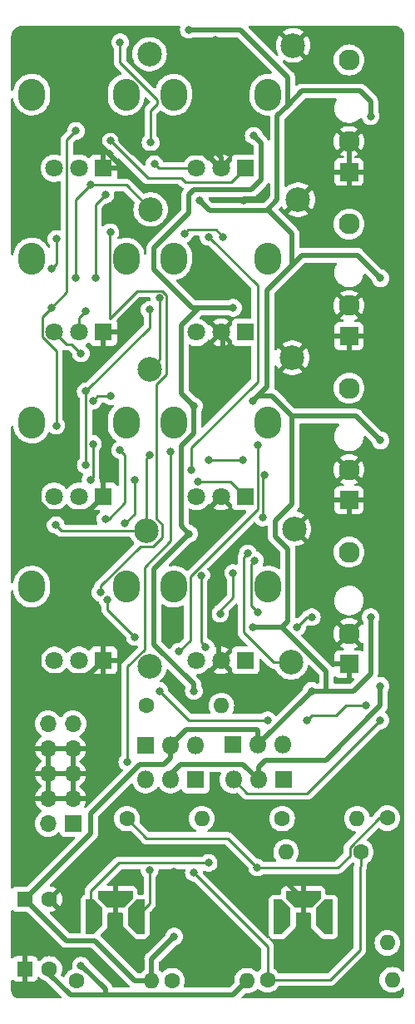
<source format=gbr>
%TF.GenerationSoftware,KiCad,Pcbnew,7.0.2-0*%
%TF.CreationDate,2024-01-05T22:35:07+01:00*%
%TF.ProjectId,output_mixer,6f757470-7574-45f6-9d69-7865722e6b69,rev?*%
%TF.SameCoordinates,Original*%
%TF.FileFunction,Copper,L2,Bot*%
%TF.FilePolarity,Positive*%
%FSLAX46Y46*%
G04 Gerber Fmt 4.6, Leading zero omitted, Abs format (unit mm)*
G04 Created by KiCad (PCBNEW 7.0.2-0) date 2024-01-05 22:35:07*
%MOMM*%
%LPD*%
G01*
G04 APERTURE LIST*
G04 Aperture macros list*
%AMFreePoly0*
4,1,15,-1.750000,0.787500,-1.743339,0.820985,-1.724372,0.849372,-1.695985,0.868339,-1.662500,0.875000,1.662500,0.875000,1.695985,0.868339,1.724372,0.849372,1.743339,0.820985,1.750000,0.787500,1.750000,0.000000,0.875000,-0.875000,-0.875000,-0.875000,-1.750000,0.000000,-1.750000,0.787500,-1.750000,0.787500,$1*%
%AMFreePoly1*
4,1,15,-1.750000,0.000000,-0.875000,0.875000,0.875000,0.875000,1.750000,0.000000,1.750000,-0.770000,1.742007,-0.810182,1.719246,-0.844246,1.685182,-0.867007,1.645000,-0.875000,-1.645000,-0.875000,-1.685182,-0.867007,-1.719246,-0.844246,-1.742007,-0.810182,-1.750000,-0.770000,-1.750000,0.000000,-1.750000,0.000000,$1*%
%AMFreePoly2*
4,1,15,-1.750000,0.000000,-0.875000,0.875000,0.875000,0.875000,1.750000,0.000000,1.750000,-0.787500,1.743339,-0.820985,1.724372,-0.849372,1.695985,-0.868339,1.662500,-0.875000,-1.662500,-0.875000,-1.695985,-0.868339,-1.724372,-0.849372,-1.743339,-0.820985,-1.750000,-0.787500,-1.750000,0.000000,-1.750000,0.000000,$1*%
G04 Aperture macros list end*
%TA.AperFunction,ComponentPad*%
%ADD10C,1.600000*%
%TD*%
%TA.AperFunction,ComponentPad*%
%ADD11O,1.600000X1.600000*%
%TD*%
%TA.AperFunction,ComponentPad*%
%ADD12C,2.500000*%
%TD*%
%TA.AperFunction,ComponentPad*%
%ADD13R,1.700000X1.700000*%
%TD*%
%TA.AperFunction,ComponentPad*%
%ADD14O,1.700000X1.700000*%
%TD*%
%TA.AperFunction,ComponentPad*%
%ADD15R,1.800000X1.800000*%
%TD*%
%TA.AperFunction,ComponentPad*%
%ADD16O,1.800000X1.800000*%
%TD*%
%TA.AperFunction,ComponentPad*%
%ADD17R,1.600000X1.600000*%
%TD*%
%TA.AperFunction,ComponentPad*%
%ADD18O,2.720000X3.240000*%
%TD*%
%TA.AperFunction,ComponentPad*%
%ADD19C,1.800000*%
%TD*%
%TA.AperFunction,ComponentPad*%
%ADD20R,1.930000X1.830000*%
%TD*%
%TA.AperFunction,ComponentPad*%
%ADD21C,2.130000*%
%TD*%
%TA.AperFunction,ComponentPad*%
%ADD22FreePoly0,270.000000*%
%TD*%
%TA.AperFunction,ComponentPad*%
%ADD23FreePoly1,180.000000*%
%TD*%
%TA.AperFunction,ComponentPad*%
%ADD24FreePoly2,270.000000*%
%TD*%
%TA.AperFunction,ViaPad*%
%ADD25C,0.800000*%
%TD*%
%TA.AperFunction,Conductor*%
%ADD26C,0.500000*%
%TD*%
%TA.AperFunction,Conductor*%
%ADD27C,0.250000*%
%TD*%
G04 APERTURE END LIST*
D10*
%TO.P,R1,1*%
%TO.N,Net-(D17-K)*%
X243590000Y-112000000D03*
D11*
%TO.P,R1,2*%
%TO.N,+12V*%
X251210000Y-112000000D03*
%TD*%
D12*
%TO.P,TP1,1,1*%
%TO.N,Net-(R21-Pad2)*%
X251000000Y-17700000D03*
%TD*%
D10*
%TO.P,R26,1*%
%TO.N,Net-(C16-Pad2)*%
X275200000Y-95450000D03*
D11*
%TO.P,R26,2*%
%TO.N,Net-(J5-PadT)*%
X275200000Y-108150000D03*
%TD*%
D13*
%TO.P,CONN1,1,Pin_1*%
%TO.N,Net-(CONN1-Pin_1)*%
X243200000Y-96000000D03*
D14*
%TO.P,CONN1,2,Pin_2*%
X240660000Y-96000000D03*
%TO.P,CONN1,3,Pin_3*%
%TO.N,GND*%
X243200000Y-93460000D03*
%TO.P,CONN1,4,Pin_4*%
X240660000Y-93460000D03*
%TO.P,CONN1,5,Pin_5*%
X243200000Y-90920000D03*
%TO.P,CONN1,6,Pin_6*%
X240660000Y-90920000D03*
%TO.P,CONN1,7,Pin_7*%
X243200000Y-88380000D03*
%TO.P,CONN1,8,Pin_8*%
X240660000Y-88380000D03*
%TO.P,CONN1,9,Pin_9*%
%TO.N,Net-(CONN1-Pin_10)*%
X243200000Y-85840000D03*
%TO.P,CONN1,10,Pin_10*%
X240660000Y-85840000D03*
%TD*%
D15*
%TO.P,Q3,1,E*%
%TO.N,Net-(Q3-E)*%
X255700000Y-91525000D03*
D16*
%TO.P,Q3,2,C*%
%TO.N,-12V*%
X253160000Y-91525000D03*
%TO.P,Q3,3,B*%
%TO.N,Net-(D10-K)*%
X250620000Y-91525000D03*
%TD*%
D12*
%TO.P,TP2,1,1*%
%TO.N,Net-(R46-Pad1)*%
X251100000Y-33500000D03*
%TD*%
%TO.P,TP3,1,1*%
%TO.N,Net-(D10-A)*%
X265400000Y-79600000D03*
%TD*%
D15*
%TO.P,Q5,1,E*%
%TO.N,Net-(Q5-E)*%
X264600000Y-91525000D03*
D16*
%TO.P,Q5,2,C*%
%TO.N,-12V*%
X262060000Y-91525000D03*
%TO.P,Q5,3,B*%
%TO.N,Net-(D14-K)*%
X259520000Y-91525000D03*
%TD*%
D10*
%TO.P,R36,1*%
%TO.N,Net-(Q4-E)*%
X264490000Y-95500000D03*
D11*
%TO.P,R36,2*%
%TO.N,Net-(C17-Pad2)*%
X272110000Y-95500000D03*
%TD*%
D10*
%TO.P,R2,1*%
%TO.N,Net-(D18-A)*%
X253290000Y-112000000D03*
D11*
%TO.P,R2,2*%
%TO.N,-12V*%
X260910000Y-112000000D03*
%TD*%
D12*
%TO.P,TP6,1,1*%
%TO.N,GND*%
X266100000Y-32500000D03*
%TD*%
%TO.P,TP5,1,1*%
%TO.N,GND*%
X265600000Y-16800000D03*
%TD*%
D10*
%TO.P,R38,1*%
%TO.N,Net-(C17-Pad2)*%
X263000000Y-111900000D03*
D11*
%TO.P,R38,2*%
%TO.N,Net-(J5-PadR)*%
X275700000Y-111900000D03*
%TD*%
D15*
%TO.P,Q2,1,E*%
%TO.N,Net-(Q2-E)*%
X250620000Y-88025000D03*
D16*
%TO.P,Q2,2,C*%
%TO.N,+12V*%
X253160000Y-88025000D03*
%TO.P,Q2,3,B*%
%TO.N,Net-(D9-A)*%
X255700000Y-88025000D03*
%TD*%
D17*
%TO.P,C2,1*%
%TO.N,+12V*%
X238300000Y-103700000D03*
D10*
%TO.P,C2,2*%
%TO.N,GND*%
X240800000Y-103700000D03*
%TD*%
D12*
%TO.P,TP8,1,1*%
%TO.N,GND*%
X265500000Y-48600000D03*
%TD*%
D10*
%TO.P,R37,1*%
%TO.N,Net-(C17-Pad2)*%
X272510000Y-98900000D03*
D11*
%TO.P,R37,2*%
%TO.N,Net-(Q5-E)*%
X264890000Y-98900000D03*
%TD*%
D10*
%TO.P,R24,1*%
%TO.N,Net-(C16-Pad2)*%
X248690000Y-95500000D03*
D11*
%TO.P,R24,2*%
%TO.N,Net-(Q3-E)*%
X256310000Y-95500000D03*
%TD*%
D12*
%TO.P,TP7,1,1*%
%TO.N,GND*%
X265700000Y-66000000D03*
%TD*%
%TO.P,TP10,1,1*%
%TO.N,Net-(R13-Pad1)*%
X250700000Y-66200000D03*
%TD*%
D15*
%TO.P,Q4,1,E*%
%TO.N,Net-(Q4-E)*%
X259500000Y-88000000D03*
D16*
%TO.P,Q4,2,C*%
%TO.N,+12V*%
X262040000Y-88000000D03*
%TO.P,Q4,3,B*%
%TO.N,Net-(D13-A)*%
X264580000Y-88000000D03*
%TD*%
D10*
%TO.P,R25,1*%
%TO.N,Net-(Q2-E)*%
X250690000Y-84000000D03*
D11*
%TO.P,R25,2*%
%TO.N,Net-(C16-Pad2)*%
X258310000Y-84000000D03*
%TD*%
D12*
%TO.P,TP9,1,1*%
%TO.N,Net-(R12-Pad1)*%
X251000000Y-49800000D03*
%TD*%
%TO.P,TP4,1,1*%
%TO.N,Net-(D13-K)*%
X251000000Y-80000000D03*
%TD*%
D17*
%TO.P,C3,1*%
%TO.N,GND*%
X238300000Y-110800000D03*
D10*
%TO.P,C3,2*%
%TO.N,-12V*%
X240800000Y-110800000D03*
%TD*%
D18*
%TO.P,R44,*%
%TO.N,*%
X239000000Y-38500000D03*
X248600000Y-38500000D03*
D15*
%TO.P,R44,1,1*%
%TO.N,GND*%
X246300000Y-46000000D03*
D19*
%TO.P,R44,2,2*%
%TO.N,Net-(C15-Pad1)*%
X243800000Y-46000000D03*
%TO.P,R44,3,3*%
%TO.N,Net-(D3-K)*%
X241300000Y-46000000D03*
%TD*%
D18*
%TO.P,R6,*%
%TO.N,*%
X239000000Y-71900000D03*
X248600000Y-71900000D03*
D15*
%TO.P,R6,1,1*%
%TO.N,GND*%
X246300000Y-79400000D03*
D19*
%TO.P,R6,2,2*%
%TO.N,Net-(C14-Pad1)*%
X243800000Y-79400000D03*
%TO.P,R6,3,3*%
%TO.N,Net-(D7-K)*%
X241300000Y-79400000D03*
%TD*%
D20*
%TO.P,J2,S*%
%TO.N,GND*%
X271300000Y-46380000D03*
D21*
%TO.P,J2,T*%
%TO.N,Net-(J2-PadT)*%
X271300000Y-34980000D03*
%TO.P,J2,TN*%
%TO.N,GND*%
X271300000Y-43280000D03*
%TD*%
D22*
%TO.P,J6,R*%
%TO.N,Net-(J6-PadR)*%
X249650000Y-105500000D03*
D23*
%TO.P,J6,S*%
%TO.N,GND*%
X247500000Y-103700000D03*
D24*
%TO.P,J6,T*%
%TO.N,Net-(J6-PadT)*%
X245350000Y-105500000D03*
%TD*%
D18*
%TO.P,R5,*%
%TO.N,*%
X239000000Y-55200000D03*
X248600000Y-55200000D03*
D15*
%TO.P,R5,1,1*%
%TO.N,GND*%
X246300000Y-62700000D03*
D19*
%TO.P,R5,2,2*%
%TO.N,Net-(C1-Pad1)*%
X243800000Y-62700000D03*
%TO.P,R5,3,3*%
%TO.N,Net-(D5-K)*%
X241300000Y-62700000D03*
%TD*%
D18*
%TO.P,R41,*%
%TO.N,*%
X239000000Y-21800000D03*
X248600000Y-21800000D03*
D15*
%TO.P,R41,1,1*%
%TO.N,GND*%
X246300000Y-29300000D03*
D19*
%TO.P,R41,2,2*%
%TO.N,Net-(C23-Pad1)*%
X243800000Y-29300000D03*
%TO.P,R41,3,3*%
%TO.N,Net-(D1-K)*%
X241300000Y-29300000D03*
%TD*%
D18*
%TO.P,R52,*%
%TO.N,*%
X253455000Y-55200000D03*
X263055000Y-55200000D03*
D15*
%TO.P,R52,1,1*%
%TO.N,Net-(R14-Pad1)*%
X260755000Y-62700000D03*
D19*
%TO.P,R52,2,2*%
%TO.N,GND*%
X258255000Y-62700000D03*
%TO.P,R52,3,3*%
%TO.N,Net-(R15-Pad1)*%
X255755000Y-62700000D03*
%TD*%
D22*
%TO.P,J5,R*%
%TO.N,Net-(J5-PadR)*%
X268800000Y-105500000D03*
D23*
%TO.P,J5,S*%
%TO.N,GND*%
X266650000Y-103700000D03*
D24*
%TO.P,J5,T*%
%TO.N,Net-(J5-PadT)*%
X264500000Y-105500000D03*
%TD*%
D18*
%TO.P,R49,*%
%TO.N,*%
X253455000Y-38500000D03*
X263055000Y-38500000D03*
D15*
%TO.P,R49,1,1*%
%TO.N,Net-(R47-Pad1)*%
X260755000Y-46000000D03*
D19*
%TO.P,R49,2,2*%
%TO.N,GND*%
X258255000Y-46000000D03*
%TO.P,R49,3,3*%
%TO.N,Net-(R48-Pad1)*%
X255755000Y-46000000D03*
%TD*%
D20*
%TO.P,J3,S*%
%TO.N,GND*%
X271300000Y-63080000D03*
D21*
%TO.P,J3,T*%
%TO.N,Net-(J3-PadT)*%
X271300000Y-51680000D03*
%TO.P,J3,TN*%
%TO.N,GND*%
X271300000Y-59980000D03*
%TD*%
D20*
%TO.P,J1,S*%
%TO.N,GND*%
X271300000Y-29680000D03*
D21*
%TO.P,J1,T*%
%TO.N,Net-(J1-PadT)*%
X271300000Y-18280000D03*
%TO.P,J1,TN*%
%TO.N,GND*%
X271300000Y-26580000D03*
%TD*%
D18*
%TO.P,R53,*%
%TO.N,*%
X253455000Y-71900000D03*
X263055000Y-71900000D03*
D15*
%TO.P,R53,1,1*%
%TO.N,Net-(R16-Pad1)*%
X260755000Y-79400000D03*
D19*
%TO.P,R53,2,2*%
%TO.N,GND*%
X258255000Y-79400000D03*
%TO.P,R53,3,3*%
%TO.N,Net-(R17-Pad1)*%
X255755000Y-79400000D03*
%TD*%
D18*
%TO.P,R23,*%
%TO.N,*%
X253455000Y-21800000D03*
X263055000Y-21800000D03*
D15*
%TO.P,R23,1,1*%
%TO.N,Net-(R21-Pad1)*%
X260755000Y-29300000D03*
D19*
%TO.P,R23,2,2*%
%TO.N,GND*%
X258255000Y-29300000D03*
%TO.P,R23,3,3*%
%TO.N,Net-(R23-Pad3)*%
X255755000Y-29300000D03*
%TD*%
D20*
%TO.P,J4,S*%
%TO.N,GND*%
X271300000Y-79780000D03*
D21*
%TO.P,J4,T*%
%TO.N,Net-(J4-PadT)*%
X271300000Y-68380000D03*
%TO.P,J4,TN*%
%TO.N,GND*%
X271300000Y-76680000D03*
%TD*%
D25*
%TO.N,+12V*%
X253500000Y-107500000D03*
X273500000Y-24000000D03*
X274500000Y-40500000D03*
X273500000Y-75000000D03*
X261500000Y-76000000D03*
X261500000Y-53000000D03*
X274500000Y-57000000D03*
X256049500Y-32549647D03*
X255000000Y-15200000D03*
X267500000Y-82500000D03*
%TO.N,GND*%
X258500000Y-22000000D03*
X257158206Y-65499500D03*
X257500000Y-71000000D03*
X260575500Y-32550500D03*
X254000000Y-74500000D03*
X258000000Y-77000000D03*
X243500000Y-102000000D03*
X260500000Y-20500000D03*
X257000000Y-26950500D03*
X262500000Y-32450500D03*
X253500000Y-100924500D03*
X254000000Y-76500000D03*
X258500000Y-49500000D03*
X257675000Y-16249500D03*
X259500000Y-100500000D03*
%TO.N,-12V*%
X255500000Y-53500000D03*
X259500000Y-43500000D03*
X274500000Y-82000000D03*
X255500000Y-82500000D03*
X255000000Y-66500000D03*
X244011727Y-110457096D03*
X261600000Y-26000000D03*
%TO.N,Net-(C15-Pad1)*%
X244500000Y-43850500D03*
%TO.N,Net-(C15-Pad2)*%
X245500000Y-40500000D03*
X246500000Y-32000000D03*
%TO.N,Net-(U3A--)*%
X243500000Y-25500000D03*
X261998635Y-74501796D03*
X246500000Y-65000000D03*
X241000000Y-43500000D03*
X241500000Y-55500000D03*
X261706755Y-69206755D03*
X248000000Y-58000000D03*
%TO.N,Net-(C16-Pad2)*%
X261950500Y-100500000D03*
%TO.N,Net-(C17-Pad2)*%
X255500000Y-101000000D03*
%TO.N,Net-(D3-K)*%
X244000000Y-48149500D03*
%TO.N,Net-(D7-K)*%
X267000000Y-85500000D03*
X252000000Y-82500000D03*
X273000000Y-84000000D03*
X263000000Y-85500000D03*
%TO.N,Net-(D10-A)*%
X257000000Y-59000000D03*
X262500000Y-64849500D03*
X260500000Y-59000000D03*
X262724500Y-60500000D03*
X261000000Y-68500000D03*
%TO.N,Net-(D9-A)*%
X254000000Y-78500000D03*
X262000000Y-57500000D03*
%TO.N,Net-(D10-K)*%
X253155500Y-58114941D03*
X248734375Y-89734375D03*
%TO.N,Net-(D13-K)*%
X259500000Y-70500000D03*
X258177496Y-74650500D03*
%TO.N,Net-(D13-A)*%
X266000000Y-76000000D03*
X267512299Y-74987701D03*
%TO.N,Net-(D14-K)*%
X274500000Y-85500000D03*
%TO.N,Net-(J6-PadR)*%
X251000000Y-100724500D03*
%TO.N,Net-(J6-PadT)*%
X257000000Y-100000000D03*
%TO.N,Net-(U2A--)*%
X244500000Y-59500000D03*
X244500000Y-52000000D03*
X251000000Y-43717359D03*
%TO.N,Net-(U2B--)*%
X258500000Y-36275500D03*
X254537074Y-35940712D03*
X247000000Y-35830500D03*
X246000000Y-72500000D03*
%TO.N,Net-(R12-Pad1)*%
X252000000Y-42500000D03*
%TO.N,Net-(R13-Pad1)*%
X241421495Y-65578505D03*
X251000000Y-58500000D03*
X255254500Y-60000000D03*
X257000000Y-36275500D03*
%TO.N,Net-(R14-Pad1)*%
X245000000Y-61000000D03*
X245224500Y-57363000D03*
X255909479Y-61208476D03*
%TO.N,Net-(R15-Pad1)*%
X247000000Y-52500000D03*
X245224500Y-52975500D03*
%TO.N,Net-(R16-Pad1)*%
X256700000Y-78049500D03*
X248500000Y-65475500D03*
X249500000Y-61000000D03*
X256262299Y-70762299D03*
%TO.N,Net-(R17-Pad1)*%
X249500000Y-77000000D03*
X246706755Y-73206755D03*
%TO.N,Net-(R21-Pad1)*%
X247000000Y-26500000D03*
%TO.N,Net-(R23-Pad3)*%
X248000000Y-16500000D03*
X251100000Y-26700500D03*
X251500000Y-28900000D03*
%TO.N,Net-(R46-Pad1)*%
X243500000Y-40500000D03*
X245000000Y-31000000D03*
%TO.N,Net-(R47-Pad1)*%
X241500000Y-36500000D03*
X241000000Y-39500000D03*
%TD*%
D26*
%TO.N,+12V*%
X242500000Y-107900000D02*
X238300000Y-103700000D01*
X262900000Y-33600000D02*
X263000000Y-33500000D01*
X255000000Y-15200000D02*
X260200000Y-15200000D01*
X260200000Y-15200000D02*
X265065000Y-20065000D01*
X267500000Y-82500000D02*
X269000000Y-82500000D01*
X252482792Y-89975000D02*
X249977968Y-89975000D01*
X273500000Y-80760000D02*
X273500000Y-75000000D01*
X263457569Y-52500000D02*
X262000000Y-52500000D01*
X251210000Y-109790000D02*
X253500000Y-107500000D01*
X272042431Y-54542431D02*
X274500000Y-57000000D01*
X262000000Y-52500000D02*
X261500000Y-53000000D01*
X262040000Y-88000000D02*
X267500000Y-82540000D01*
X265065000Y-68052006D02*
X263800000Y-66787006D01*
X261500000Y-76000000D02*
X264487006Y-76000000D01*
X245400000Y-107900000D02*
X242500000Y-107900000D01*
X253160000Y-88025000D02*
X253160000Y-89297792D01*
X251210000Y-112000000D02*
X249500000Y-112000000D01*
X262959310Y-51540690D02*
X262959310Y-41698259D01*
X245000000Y-94952968D02*
X245000000Y-97000000D01*
X263800000Y-66787006D02*
X263800000Y-65212994D01*
X273500000Y-22500000D02*
X273500000Y-24000000D01*
X253160000Y-89297792D02*
X252482792Y-89975000D01*
X256049500Y-32549647D02*
X257099853Y-33600000D01*
X272146408Y-38146408D02*
X274500000Y-40500000D01*
X265065000Y-22892569D02*
X266511161Y-21446408D01*
X265500000Y-63512994D02*
X265500000Y-54542431D01*
X265065000Y-22892569D02*
X264000000Y-23957569D01*
X269000000Y-82500000D02*
X269000000Y-80512994D01*
X272446408Y-21446408D02*
X273500000Y-22500000D01*
X271760000Y-82500000D02*
X273500000Y-80760000D01*
X265500000Y-36000000D02*
X263000000Y-33500000D01*
X269000000Y-82500000D02*
X271760000Y-82500000D01*
X249977968Y-89975000D02*
X245000000Y-94952968D01*
X265500000Y-39157569D02*
X266511161Y-38146408D01*
X265500000Y-54542431D02*
X272042431Y-54542431D01*
X269000000Y-80512994D02*
X264487006Y-76000000D01*
X264000000Y-23957569D02*
X264000000Y-32500000D01*
X264487006Y-76000000D02*
X265065000Y-75422006D01*
X254735000Y-86450000D02*
X261950000Y-86450000D01*
X262959310Y-41698259D02*
X265500000Y-39157569D01*
X262000000Y-52500000D02*
X262959310Y-51540690D01*
X265065000Y-20065000D02*
X265065000Y-22892569D01*
X253160000Y-88025000D02*
X254735000Y-86450000D01*
X257099853Y-33600000D02*
X262900000Y-33600000D01*
X265065000Y-75422006D02*
X265065000Y-68052006D01*
X245000000Y-97000000D02*
X238300000Y-103700000D01*
X263800000Y-65212994D02*
X265500000Y-63512994D01*
X249500000Y-112000000D02*
X245400000Y-107900000D01*
X261950000Y-86450000D02*
X262040000Y-86540000D01*
X267500000Y-82540000D02*
X267500000Y-82500000D01*
X251210000Y-112000000D02*
X251210000Y-109790000D01*
X265500000Y-39157569D02*
X265500000Y-36000000D01*
X262040000Y-86540000D02*
X262040000Y-88000000D01*
X265500000Y-54542431D02*
X263457569Y-52500000D01*
X266511161Y-38146408D02*
X272146408Y-38146408D01*
X264000000Y-32500000D02*
X263000000Y-33500000D01*
X266511161Y-21446408D02*
X272446408Y-21446408D01*
%TO.N,GND*%
X243500000Y-102000000D02*
X242500000Y-102000000D01*
X257158206Y-63796794D02*
X258255000Y-62700000D01*
X246300000Y-48715075D02*
X243000000Y-52015075D01*
X260550000Y-101550000D02*
X264500000Y-101550000D01*
X253500000Y-105142984D02*
X250642984Y-108000000D01*
X245950000Y-26934925D02*
X245950000Y-26065075D01*
X258500000Y-49500000D02*
X258500000Y-46245000D01*
X259500000Y-100500000D02*
X260550000Y-101550000D01*
X256705000Y-27750000D02*
X258255000Y-29300000D01*
X258500000Y-22000000D02*
X257675000Y-21175000D01*
X258255000Y-29300000D02*
X258255000Y-28205500D01*
X262500000Y-32450500D02*
X260675500Y-32450500D01*
X239750000Y-80042032D02*
X240657968Y-80950000D01*
X239750000Y-61750000D02*
X239750000Y-63342032D01*
X246300000Y-46000000D02*
X246300000Y-48715075D01*
X260000000Y-20500000D02*
X258500000Y-22000000D01*
X250642984Y-108000000D02*
X249480760Y-108000000D01*
X239750000Y-78757968D02*
X239750000Y-80042032D01*
X248315075Y-29300000D02*
X245950000Y-26934925D01*
X239832569Y-65682506D02*
X241942032Y-67791969D01*
X241942032Y-76565936D02*
X239750000Y-78757968D01*
X247434925Y-25450000D02*
X248050000Y-26065075D01*
X243000000Y-52015075D02*
X243000000Y-58500000D01*
X254000000Y-74500000D02*
X254000000Y-76500000D01*
X244471495Y-64528505D02*
X240986570Y-64528505D01*
X241942032Y-67791969D02*
X241942032Y-76565936D01*
X246300000Y-62700000D02*
X244471495Y-64528505D01*
X253500000Y-100924500D02*
X253500000Y-105142984D01*
X264500000Y-101550000D02*
X266650000Y-103700000D01*
X260675500Y-32450500D02*
X260575500Y-32550500D01*
X240657968Y-64250000D02*
X244750000Y-64250000D01*
X258255000Y-28205500D02*
X257000000Y-26950500D01*
X240986570Y-64528505D02*
X239832569Y-65682506D01*
X248050000Y-26453984D02*
X249346016Y-27750000D01*
X257158206Y-65499500D02*
X257158206Y-63796794D01*
X246300000Y-29300000D02*
X248315075Y-29300000D01*
X244750000Y-64250000D02*
X246300000Y-62700000D01*
X243000000Y-58500000D02*
X239750000Y-61750000D01*
X248050000Y-26065075D02*
X248050000Y-26453984D01*
X257675000Y-21175000D02*
X257675000Y-16249500D01*
X245950000Y-26065075D02*
X246565075Y-25450000D01*
X239750000Y-63342032D02*
X240657968Y-64250000D01*
X258000000Y-77000000D02*
X258000000Y-79145000D01*
X249346016Y-27750000D02*
X256705000Y-27750000D01*
X260500000Y-20500000D02*
X260000000Y-20500000D01*
X246565075Y-25450000D02*
X247434925Y-25450000D01*
X242500000Y-102000000D02*
X240800000Y-103700000D01*
X249480760Y-108000000D02*
X247500000Y-106019240D01*
X240657968Y-80950000D02*
X244750000Y-80950000D01*
X247500000Y-106019240D02*
X247500000Y-103700000D01*
X244750000Y-80950000D02*
X246300000Y-79400000D01*
X257127496Y-71372504D02*
X257500000Y-71000000D01*
X271300000Y-26580000D02*
X271300000Y-29680000D01*
X258000000Y-77000000D02*
X257127496Y-76127496D01*
X257127496Y-76127496D02*
X257127496Y-71372504D01*
%TO.N,-12V*%
X262762208Y-89550000D02*
X268950000Y-89550000D01*
X255500000Y-81812994D02*
X251445000Y-77757994D01*
X251445000Y-37407431D02*
X255000000Y-33852431D01*
X255500000Y-56257569D02*
X255500000Y-53500000D01*
X255352431Y-43500000D02*
X251445000Y-39592569D01*
X244097706Y-110457096D02*
X244011727Y-110457096D01*
X246500000Y-112859390D02*
X244097706Y-110457096D01*
X246500000Y-113450000D02*
X242950000Y-113450000D01*
X259460000Y-113450000D02*
X246500000Y-113450000D01*
X242950000Y-113450000D02*
X240800000Y-111300000D01*
X274500000Y-84000000D02*
X274500000Y-82000000D01*
X255500000Y-53500000D02*
X254205000Y-52205000D01*
X254205000Y-57552569D02*
X255500000Y-56257569D01*
X255500000Y-82500000D02*
X255500000Y-81812994D01*
X255515075Y-31500000D02*
X261350000Y-31500000D01*
X251445000Y-70055000D02*
X255000000Y-66500000D01*
X254205000Y-65705000D02*
X254205000Y-57552569D01*
X256000000Y-43500000D02*
X255352431Y-43500000D01*
X254205000Y-52205000D02*
X254205000Y-45295000D01*
X262060000Y-91525000D02*
X262060000Y-90252208D01*
X254205000Y-45295000D02*
X256000000Y-43500000D01*
X246500000Y-113450000D02*
X246500000Y-112859390D01*
X260510000Y-89975000D02*
X262060000Y-91525000D01*
X256000000Y-43500000D02*
X259500000Y-43500000D01*
X255000000Y-33852431D02*
X255000000Y-32015075D01*
X253160000Y-90965000D02*
X254150000Y-89975000D01*
X254150000Y-89975000D02*
X260510000Y-89975000D01*
X260910000Y-112000000D02*
X259460000Y-113450000D01*
X251445000Y-39592569D02*
X251445000Y-37407431D01*
X262350000Y-26750000D02*
X261600000Y-26000000D01*
X262060000Y-90252208D02*
X262762208Y-89550000D01*
X255000000Y-66500000D02*
X254205000Y-65705000D01*
X262350000Y-30500000D02*
X262350000Y-26750000D01*
X251445000Y-77757994D02*
X251445000Y-70055000D01*
X255000000Y-32015075D02*
X255515075Y-31500000D01*
X261350000Y-31500000D02*
X262350000Y-30500000D01*
X268950000Y-89550000D02*
X274500000Y-84000000D01*
D27*
%TO.N,Net-(C15-Pad1)*%
X243800000Y-46000000D02*
X243800000Y-44550500D01*
X243800000Y-44550500D02*
X244500000Y-43850500D01*
%TO.N,Net-(C15-Pad2)*%
X245500000Y-33000000D02*
X246500000Y-32000000D01*
X245500000Y-40500000D02*
X245500000Y-33000000D01*
%TO.N,Net-(U3A--)*%
X242575000Y-41925000D02*
X241000000Y-43500000D01*
X261300305Y-69613205D02*
X261300305Y-73803466D01*
X246500000Y-65000000D02*
X246850000Y-65000000D01*
X248500000Y-58500000D02*
X248000000Y-58000000D01*
X248500000Y-63350000D02*
X248500000Y-58500000D01*
X261300305Y-73803466D02*
X261998635Y-74501796D01*
X261706755Y-69206755D02*
X261300305Y-69613205D01*
X243500000Y-25500000D02*
X242575000Y-26425000D01*
X240075000Y-46507412D02*
X240075000Y-44425000D01*
X241500000Y-47932412D02*
X240075000Y-46507412D01*
X242575000Y-26425000D02*
X242575000Y-41925000D01*
X246850000Y-65000000D02*
X248500000Y-63350000D01*
X241500000Y-55500000D02*
X241500000Y-47932412D01*
X240075000Y-44425000D02*
X241000000Y-43500000D01*
%TO.N,Net-(C16-Pad2)*%
X270150000Y-100500000D02*
X271385000Y-99265000D01*
X248690000Y-95500000D02*
X250690000Y-97500000D01*
X274369009Y-95450000D02*
X275200000Y-95450000D01*
X258950500Y-97500000D02*
X261950500Y-100500000D01*
X271385000Y-99265000D02*
X271385000Y-98434009D01*
X271385000Y-98434009D02*
X274369009Y-95450000D01*
X250690000Y-97500000D02*
X258950500Y-97500000D01*
X261950500Y-100500000D02*
X270150000Y-100500000D01*
%TO.N,Net-(C17-Pad2)*%
X269380991Y-111900000D02*
X263000000Y-111900000D01*
X263000000Y-111900000D02*
X263000000Y-108500000D01*
X272400000Y-108880991D02*
X269380991Y-111900000D01*
X272510000Y-98900000D02*
X272510000Y-100330991D01*
X272510000Y-100330991D02*
X272400000Y-100440991D01*
X263000000Y-108500000D02*
X255500000Y-101000000D01*
X272400000Y-100440991D02*
X272400000Y-108880991D01*
%TO.N,Net-(D3-K)*%
X242525000Y-47225000D02*
X243075500Y-47225000D01*
X243075500Y-47225000D02*
X244000000Y-48149500D01*
X241300000Y-46000000D02*
X242525000Y-47225000D01*
%TO.N,Net-(D7-K)*%
X267492109Y-85007891D02*
X270000000Y-85007891D01*
X252000000Y-82500000D02*
X254980388Y-85480388D01*
X267000000Y-85500000D02*
X267492109Y-85007891D01*
X273000000Y-84000000D02*
X271007891Y-84000000D01*
X254980388Y-85480388D02*
X262980388Y-85480388D01*
X262980388Y-85480388D02*
X263000000Y-85500000D01*
X271007891Y-84000000D02*
X270000000Y-85007891D01*
%TO.N,Net-(D10-A)*%
X262500000Y-64849500D02*
X262500000Y-60724500D01*
X263632234Y-79600000D02*
X260575000Y-76542766D01*
X260575000Y-76542766D02*
X260575000Y-68925000D01*
X265400000Y-79600000D02*
X263632234Y-79600000D01*
X257000000Y-59000000D02*
X260500000Y-59000000D01*
X262500000Y-60724500D02*
X262724500Y-60500000D01*
X260575000Y-68925000D02*
X261000000Y-68500000D01*
%TO.N,Net-(D9-A)*%
X254000000Y-78500000D02*
X255140000Y-77360000D01*
X255140000Y-77360000D02*
X255140000Y-70860000D01*
X262000000Y-64000000D02*
X262000000Y-57500000D01*
X255140000Y-70860000D02*
X262000000Y-64000000D01*
%TO.N,Net-(D10-K)*%
X250500000Y-69903984D02*
X250500000Y-78272613D01*
X248734375Y-80038238D02*
X248734375Y-89734375D01*
X253155500Y-58114941D02*
X253155500Y-67248484D01*
X253155500Y-67248484D02*
X250500000Y-69903984D01*
X250500000Y-78272613D02*
X248734375Y-80038238D01*
%TO.N,Net-(D13-K)*%
X258177496Y-74650500D02*
X258177496Y-74309254D01*
X259500000Y-72986750D02*
X259500000Y-70500000D01*
X258177496Y-74309254D02*
X259500000Y-72986750D01*
%TO.N,Net-(D13-A)*%
X267512299Y-74987701D02*
X267012299Y-74987701D01*
X267012299Y-74987701D02*
X266000000Y-76000000D01*
%TO.N,Net-(D14-K)*%
X267050000Y-92950000D02*
X260945000Y-92950000D01*
X274500000Y-85500000D02*
X267050000Y-92950000D01*
X260945000Y-92950000D02*
X259520000Y-91525000D01*
%TO.N,Net-(J6-PadR)*%
X251000000Y-100724500D02*
X251000000Y-104150000D01*
X251000000Y-104150000D02*
X249650000Y-105500000D01*
%TO.N,Net-(J6-PadT)*%
X257000000Y-100000000D02*
X247894044Y-100000000D01*
X247894044Y-100000000D02*
X245000000Y-102894044D01*
X245000000Y-102894044D02*
X245000000Y-105150000D01*
%TO.N,Net-(U2A--)*%
X251000000Y-45500000D02*
X244500000Y-52000000D01*
X244500000Y-59500000D02*
X244500000Y-52000000D01*
X251000000Y-43717359D02*
X251000000Y-45500000D01*
%TO.N,Net-(U2B--)*%
X252725000Y-42199695D02*
X252725000Y-50302387D01*
X250047613Y-67775000D02*
X246000000Y-71822613D01*
X247000000Y-35830500D02*
X246915000Y-35915500D01*
X254927286Y-35550500D02*
X254537074Y-35940712D01*
X252275000Y-66852387D02*
X251352387Y-67775000D01*
X251725000Y-64997613D02*
X252275000Y-65547613D01*
X252725000Y-50302387D02*
X251725000Y-51302387D01*
X251725000Y-51302387D02*
X251725000Y-64997613D01*
X252275000Y-65547613D02*
X252275000Y-66852387D01*
X257775000Y-35550500D02*
X254927286Y-35550500D01*
X252300305Y-41775000D02*
X252725000Y-42199695D01*
X246915000Y-44575000D02*
X249715000Y-41775000D01*
X249715000Y-41775000D02*
X252300305Y-41775000D01*
X246000000Y-71822613D02*
X246000000Y-72500000D01*
X246915000Y-35915500D02*
X246915000Y-44575000D01*
X251352387Y-67775000D02*
X250047613Y-67775000D01*
X258500000Y-36275500D02*
X257775000Y-35550500D01*
%TO.N,Net-(R12-Pad1)*%
X252000000Y-42500000D02*
X252000000Y-48800000D01*
X252000000Y-48800000D02*
X251000000Y-49800000D01*
%TO.N,Net-(R13-Pad1)*%
X251000000Y-58500000D02*
X250700000Y-58800000D01*
X250700000Y-58800000D02*
X250700000Y-66200000D01*
X255254500Y-57745500D02*
X255254500Y-60000000D01*
X242042990Y-66200000D02*
X241421495Y-65578505D01*
X250700000Y-66200000D02*
X242042990Y-66200000D01*
X257000000Y-36275500D02*
X261980000Y-41255500D01*
X261980000Y-51020000D02*
X255254500Y-57745500D01*
X261980000Y-41255500D02*
X261980000Y-51020000D01*
%TO.N,Net-(R14-Pad1)*%
X259263476Y-61208476D02*
X260755000Y-62700000D01*
X255909479Y-61208476D02*
X259263476Y-61208476D01*
X245225000Y-57363500D02*
X245224500Y-57363000D01*
X245225000Y-60775000D02*
X245225000Y-57363500D01*
X245000000Y-61000000D02*
X245225000Y-60775000D01*
%TO.N,Net-(R15-Pad1)*%
X245700000Y-52500000D02*
X245224500Y-52975500D01*
X247000000Y-52500000D02*
X245700000Y-52500000D01*
%TO.N,Net-(R16-Pad1)*%
X249500000Y-61000000D02*
X249500000Y-64475500D01*
X256262299Y-77562299D02*
X256262299Y-70762299D01*
X249500000Y-64475500D02*
X248500000Y-65475500D01*
X256600000Y-77900000D02*
X256700000Y-78000000D01*
X256700000Y-78000000D02*
X256700000Y-78049500D01*
X256600000Y-77900000D02*
X256262299Y-77562299D01*
%TO.N,Net-(R17-Pad1)*%
X246706755Y-74206755D02*
X246706755Y-73206755D01*
X249500000Y-77000000D02*
X246706755Y-74206755D01*
%TO.N,Net-(R21-Pad1)*%
X259330000Y-30725000D02*
X260755000Y-29300000D01*
X250800000Y-30300000D02*
X254200000Y-30300000D01*
X254625000Y-30725000D02*
X259330000Y-30725000D01*
X247000000Y-26500000D02*
X250800000Y-30300000D01*
X254200000Y-30300000D02*
X254625000Y-30725000D01*
%TO.N,Net-(R23-Pad3)*%
X251100000Y-26800000D02*
X251100000Y-26700500D01*
X251100000Y-23440001D02*
X251100000Y-26800000D01*
X251770000Y-22770001D02*
X251100000Y-23440001D01*
X251770000Y-22327050D02*
X251770000Y-22770001D01*
X248000000Y-16500000D02*
X248000000Y-18557050D01*
X248000000Y-18557050D02*
X251770000Y-22327050D01*
X251900000Y-29300000D02*
X255755000Y-29300000D01*
X251500000Y-28900000D02*
X251900000Y-29300000D01*
%TO.N,Net-(R46-Pad1)*%
X243500000Y-32500000D02*
X243500000Y-40500000D01*
X245000000Y-31000000D02*
X243500000Y-32500000D01*
X251100000Y-33500000D02*
X248600000Y-31000000D01*
X248600000Y-31000000D02*
X245000000Y-31000000D01*
%TO.N,Net-(R47-Pad1)*%
X241500000Y-39000000D02*
X241000000Y-39500000D01*
X241500000Y-36500000D02*
X241500000Y-39000000D01*
%TD*%
%TA.AperFunction,Conductor*%
%TO.N,GND*%
G36*
X238550000Y-112100000D02*
G01*
X239144518Y-112100000D01*
X239151132Y-112099645D01*
X239207371Y-112093599D01*
X239342089Y-112043352D01*
X239457188Y-111957188D01*
X239543352Y-111842089D01*
X239599041Y-111692782D01*
X239602154Y-111693943D01*
X239619274Y-111652596D01*
X239676660Y-111612739D01*
X239746485Y-111610234D01*
X239803519Y-111642706D01*
X239960859Y-111800046D01*
X240147264Y-111930567D01*
X240147265Y-111930567D01*
X240147266Y-111930568D01*
X240353504Y-112026739D01*
X240474223Y-112059084D01*
X240529811Y-112091178D01*
X242026452Y-113587819D01*
X242059937Y-113649142D01*
X242054953Y-113718834D01*
X242013081Y-113774767D01*
X241947617Y-113799184D01*
X241938771Y-113799500D01*
X237706094Y-113799500D01*
X237693939Y-113798903D01*
X237664750Y-113796028D01*
X237634539Y-113792624D01*
X237546297Y-113782681D01*
X237524203Y-113778124D01*
X237470996Y-113761983D01*
X237466040Y-113760365D01*
X237384308Y-113731767D01*
X237366807Y-113724083D01*
X237312719Y-113695172D01*
X237305200Y-113690807D01*
X237236568Y-113647682D01*
X237223877Y-113638543D01*
X237175102Y-113598515D01*
X237166085Y-113590342D01*
X237109656Y-113533913D01*
X237101483Y-113524896D01*
X237061455Y-113476121D01*
X237052316Y-113463430D01*
X237009191Y-113394798D01*
X237004835Y-113387295D01*
X236975910Y-113333180D01*
X236968234Y-113315698D01*
X236939633Y-113233958D01*
X236938015Y-113229001D01*
X236921876Y-113175799D01*
X236917317Y-113153693D01*
X236903973Y-113035268D01*
X236901089Y-113005982D01*
X236900500Y-112993933D01*
X236900500Y-112501443D01*
X236900500Y-112006056D01*
X236920183Y-111939021D01*
X236972987Y-111893266D01*
X237042146Y-111883322D01*
X237105702Y-111912347D01*
X237123765Y-111931748D01*
X237142809Y-111957188D01*
X237257910Y-112043352D01*
X237392628Y-112093599D01*
X237448867Y-112099645D01*
X237455482Y-112100000D01*
X238050000Y-112100000D01*
X238050000Y-111115686D01*
X238061955Y-111127641D01*
X238174852Y-111185165D01*
X238268519Y-111200000D01*
X238331481Y-111200000D01*
X238425148Y-111185165D01*
X238538045Y-111127641D01*
X238549999Y-111115686D01*
X238550000Y-112100000D01*
G37*
%TD.AperFunction*%
%TA.AperFunction,Conductor*%
G36*
X254079331Y-14820185D02*
G01*
X254125086Y-14872989D01*
X254135030Y-14942147D01*
X254130223Y-14962817D01*
X254114326Y-15011740D01*
X254094540Y-15200000D01*
X254114326Y-15388257D01*
X254172820Y-15568284D01*
X254267466Y-15732216D01*
X254394129Y-15872889D01*
X254547269Y-15984151D01*
X254720197Y-16061144D01*
X254905352Y-16100500D01*
X254905354Y-16100500D01*
X255094648Y-16100500D01*
X255218084Y-16074262D01*
X255279803Y-16061144D01*
X255452730Y-15984151D01*
X255466449Y-15974183D01*
X255532256Y-15950702D01*
X255539337Y-15950500D01*
X259837770Y-15950500D01*
X259904809Y-15970185D01*
X259925451Y-15986819D01*
X263425034Y-19486402D01*
X263458519Y-19547725D01*
X263453535Y-19617417D01*
X263411663Y-19673350D01*
X263346199Y-19697767D01*
X263314831Y-19696021D01*
X263259024Y-19685713D01*
X262986869Y-19675767D01*
X262716162Y-19705553D01*
X262452674Y-19774438D01*
X262202024Y-19880953D01*
X261969556Y-20022826D01*
X261760223Y-20197035D01*
X261578480Y-20399871D01*
X261428210Y-20627005D01*
X261312615Y-20873589D01*
X261234153Y-21134388D01*
X261231078Y-21155285D01*
X261214434Y-21268382D01*
X261194500Y-21403831D01*
X261194499Y-22125738D01*
X261194500Y-22125765D01*
X261194500Y-22128000D01*
X261194664Y-22130249D01*
X261194665Y-22130259D01*
X261209402Y-22331617D01*
X261268616Y-22597438D01*
X261326929Y-22749902D01*
X261365907Y-22851814D01*
X261499196Y-23089310D01*
X261553132Y-23159159D01*
X261665645Y-23304869D01*
X261861704Y-23493894D01*
X262083199Y-23652359D01*
X262325397Y-23776882D01*
X262325403Y-23776885D01*
X262583159Y-23864819D01*
X262583161Y-23864819D01*
X262583163Y-23864820D01*
X262850970Y-23914286D01*
X263130027Y-23924484D01*
X263196303Y-23946603D01*
X263240099Y-24001043D01*
X263249499Y-24048401D01*
X263249499Y-26337668D01*
X263229814Y-26404707D01*
X263177010Y-26450462D01*
X263107852Y-26460406D01*
X263044296Y-26431381D01*
X263021899Y-26405807D01*
X262984026Y-26348224D01*
X262982087Y-26345181D01*
X262942050Y-26280270D01*
X262929750Y-26265172D01*
X262874290Y-26212848D01*
X262871703Y-26210335D01*
X262512771Y-25851403D01*
X262482521Y-25802040D01*
X262427179Y-25631715D01*
X262332533Y-25467783D01*
X262205870Y-25327110D01*
X262052730Y-25215848D01*
X261879802Y-25138855D01*
X261694648Y-25099500D01*
X261694646Y-25099500D01*
X261505354Y-25099500D01*
X261505352Y-25099500D01*
X261320197Y-25138855D01*
X261147269Y-25215848D01*
X260994129Y-25327110D01*
X260867466Y-25467783D01*
X260772820Y-25631715D01*
X260714326Y-25811742D01*
X260695629Y-25989635D01*
X260694540Y-26000000D01*
X260696912Y-26022572D01*
X260714326Y-26188257D01*
X260772820Y-26368284D01*
X260867466Y-26532216D01*
X260994129Y-26672889D01*
X261147269Y-26784151D01*
X261320193Y-26861143D01*
X261320196Y-26861143D01*
X261320197Y-26861144D01*
X261385329Y-26874987D01*
X261446811Y-26908179D01*
X261447169Y-26908536D01*
X261563180Y-27024548D01*
X261596665Y-27085870D01*
X261599499Y-27112228D01*
X261599499Y-27775500D01*
X261579814Y-27842539D01*
X261527010Y-27888294D01*
X261475499Y-27899500D01*
X259810439Y-27899500D01*
X259810420Y-27899500D01*
X259807128Y-27899501D01*
X259803848Y-27899853D01*
X259803840Y-27899854D01*
X259747515Y-27905909D01*
X259612669Y-27956204D01*
X259497454Y-28042454D01*
X259411204Y-28157668D01*
X259361759Y-28290239D01*
X259360909Y-28292517D01*
X259354500Y-28352127D01*
X259354499Y-28355449D01*
X259354500Y-28355449D01*
X259354500Y-28502690D01*
X259334815Y-28569729D01*
X259318181Y-28590371D01*
X258738076Y-29170475D01*
X258714493Y-29090156D01*
X258636761Y-28969202D01*
X258528100Y-28875048D01*
X258397315Y-28815320D01*
X258387534Y-28813913D01*
X259053799Y-28147648D01*
X259053799Y-28147647D01*
X259023349Y-28123948D01*
X258819299Y-28013522D01*
X258599859Y-27938188D01*
X258371007Y-27900000D01*
X258138993Y-27900000D01*
X257910140Y-27938188D01*
X257690703Y-28013521D01*
X257486645Y-28123952D01*
X257456200Y-28147646D01*
X257456200Y-28147647D01*
X258122466Y-28813913D01*
X258112685Y-28815320D01*
X257981900Y-28875048D01*
X257873239Y-28969202D01*
X257795507Y-29090156D01*
X257771923Y-29170476D01*
X257103811Y-28502364D01*
X257099029Y-28502860D01*
X257055957Y-28539618D01*
X256986726Y-28549040D01*
X256923391Y-28519538D01*
X256901491Y-28494263D01*
X256863979Y-28436847D01*
X256706784Y-28266087D01*
X256523626Y-28123530D01*
X256319503Y-28013064D01*
X256319499Y-28013062D01*
X256319498Y-28013062D01*
X256099984Y-27937702D01*
X255909456Y-27905909D01*
X255871049Y-27899500D01*
X255638951Y-27899500D01*
X255600544Y-27905909D01*
X255410015Y-27937702D01*
X255190501Y-28013062D01*
X255190497Y-28013063D01*
X255190497Y-28013064D01*
X255105500Y-28059062D01*
X254986372Y-28123531D01*
X254803215Y-28266087D01*
X254694714Y-28383952D01*
X254646021Y-28436847D01*
X254527457Y-28618322D01*
X254474313Y-28663678D01*
X254423650Y-28674500D01*
X252463664Y-28674500D01*
X252396625Y-28654815D01*
X252350870Y-28602011D01*
X252345734Y-28588820D01*
X252332808Y-28549040D01*
X252327179Y-28531716D01*
X252272407Y-28436848D01*
X252232534Y-28367785D01*
X252105870Y-28227110D01*
X251952730Y-28115848D01*
X251779802Y-28038855D01*
X251594648Y-27999500D01*
X251594646Y-27999500D01*
X251405354Y-27999500D01*
X251405352Y-27999500D01*
X251220197Y-28038855D01*
X251047269Y-28115848D01*
X250894129Y-28227110D01*
X250767466Y-28367783D01*
X250672820Y-28531715D01*
X250614326Y-28711742D01*
X250614325Y-28711744D01*
X250614326Y-28711744D01*
X250597163Y-28875048D01*
X250593178Y-28912961D01*
X250591653Y-28912800D01*
X250581770Y-28966839D01*
X250534037Y-29017862D01*
X250466296Y-29034978D01*
X250400055Y-29012754D01*
X250383339Y-28998749D01*
X249290990Y-27906400D01*
X247938960Y-26554369D01*
X247905475Y-26493046D01*
X247903323Y-26479668D01*
X247885674Y-26311744D01*
X247847061Y-26192907D01*
X247827179Y-26131715D01*
X247732533Y-25967783D01*
X247605870Y-25827110D01*
X247452730Y-25715848D01*
X247279802Y-25638855D01*
X247094648Y-25599500D01*
X247094646Y-25599500D01*
X246905354Y-25599500D01*
X246905352Y-25599500D01*
X246720197Y-25638855D01*
X246547269Y-25715848D01*
X246394129Y-25827110D01*
X246267466Y-25967783D01*
X246172820Y-26131715D01*
X246114326Y-26311742D01*
X246094540Y-26500000D01*
X246114326Y-26688257D01*
X246172820Y-26868284D01*
X246267466Y-27032216D01*
X246394129Y-27172889D01*
X246547269Y-27284151D01*
X246720197Y-27361144D01*
X246905352Y-27400500D01*
X246905354Y-27400500D01*
X246964548Y-27400500D01*
X247031587Y-27420185D01*
X247052229Y-27436819D01*
X247303729Y-27688319D01*
X247337214Y-27749642D01*
X247332230Y-27819334D01*
X247290358Y-27875267D01*
X247224894Y-27899684D01*
X247216048Y-27900000D01*
X246550000Y-27900000D01*
X246550000Y-28864498D01*
X246442315Y-28815320D01*
X246335763Y-28800000D01*
X246264237Y-28800000D01*
X246157685Y-28815320D01*
X246050000Y-28864498D01*
X246050000Y-27900000D01*
X245355482Y-27900000D01*
X245348867Y-27900354D01*
X245292628Y-27906400D01*
X245157910Y-27956647D01*
X245042811Y-28042811D01*
X244956646Y-28157913D01*
X244938319Y-28207048D01*
X244896447Y-28262981D01*
X244830982Y-28287397D01*
X244762710Y-28272544D01*
X244745980Y-28261569D01*
X244568626Y-28123530D01*
X244364503Y-28013064D01*
X244364499Y-28013062D01*
X244364498Y-28013062D01*
X244144984Y-27937702D01*
X243954456Y-27905909D01*
X243916049Y-27899500D01*
X243683951Y-27899500D01*
X243645544Y-27905909D01*
X243455015Y-27937702D01*
X243364763Y-27968686D01*
X243294964Y-27971836D01*
X243234543Y-27936750D01*
X243202682Y-27874567D01*
X243200500Y-27851405D01*
X243200500Y-26735451D01*
X243220185Y-26668412D01*
X243236819Y-26647770D01*
X243447771Y-26436819D01*
X243509094Y-26403334D01*
X243535452Y-26400500D01*
X243594648Y-26400500D01*
X243718084Y-26374262D01*
X243779803Y-26361144D01*
X243952730Y-26284151D01*
X243967349Y-26273530D01*
X244105870Y-26172889D01*
X244142943Y-26131716D01*
X244232533Y-26032216D01*
X244327179Y-25868284D01*
X244385674Y-25688256D01*
X244405460Y-25500000D01*
X244385674Y-25311744D01*
X244327179Y-25131716D01*
X244327179Y-25131715D01*
X244232533Y-24967783D01*
X244105870Y-24827110D01*
X243952730Y-24715848D01*
X243779802Y-24638855D01*
X243594648Y-24599500D01*
X243594646Y-24599500D01*
X243405354Y-24599500D01*
X243405352Y-24599500D01*
X243220197Y-24638855D01*
X243047269Y-24715848D01*
X242894129Y-24827110D01*
X242767466Y-24967783D01*
X242672820Y-25131715D01*
X242614326Y-25311742D01*
X242596679Y-25479649D01*
X242570094Y-25544263D01*
X242561039Y-25554368D01*
X242191208Y-25924199D01*
X242175110Y-25937096D01*
X242127096Y-25988225D01*
X242124392Y-25991016D01*
X242107628Y-26007780D01*
X242107621Y-26007787D01*
X242104880Y-26010529D01*
X242102499Y-26013597D01*
X242102490Y-26013608D01*
X242102411Y-26013711D01*
X242094842Y-26022572D01*
X242064935Y-26054420D01*
X242055285Y-26071974D01*
X242044609Y-26088228D01*
X242032326Y-26104063D01*
X242014975Y-26144158D01*
X242009838Y-26154644D01*
X241988802Y-26192907D01*
X241983821Y-26212309D01*
X241977520Y-26230711D01*
X241969561Y-26249102D01*
X241962728Y-26292242D01*
X241960360Y-26303674D01*
X241949500Y-26345977D01*
X241949500Y-26366016D01*
X241947973Y-26385414D01*
X241944840Y-26405194D01*
X241948950Y-26448673D01*
X241949500Y-26460343D01*
X241949499Y-27868570D01*
X241929814Y-27935610D01*
X241877010Y-27981364D01*
X241807852Y-27991308D01*
X241785236Y-27985851D01*
X241644984Y-27937702D01*
X241454456Y-27905909D01*
X241416049Y-27899500D01*
X241183951Y-27899500D01*
X241145544Y-27905909D01*
X240955015Y-27937702D01*
X240735501Y-28013062D01*
X240735497Y-28013063D01*
X240735497Y-28013064D01*
X240650500Y-28059062D01*
X240531372Y-28123531D01*
X240348215Y-28266087D01*
X240191020Y-28436848D01*
X240064076Y-28631150D01*
X239970844Y-28843696D01*
X239970842Y-28843700D01*
X239970843Y-28843700D01*
X239918601Y-29050000D01*
X239913865Y-29068700D01*
X239894699Y-29299999D01*
X239913865Y-29531299D01*
X239913865Y-29531301D01*
X239913866Y-29531305D01*
X239961298Y-29718607D01*
X239970844Y-29756303D01*
X240020716Y-29869998D01*
X240064076Y-29968849D01*
X240191021Y-30163153D01*
X240348216Y-30333913D01*
X240531374Y-30476470D01*
X240735497Y-30586936D01*
X240814763Y-30614148D01*
X240955015Y-30662297D01*
X240955017Y-30662297D01*
X240955019Y-30662298D01*
X241183951Y-30700500D01*
X241183952Y-30700500D01*
X241416048Y-30700500D01*
X241416049Y-30700500D01*
X241644981Y-30662298D01*
X241785237Y-30614147D01*
X241855034Y-30610998D01*
X241915456Y-30646084D01*
X241947316Y-30708266D01*
X241949499Y-30731429D01*
X241949499Y-35523465D01*
X241929814Y-35590504D01*
X241877010Y-35636259D01*
X241807852Y-35646203D01*
X241789584Y-35640934D01*
X241594648Y-35599500D01*
X241594646Y-35599500D01*
X241405354Y-35599500D01*
X241405352Y-35599500D01*
X241220197Y-35638855D01*
X241047269Y-35715848D01*
X240894129Y-35827110D01*
X240767466Y-35967783D01*
X240672820Y-36131715D01*
X240614326Y-36311742D01*
X240594540Y-36500000D01*
X240614326Y-36688257D01*
X240672820Y-36868284D01*
X240767464Y-37032213D01*
X240767467Y-37032216D01*
X240828384Y-37099871D01*
X240842650Y-37115714D01*
X240872880Y-37178706D01*
X240874500Y-37198687D01*
X240874500Y-37304239D01*
X240854815Y-37371278D01*
X240802011Y-37417033D01*
X240732853Y-37426977D01*
X240669297Y-37397952D01*
X240642366Y-37364927D01*
X240621081Y-37327002D01*
X240555804Y-37210690D01*
X240439174Y-37059649D01*
X240389354Y-36995130D01*
X240193295Y-36806105D01*
X239971800Y-36647640D01*
X239729602Y-36523117D01*
X239729598Y-36523115D01*
X239729597Y-36523115D01*
X239582487Y-36472928D01*
X239471836Y-36435179D01*
X239204029Y-36385713D01*
X238931869Y-36375767D01*
X238661162Y-36405553D01*
X238397674Y-36474438D01*
X238147024Y-36580953D01*
X237914556Y-36722826D01*
X237705223Y-36897035D01*
X237705221Y-36897037D01*
X237671414Y-36934768D01*
X237523480Y-37099871D01*
X237373210Y-37327005D01*
X237257615Y-37573589D01*
X237179153Y-37834388D01*
X237179153Y-37834389D01*
X237159434Y-37968382D01*
X237147179Y-38051653D01*
X237117943Y-38115112D01*
X237059039Y-38152691D01*
X236989170Y-38152458D01*
X236930518Y-38114489D01*
X236901704Y-38050837D01*
X236900500Y-38033598D01*
X236900500Y-22255497D01*
X236920185Y-22188458D01*
X236972989Y-22142703D01*
X237042147Y-22132759D01*
X237105703Y-22161784D01*
X237143477Y-22220562D01*
X237148169Y-22246446D01*
X237154402Y-22331617D01*
X237213616Y-22597438D01*
X237271929Y-22749902D01*
X237310907Y-22851814D01*
X237444196Y-23089310D01*
X237498132Y-23159159D01*
X237610645Y-23304869D01*
X237806704Y-23493894D01*
X238028199Y-23652359D01*
X238270397Y-23776882D01*
X238270403Y-23776885D01*
X238528159Y-23864819D01*
X238528161Y-23864819D01*
X238528163Y-23864820D01*
X238795970Y-23914286D01*
X239068130Y-23924232D01*
X239068130Y-23924231D01*
X239068131Y-23924232D01*
X239338839Y-23894446D01*
X239602326Y-23825562D01*
X239852975Y-23719047D01*
X240085444Y-23577173D01*
X240294779Y-23402963D01*
X240476518Y-23200131D01*
X240626788Y-22972998D01*
X240742386Y-22726406D01*
X240820847Y-22465611D01*
X240860500Y-22196171D01*
X240860500Y-22128000D01*
X246739500Y-22128000D01*
X246739664Y-22130249D01*
X246739665Y-22130259D01*
X246754402Y-22331617D01*
X246813616Y-22597438D01*
X246871929Y-22749902D01*
X246910907Y-22851814D01*
X247044196Y-23089310D01*
X247098132Y-23159159D01*
X247210645Y-23304869D01*
X247406704Y-23493894D01*
X247628199Y-23652359D01*
X247870397Y-23776882D01*
X247870403Y-23776885D01*
X248128159Y-23864819D01*
X248128161Y-23864819D01*
X248128163Y-23864820D01*
X248395970Y-23914286D01*
X248668130Y-23924232D01*
X248668130Y-23924231D01*
X248668131Y-23924232D01*
X248938839Y-23894446D01*
X249202326Y-23825562D01*
X249452975Y-23719047D01*
X249685444Y-23577173D01*
X249894779Y-23402963D01*
X250076518Y-23200131D01*
X250226788Y-22972998D01*
X250342386Y-22726406D01*
X250420847Y-22465611D01*
X250460500Y-22196171D01*
X250460499Y-22196167D01*
X250461821Y-22187192D01*
X250464582Y-22187598D01*
X250480185Y-22134463D01*
X250532989Y-22088708D01*
X250602147Y-22078764D01*
X250665703Y-22107789D01*
X250672176Y-22113816D01*
X251019204Y-22460844D01*
X251052688Y-22522166D01*
X251047704Y-22591858D01*
X251019203Y-22636205D01*
X250716208Y-22939200D01*
X250700110Y-22952097D01*
X250652096Y-23003226D01*
X250649392Y-23006017D01*
X250632628Y-23022781D01*
X250632621Y-23022788D01*
X250629880Y-23025530D01*
X250627499Y-23028598D01*
X250627490Y-23028609D01*
X250627411Y-23028712D01*
X250619842Y-23037573D01*
X250589935Y-23069421D01*
X250580285Y-23086975D01*
X250569609Y-23103229D01*
X250557326Y-23119064D01*
X250539975Y-23159159D01*
X250534838Y-23169645D01*
X250513802Y-23207908D01*
X250508821Y-23227310D01*
X250502520Y-23245712D01*
X250494561Y-23264103D01*
X250487728Y-23307243D01*
X250485360Y-23318675D01*
X250474500Y-23360978D01*
X250474500Y-23381017D01*
X250472973Y-23400415D01*
X250469840Y-23420195D01*
X250473950Y-23463674D01*
X250474500Y-23475344D01*
X250474500Y-26001812D01*
X250454815Y-26068851D01*
X250442650Y-26084784D01*
X250367466Y-26168283D01*
X250272820Y-26332215D01*
X250214326Y-26512242D01*
X250194540Y-26700500D01*
X250214326Y-26888757D01*
X250272820Y-27068784D01*
X250367466Y-27232716D01*
X250494129Y-27373389D01*
X250647269Y-27484651D01*
X250820197Y-27561644D01*
X251005352Y-27601000D01*
X251005354Y-27601000D01*
X251194648Y-27601000D01*
X251318084Y-27574762D01*
X251379803Y-27561644D01*
X251552730Y-27484651D01*
X251552730Y-27484650D01*
X251705870Y-27373389D01*
X251716896Y-27361144D01*
X251832533Y-27232716D01*
X251927179Y-27068784D01*
X251985674Y-26888756D01*
X252005460Y-26700500D01*
X251985674Y-26512244D01*
X251938898Y-26368284D01*
X251927179Y-26332215D01*
X251832533Y-26168283D01*
X251757350Y-26084784D01*
X251727120Y-26021793D01*
X251725500Y-26001812D01*
X251725500Y-23750453D01*
X251745185Y-23683414D01*
X251761819Y-23662772D01*
X251847418Y-23577173D01*
X252007085Y-23417505D01*
X252068406Y-23384022D01*
X252138097Y-23389006D01*
X252180829Y-23415920D01*
X252261704Y-23493894D01*
X252483199Y-23652359D01*
X252725397Y-23776882D01*
X252725403Y-23776885D01*
X252983159Y-23864819D01*
X252983161Y-23864819D01*
X252983163Y-23864820D01*
X253250970Y-23914286D01*
X253523130Y-23924232D01*
X253523130Y-23924231D01*
X253523131Y-23924232D01*
X253793839Y-23894446D01*
X254057326Y-23825562D01*
X254307975Y-23719047D01*
X254540444Y-23577173D01*
X254749779Y-23402963D01*
X254931518Y-23200131D01*
X255081788Y-22972998D01*
X255197386Y-22726406D01*
X255275847Y-22465611D01*
X255315500Y-22196171D01*
X255315500Y-21472000D01*
X255300597Y-21268384D01*
X255275403Y-21155285D01*
X255241383Y-21002561D01*
X255241382Y-21002558D01*
X255144093Y-20748186D01*
X255010804Y-20510690D01*
X254903024Y-20371110D01*
X254844354Y-20295130D01*
X254648295Y-20106105D01*
X254426800Y-19947640D01*
X254184602Y-19823117D01*
X254184598Y-19823115D01*
X254184597Y-19823115D01*
X253998686Y-19759691D01*
X253926836Y-19735179D01*
X253659029Y-19685713D01*
X253386869Y-19675767D01*
X253116162Y-19705553D01*
X252852674Y-19774438D01*
X252602024Y-19880953D01*
X252369556Y-20022826D01*
X252160223Y-20197035D01*
X251978480Y-20399871D01*
X251828210Y-20627005D01*
X251712612Y-20873595D01*
X251654078Y-21068157D01*
X251615915Y-21126683D01*
X251552167Y-21155285D01*
X251483077Y-21144883D01*
X251447655Y-21120114D01*
X248661819Y-18334277D01*
X248628334Y-18272954D01*
X248625500Y-18246596D01*
X248625500Y-17699999D01*
X249244591Y-17699999D01*
X249264197Y-17961627D01*
X249322580Y-18217418D01*
X249389417Y-18387714D01*
X249418432Y-18461643D01*
X249439259Y-18497717D01*
X249541561Y-18674910D01*
X249549614Y-18688857D01*
X249713195Y-18893981D01*
X249713197Y-18893983D01*
X249713198Y-18893984D01*
X249905514Y-19072428D01*
X249905520Y-19072432D01*
X249905521Y-19072433D01*
X250122296Y-19220228D01*
X250358677Y-19334063D01*
X250609385Y-19411396D01*
X250868818Y-19450500D01*
X251131182Y-19450500D01*
X251390615Y-19411396D01*
X251641323Y-19334063D01*
X251877704Y-19220228D01*
X252094479Y-19072433D01*
X252094482Y-19072429D01*
X252094485Y-19072428D01*
X252210767Y-18964534D01*
X252286805Y-18893981D01*
X252450386Y-18688857D01*
X252581568Y-18461643D01*
X252677420Y-18217416D01*
X252735802Y-17961630D01*
X252755408Y-17700000D01*
X252735802Y-17438370D01*
X252677420Y-17182584D01*
X252675898Y-17178707D01*
X252581568Y-16938358D01*
X252581568Y-16938357D01*
X252450386Y-16711143D01*
X252286805Y-16506019D01*
X252277528Y-16497411D01*
X252094485Y-16327571D01*
X252071268Y-16311742D01*
X251877704Y-16179772D01*
X251641323Y-16065937D01*
X251390615Y-15988604D01*
X251131182Y-15949500D01*
X250868818Y-15949500D01*
X250609385Y-15988604D01*
X250358677Y-16065937D01*
X250122296Y-16179772D01*
X250092627Y-16200000D01*
X249905514Y-16327571D01*
X249713198Y-16506015D01*
X249549613Y-16711143D01*
X249418431Y-16938358D01*
X249322580Y-17182581D01*
X249264197Y-17438372D01*
X249244591Y-17699999D01*
X248625500Y-17699999D01*
X248625500Y-17198687D01*
X248645185Y-17131648D01*
X248657350Y-17115714D01*
X248706118Y-17061552D01*
X248732533Y-17032216D01*
X248745610Y-17009567D01*
X248827179Y-16868284D01*
X248853747Y-16786516D01*
X248885674Y-16688256D01*
X248905460Y-16500000D01*
X248885674Y-16311744D01*
X248849366Y-16200000D01*
X248827179Y-16131715D01*
X248732533Y-15967783D01*
X248605870Y-15827110D01*
X248452730Y-15715848D01*
X248279802Y-15638855D01*
X248094648Y-15599500D01*
X248094646Y-15599500D01*
X247905354Y-15599500D01*
X247905352Y-15599500D01*
X247720197Y-15638855D01*
X247547269Y-15715848D01*
X247394129Y-15827110D01*
X247267466Y-15967783D01*
X247172820Y-16131715D01*
X247114326Y-16311742D01*
X247094540Y-16500000D01*
X247114326Y-16688257D01*
X247172820Y-16868284D01*
X247267466Y-17032216D01*
X247342649Y-17115715D01*
X247372879Y-17178707D01*
X247374499Y-17198687D01*
X247374500Y-18474306D01*
X247372235Y-18494816D01*
X247374439Y-18564922D01*
X247374500Y-18568817D01*
X247374500Y-18596400D01*
X247374988Y-18600269D01*
X247374989Y-18600275D01*
X247375004Y-18600393D01*
X247375918Y-18612017D01*
X247377290Y-18655676D01*
X247382879Y-18674910D01*
X247386825Y-18693966D01*
X247389335Y-18713842D01*
X247405414Y-18754454D01*
X247409197Y-18765501D01*
X247421382Y-18807441D01*
X247431580Y-18824685D01*
X247440136Y-18842150D01*
X247447514Y-18860782D01*
X247447515Y-18860783D01*
X247473180Y-18896109D01*
X247479593Y-18905872D01*
X247501826Y-18943466D01*
X247501829Y-18943469D01*
X247501830Y-18943470D01*
X247515995Y-18957635D01*
X247528627Y-18972425D01*
X247540406Y-18988637D01*
X247574058Y-19016476D01*
X247582699Y-19024339D01*
X248110401Y-19552042D01*
X248143886Y-19613365D01*
X248138902Y-19683057D01*
X248097030Y-19738990D01*
X248054085Y-19759690D01*
X248001327Y-19773483D01*
X247997674Y-19774438D01*
X247747024Y-19880953D01*
X247514556Y-20022826D01*
X247305223Y-20197035D01*
X247123480Y-20399871D01*
X246973210Y-20627005D01*
X246857615Y-20873589D01*
X246779153Y-21134388D01*
X246776078Y-21155285D01*
X246739500Y-21403829D01*
X246739500Y-22128000D01*
X240860500Y-22128000D01*
X240860500Y-21472000D01*
X240845597Y-21268384D01*
X240820403Y-21155285D01*
X240786383Y-21002561D01*
X240786382Y-21002558D01*
X240689093Y-20748186D01*
X240555804Y-20510690D01*
X240448023Y-20371110D01*
X240389354Y-20295130D01*
X240193295Y-20106105D01*
X239971800Y-19947640D01*
X239729602Y-19823117D01*
X239729598Y-19823115D01*
X239729597Y-19823115D01*
X239543686Y-19759691D01*
X239471836Y-19735179D01*
X239204029Y-19685713D01*
X238931869Y-19675767D01*
X238661162Y-19705553D01*
X238397674Y-19774438D01*
X238147024Y-19880953D01*
X237914556Y-20022826D01*
X237705223Y-20197035D01*
X237523480Y-20399871D01*
X237373210Y-20627005D01*
X237257615Y-20873589D01*
X237179153Y-21134388D01*
X237176078Y-21155285D01*
X237159434Y-21268382D01*
X237147179Y-21351653D01*
X237117943Y-21415112D01*
X237059039Y-21452691D01*
X236989170Y-21452458D01*
X236930518Y-21414489D01*
X236901704Y-21350837D01*
X236900500Y-21333598D01*
X236900500Y-15905410D01*
X236900972Y-15894604D01*
X236904476Y-15854550D01*
X236918739Y-15709731D01*
X236922361Y-15689824D01*
X236941291Y-15619179D01*
X236942360Y-15615432D01*
X236973715Y-15512069D01*
X236979973Y-15495714D01*
X237013787Y-15423201D01*
X237016733Y-15417307D01*
X237064467Y-15328002D01*
X237072230Y-15315366D01*
X237119456Y-15247920D01*
X237125143Y-15240425D01*
X237188026Y-15163802D01*
X237196159Y-15154829D01*
X237254829Y-15096159D01*
X237263802Y-15088026D01*
X237340425Y-15025143D01*
X237347920Y-15019456D01*
X237415366Y-14972230D01*
X237428002Y-14964467D01*
X237517307Y-14916733D01*
X237523201Y-14913787D01*
X237595714Y-14879973D01*
X237612069Y-14873715D01*
X237715432Y-14842360D01*
X237719179Y-14841291D01*
X237789818Y-14822363D01*
X237809737Y-14818739D01*
X237954473Y-14804483D01*
X237994641Y-14800968D01*
X238005401Y-14800500D01*
X254012292Y-14800500D01*
X254079331Y-14820185D01*
G37*
%TD.AperFunction*%
%TA.AperFunction,Conductor*%
G36*
X276006059Y-14801096D02*
G01*
X276035330Y-14803979D01*
X276174665Y-14819680D01*
X276196749Y-14824234D01*
X276256548Y-14842374D01*
X276261502Y-14843991D01*
X276356675Y-14877293D01*
X276374165Y-14884974D01*
X276435420Y-14917717D01*
X276442937Y-14922080D01*
X276522606Y-14972139D01*
X276535298Y-14981279D01*
X276590645Y-15026700D01*
X276599662Y-15034873D01*
X276665125Y-15100336D01*
X276673298Y-15109353D01*
X276718719Y-15164700D01*
X276727859Y-15177392D01*
X276777918Y-15257061D01*
X276782281Y-15264578D01*
X276815024Y-15325833D01*
X276822709Y-15343334D01*
X276856005Y-15438491D01*
X276857623Y-15443449D01*
X276875761Y-15503241D01*
X276880321Y-15525353D01*
X276896027Y-15664739D01*
X276898908Y-15693998D01*
X276899500Y-15706069D01*
X276899500Y-110960951D01*
X276879815Y-111027990D01*
X276827011Y-111073745D01*
X276757853Y-111083689D01*
X276694297Y-111054664D01*
X276687819Y-111048632D01*
X276539140Y-110899953D01*
X276352735Y-110769432D01*
X276146497Y-110673261D01*
X275926689Y-110614364D01*
X275700000Y-110594531D01*
X275473310Y-110614364D01*
X275253502Y-110673261D01*
X275047264Y-110769432D01*
X274860859Y-110899953D01*
X274699953Y-111060859D01*
X274569432Y-111247264D01*
X274473261Y-111453502D01*
X274414364Y-111673310D01*
X274394531Y-111900000D01*
X274414364Y-112126689D01*
X274473261Y-112346497D01*
X274569432Y-112552735D01*
X274699953Y-112739140D01*
X274860859Y-112900046D01*
X275047264Y-113030567D01*
X275047265Y-113030567D01*
X275047266Y-113030568D01*
X275253504Y-113126739D01*
X275473308Y-113185635D01*
X275700000Y-113205468D01*
X275926692Y-113185635D01*
X276146496Y-113126739D01*
X276352734Y-113030568D01*
X276539139Y-112900047D01*
X276608983Y-112830203D01*
X276687819Y-112751368D01*
X276749142Y-112717883D01*
X276818834Y-112722867D01*
X276874767Y-112764739D01*
X276899184Y-112830203D01*
X276899500Y-112839049D01*
X276899500Y-113193032D01*
X276898720Y-113206920D01*
X276896531Y-113226342D01*
X276891056Y-113267931D01*
X276882878Y-113330043D01*
X276876987Y-113354778D01*
X276863012Y-113394715D01*
X276860532Y-113401212D01*
X276832411Y-113469102D01*
X276822844Y-113487621D01*
X276797596Y-113527803D01*
X276790979Y-113537316D01*
X276749123Y-113591865D01*
X276738427Y-113604061D01*
X276704061Y-113638427D01*
X276691865Y-113649123D01*
X276637316Y-113690979D01*
X276627803Y-113697596D01*
X276587621Y-113722844D01*
X276569102Y-113732411D01*
X276501212Y-113760532D01*
X276494717Y-113763011D01*
X276454791Y-113776983D01*
X276430018Y-113782882D01*
X276326342Y-113796531D01*
X276323592Y-113796841D01*
X276306768Y-113798737D01*
X276293089Y-113799500D01*
X260471230Y-113799500D01*
X260404191Y-113779815D01*
X260358436Y-113727011D01*
X260348492Y-113657853D01*
X260377517Y-113594297D01*
X260383540Y-113587827D01*
X260644653Y-113326713D01*
X260705972Y-113293231D01*
X260743135Y-113290869D01*
X260910000Y-113305468D01*
X261136692Y-113285635D01*
X261356496Y-113226739D01*
X261562734Y-113130568D01*
X261749139Y-113000047D01*
X261755253Y-112993933D01*
X261917319Y-112831868D01*
X261978642Y-112798383D01*
X262048334Y-112803367D01*
X262092681Y-112831868D01*
X262160859Y-112900046D01*
X262347264Y-113030567D01*
X262347265Y-113030567D01*
X262347266Y-113030568D01*
X262553504Y-113126739D01*
X262773308Y-113185635D01*
X263000000Y-113205468D01*
X263226692Y-113185635D01*
X263446496Y-113126739D01*
X263652734Y-113030568D01*
X263839139Y-112900047D01*
X264000047Y-112739139D01*
X264078559Y-112627011D01*
X264112613Y-112578377D01*
X264167189Y-112534752D01*
X264214188Y-112525500D01*
X269298247Y-112525500D01*
X269318753Y-112527764D01*
X269321656Y-112527672D01*
X269321658Y-112527673D01*
X269388863Y-112525561D01*
X269392759Y-112525500D01*
X269416439Y-112525500D01*
X269420341Y-112525500D01*
X269424304Y-112524999D01*
X269435953Y-112524080D01*
X269479618Y-112522709D01*
X269498850Y-112517120D01*
X269517909Y-112513174D01*
X269524187Y-112512381D01*
X269537783Y-112510664D01*
X269578398Y-112494582D01*
X269589435Y-112490803D01*
X269631381Y-112478618D01*
X269648620Y-112468422D01*
X269666093Y-112459862D01*
X269671768Y-112457615D01*
X269684723Y-112452486D01*
X269720055Y-112426814D01*
X269729821Y-112420400D01*
X269731613Y-112419340D01*
X269767411Y-112398170D01*
X269781576Y-112384004D01*
X269796364Y-112371373D01*
X269812578Y-112359594D01*
X269840429Y-112325926D01*
X269848270Y-112317309D01*
X272783789Y-109381791D01*
X272799885Y-109368897D01*
X272801873Y-109366778D01*
X272801877Y-109366777D01*
X272847949Y-109317714D01*
X272850534Y-109315046D01*
X272870120Y-109295462D01*
X272872585Y-109292283D01*
X272880167Y-109283407D01*
X272910062Y-109251573D01*
X272919717Y-109234009D01*
X272930394Y-109217755D01*
X272942673Y-109201927D01*
X272960018Y-109161843D01*
X272965160Y-109151347D01*
X272965875Y-109150047D01*
X272986197Y-109113083D01*
X272991179Y-109093675D01*
X272997481Y-109075271D01*
X273005437Y-109056887D01*
X273012269Y-109013743D01*
X273014633Y-109002329D01*
X273025500Y-108960010D01*
X273025500Y-108939974D01*
X273027027Y-108920575D01*
X273030160Y-108900795D01*
X273026050Y-108857315D01*
X273025500Y-108845646D01*
X273025500Y-108150000D01*
X273894531Y-108150000D01*
X273914364Y-108376689D01*
X273973261Y-108596497D01*
X274069432Y-108802735D01*
X274199953Y-108989140D01*
X274360859Y-109150046D01*
X274547264Y-109280567D01*
X274547265Y-109280567D01*
X274547266Y-109280568D01*
X274753504Y-109376739D01*
X274973308Y-109435635D01*
X275200000Y-109455468D01*
X275426692Y-109435635D01*
X275646496Y-109376739D01*
X275852734Y-109280568D01*
X276039139Y-109150047D01*
X276200047Y-108989139D01*
X276330568Y-108802734D01*
X276426739Y-108596496D01*
X276485635Y-108376692D01*
X276505468Y-108150000D01*
X276485635Y-107923308D01*
X276426739Y-107703504D01*
X276330568Y-107497266D01*
X276303800Y-107459036D01*
X276200046Y-107310859D01*
X276039140Y-107149953D01*
X275852735Y-107019432D01*
X275646497Y-106923261D01*
X275426689Y-106864364D01*
X275200000Y-106844531D01*
X274973310Y-106864364D01*
X274753502Y-106923261D01*
X274547264Y-107019432D01*
X274360859Y-107149953D01*
X274199953Y-107310859D01*
X274069432Y-107497264D01*
X273973261Y-107703502D01*
X273914364Y-107923310D01*
X273894531Y-108150000D01*
X273025500Y-108150000D01*
X273025500Y-100729412D01*
X273045185Y-100662373D01*
X273051523Y-100653409D01*
X273052673Y-100651927D01*
X273070018Y-100611843D01*
X273075160Y-100601347D01*
X273096197Y-100563083D01*
X273101179Y-100543675D01*
X273107481Y-100525271D01*
X273115437Y-100506887D01*
X273122269Y-100463743D01*
X273124633Y-100452329D01*
X273135500Y-100410010D01*
X273135500Y-100389974D01*
X273137027Y-100370575D01*
X273137390Y-100368284D01*
X273140160Y-100350795D01*
X273136049Y-100307318D01*
X273135500Y-100295649D01*
X273135500Y-100114188D01*
X273155185Y-100047149D01*
X273188377Y-100012613D01*
X273349140Y-99900046D01*
X273510046Y-99739140D01*
X273526355Y-99715849D01*
X273640568Y-99552734D01*
X273736739Y-99346496D01*
X273795635Y-99126692D01*
X273815468Y-98900000D01*
X273795635Y-98673308D01*
X273736739Y-98453504D01*
X273640568Y-98247266D01*
X273635285Y-98239720D01*
X273510046Y-98060859D01*
X273349140Y-97899953D01*
X273153848Y-97763210D01*
X273155369Y-97761037D01*
X273114906Y-97725402D01*
X273095761Y-97658206D01*
X273115984Y-97591327D01*
X273132072Y-97571526D01*
X274224173Y-96479424D01*
X274285494Y-96445941D01*
X274355186Y-96450925D01*
X274382975Y-96465532D01*
X274547264Y-96580567D01*
X274547265Y-96580567D01*
X274547266Y-96580568D01*
X274753504Y-96676739D01*
X274973308Y-96735635D01*
X275123670Y-96748790D01*
X275199999Y-96755468D01*
X275199999Y-96755467D01*
X275200000Y-96755468D01*
X275426692Y-96735635D01*
X275646496Y-96676739D01*
X275852734Y-96580568D01*
X276039139Y-96450047D01*
X276200047Y-96289139D01*
X276330568Y-96102734D01*
X276426739Y-95896496D01*
X276485635Y-95676692D01*
X276505468Y-95450000D01*
X276485635Y-95223308D01*
X276426739Y-95003504D01*
X276330568Y-94797266D01*
X276299010Y-94752195D01*
X276200046Y-94610859D01*
X276039140Y-94449953D01*
X275852735Y-94319432D01*
X275646497Y-94223261D01*
X275426689Y-94164364D01*
X275200000Y-94144531D01*
X274973310Y-94164364D01*
X274753502Y-94223261D01*
X274547264Y-94319432D01*
X274360859Y-94449953D01*
X274199953Y-94610859D01*
X274069432Y-94797265D01*
X274019199Y-94904986D01*
X273990492Y-94937587D01*
X273993662Y-94940758D01*
X273968422Y-94965996D01*
X273953633Y-94978626D01*
X273937422Y-94990404D01*
X273909581Y-95024058D01*
X273901720Y-95032697D01*
X273603605Y-95330812D01*
X273542282Y-95364297D01*
X273472590Y-95359313D01*
X273416657Y-95317441D01*
X273396149Y-95275225D01*
X273370856Y-95180832D01*
X273336739Y-95053504D01*
X273240568Y-94847266D01*
X273205558Y-94797265D01*
X273110046Y-94660859D01*
X272949140Y-94499953D01*
X272762735Y-94369432D01*
X272556497Y-94273261D01*
X272336689Y-94214364D01*
X272110000Y-94194531D01*
X271883310Y-94214364D01*
X271663502Y-94273261D01*
X271457264Y-94369432D01*
X271270859Y-94499953D01*
X271109953Y-94660859D01*
X270979432Y-94847264D01*
X270883261Y-95053502D01*
X270824364Y-95273310D01*
X270804531Y-95500000D01*
X270824364Y-95726689D01*
X270883261Y-95946497D01*
X270979432Y-96152735D01*
X271109953Y-96339140D01*
X271270859Y-96500046D01*
X271457264Y-96630567D01*
X271457265Y-96630567D01*
X271457266Y-96630568D01*
X271663504Y-96726739D01*
X271745800Y-96748790D01*
X271885225Y-96786149D01*
X271944885Y-96822514D01*
X271975414Y-96885361D01*
X271967119Y-96954737D01*
X271940812Y-96993605D01*
X271001208Y-97933208D01*
X270985110Y-97946105D01*
X270937096Y-97997234D01*
X270934392Y-98000025D01*
X270917628Y-98016789D01*
X270917621Y-98016796D01*
X270914880Y-98019538D01*
X270912499Y-98022606D01*
X270912490Y-98022617D01*
X270912411Y-98022720D01*
X270904842Y-98031581D01*
X270874935Y-98063429D01*
X270865285Y-98080983D01*
X270854609Y-98097237D01*
X270842326Y-98113072D01*
X270824975Y-98153167D01*
X270819838Y-98163653D01*
X270798802Y-98201916D01*
X270793821Y-98221318D01*
X270787520Y-98239720D01*
X270779561Y-98258111D01*
X270772728Y-98301251D01*
X270770360Y-98312683D01*
X270759500Y-98354986D01*
X270759500Y-98375025D01*
X270757973Y-98394423D01*
X270754840Y-98414203D01*
X270758950Y-98457682D01*
X270759500Y-98469352D01*
X270759500Y-98954547D01*
X270739815Y-99021586D01*
X270723181Y-99042228D01*
X269927228Y-99838181D01*
X269865905Y-99871666D01*
X269839547Y-99874500D01*
X266033468Y-99874500D01*
X265966429Y-99854815D01*
X265920674Y-99802011D01*
X265910730Y-99732853D01*
X265931893Y-99679377D01*
X265990260Y-99596017D01*
X266020568Y-99552734D01*
X266116739Y-99346496D01*
X266175635Y-99126692D01*
X266195468Y-98900000D01*
X266175635Y-98673308D01*
X266116739Y-98453504D01*
X266020568Y-98247266D01*
X266015285Y-98239720D01*
X265890046Y-98060859D01*
X265729140Y-97899953D01*
X265542735Y-97769432D01*
X265336497Y-97673261D01*
X265116689Y-97614364D01*
X264890000Y-97594531D01*
X264663310Y-97614364D01*
X264443502Y-97673261D01*
X264237264Y-97769432D01*
X264050859Y-97899953D01*
X263889953Y-98060859D01*
X263759432Y-98247264D01*
X263663261Y-98453502D01*
X263604364Y-98673310D01*
X263584531Y-98900000D01*
X263604364Y-99126689D01*
X263663261Y-99346497D01*
X263759432Y-99552735D01*
X263848107Y-99679377D01*
X263870434Y-99745584D01*
X263853423Y-99813351D01*
X263802475Y-99861163D01*
X263746532Y-99874500D01*
X262654247Y-99874500D01*
X262587208Y-99854815D01*
X262562099Y-99833473D01*
X262556371Y-99827112D01*
X262403230Y-99715849D01*
X262403229Y-99715848D01*
X262403227Y-99715847D01*
X262230302Y-99638855D01*
X262045148Y-99599500D01*
X262045146Y-99599500D01*
X261985952Y-99599500D01*
X261918913Y-99579815D01*
X261898271Y-99563181D01*
X259451302Y-97116211D01*
X259438406Y-97100113D01*
X259387275Y-97052098D01*
X259384478Y-97049387D01*
X259367727Y-97032636D01*
X259364971Y-97029880D01*
X259361790Y-97027412D01*
X259352922Y-97019837D01*
X259321082Y-96989938D01*
X259303524Y-96980285D01*
X259287264Y-96969604D01*
X259271436Y-96957327D01*
X259231351Y-96939980D01*
X259220861Y-96934841D01*
X259182591Y-96913802D01*
X259163191Y-96908821D01*
X259144784Y-96902519D01*
X259126397Y-96894562D01*
X259083258Y-96887729D01*
X259071824Y-96885361D01*
X259029519Y-96874500D01*
X259009484Y-96874500D01*
X258990086Y-96872973D01*
X258980160Y-96871401D01*
X258970305Y-96869840D01*
X258970304Y-96869840D01*
X258953791Y-96871401D01*
X258926825Y-96873950D01*
X258915156Y-96874500D01*
X256998948Y-96874500D01*
X256931909Y-96854815D01*
X256886154Y-96802011D01*
X256876210Y-96732853D01*
X256905235Y-96669297D01*
X256946540Y-96638119D01*
X256962734Y-96630568D01*
X257149139Y-96500047D01*
X257310047Y-96339139D01*
X257440568Y-96152734D01*
X257536739Y-95946496D01*
X257595635Y-95726692D01*
X257615468Y-95500000D01*
X257615468Y-95499999D01*
X263184531Y-95499999D01*
X263204364Y-95726689D01*
X263263261Y-95946497D01*
X263359432Y-96152735D01*
X263489953Y-96339140D01*
X263650859Y-96500046D01*
X263837264Y-96630567D01*
X263837265Y-96630567D01*
X263837266Y-96630568D01*
X264043504Y-96726739D01*
X264263308Y-96785635D01*
X264490000Y-96805468D01*
X264716692Y-96785635D01*
X264936496Y-96726739D01*
X265142734Y-96630568D01*
X265329139Y-96500047D01*
X265490047Y-96339139D01*
X265620568Y-96152734D01*
X265716739Y-95946496D01*
X265775635Y-95726692D01*
X265795468Y-95500000D01*
X265791093Y-95449999D01*
X265788857Y-95424435D01*
X265775635Y-95273308D01*
X265716739Y-95053504D01*
X265620568Y-94847266D01*
X265585558Y-94797265D01*
X265490046Y-94660859D01*
X265329140Y-94499953D01*
X265142735Y-94369432D01*
X264936497Y-94273261D01*
X264716689Y-94214364D01*
X264490000Y-94194531D01*
X264263310Y-94214364D01*
X264043502Y-94273261D01*
X263837264Y-94369432D01*
X263650859Y-94499953D01*
X263489953Y-94660859D01*
X263359432Y-94847264D01*
X263263261Y-95053502D01*
X263204364Y-95273310D01*
X263184531Y-95499999D01*
X257615468Y-95499999D01*
X257611093Y-95449999D01*
X257608857Y-95424435D01*
X257595635Y-95273308D01*
X257536739Y-95053504D01*
X257440568Y-94847266D01*
X257405558Y-94797265D01*
X257310046Y-94660859D01*
X257149140Y-94499953D01*
X256962735Y-94369432D01*
X256756497Y-94273261D01*
X256536689Y-94214364D01*
X256309999Y-94194531D01*
X256083310Y-94214364D01*
X255863502Y-94273261D01*
X255657264Y-94369432D01*
X255470859Y-94499953D01*
X255309953Y-94660859D01*
X255179432Y-94847264D01*
X255083261Y-95053502D01*
X255024364Y-95273310D01*
X255004531Y-95499999D01*
X255024364Y-95726689D01*
X255083261Y-95946497D01*
X255179432Y-96152735D01*
X255309953Y-96339140D01*
X255470859Y-96500046D01*
X255585858Y-96580568D01*
X255657266Y-96630568D01*
X255673459Y-96638119D01*
X255725897Y-96684291D01*
X255745048Y-96751485D01*
X255724832Y-96818366D01*
X255671666Y-96863700D01*
X255621052Y-96874500D01*
X251000453Y-96874500D01*
X250933414Y-96854815D01*
X250912772Y-96838181D01*
X249989413Y-95914822D01*
X249955928Y-95853499D01*
X249957319Y-95795047D01*
X249975635Y-95726692D01*
X249995468Y-95500000D01*
X249991093Y-95449999D01*
X249988857Y-95424435D01*
X249975635Y-95273308D01*
X249916739Y-95053504D01*
X249820568Y-94847266D01*
X249785558Y-94797265D01*
X249690046Y-94660859D01*
X249529140Y-94499953D01*
X249342735Y-94369432D01*
X249136497Y-94273261D01*
X248916689Y-94214364D01*
X248690000Y-94194531D01*
X248463310Y-94214364D01*
X248243502Y-94273261D01*
X248037264Y-94369432D01*
X247850859Y-94499953D01*
X247689953Y-94660859D01*
X247559432Y-94847264D01*
X247463261Y-95053502D01*
X247404364Y-95273310D01*
X247384531Y-95499999D01*
X247404364Y-95726689D01*
X247463261Y-95946497D01*
X247559432Y-96152735D01*
X247689953Y-96339140D01*
X247850859Y-96500046D01*
X248037264Y-96630567D01*
X248037265Y-96630567D01*
X248037266Y-96630568D01*
X248243504Y-96726739D01*
X248463308Y-96785635D01*
X248690000Y-96805468D01*
X248916692Y-96785635D01*
X248985047Y-96767319D01*
X249054897Y-96768982D01*
X249104822Y-96799413D01*
X250189196Y-97883787D01*
X250202096Y-97899888D01*
X250253223Y-97947900D01*
X250256020Y-97950611D01*
X250275529Y-97970120D01*
X250278709Y-97972587D01*
X250287571Y-97980155D01*
X250307259Y-97998644D01*
X250319418Y-98010062D01*
X250336970Y-98019711D01*
X250353238Y-98030397D01*
X250369064Y-98042673D01*
X250409146Y-98060017D01*
X250419633Y-98065155D01*
X250457907Y-98086197D01*
X250466410Y-98088379D01*
X250477308Y-98091178D01*
X250495713Y-98097478D01*
X250514104Y-98105437D01*
X250557250Y-98112270D01*
X250568668Y-98114635D01*
X250610981Y-98125500D01*
X250631016Y-98125500D01*
X250650415Y-98127027D01*
X250670196Y-98130160D01*
X250713674Y-98126050D01*
X250725344Y-98125500D01*
X258640048Y-98125500D01*
X258707087Y-98145185D01*
X258727729Y-98161819D01*
X261011538Y-100445628D01*
X261045023Y-100506951D01*
X261047178Y-100520347D01*
X261064826Y-100688257D01*
X261123320Y-100868284D01*
X261217966Y-101032216D01*
X261344629Y-101172889D01*
X261497769Y-101284151D01*
X261670697Y-101361144D01*
X261855852Y-101400500D01*
X261855854Y-101400500D01*
X262045148Y-101400500D01*
X262168583Y-101374262D01*
X262230303Y-101361144D01*
X262403230Y-101284151D01*
X262556371Y-101172888D01*
X262562098Y-101166527D01*
X262621584Y-101129879D01*
X262654247Y-101125500D01*
X270067256Y-101125500D01*
X270087762Y-101127764D01*
X270090665Y-101127672D01*
X270090667Y-101127673D01*
X270157872Y-101125561D01*
X270161768Y-101125500D01*
X270185448Y-101125500D01*
X270189350Y-101125500D01*
X270193313Y-101124999D01*
X270204962Y-101124080D01*
X270248627Y-101122709D01*
X270267859Y-101117120D01*
X270286918Y-101113174D01*
X270293196Y-101112381D01*
X270306792Y-101110664D01*
X270347407Y-101094582D01*
X270358444Y-101090803D01*
X270400390Y-101078618D01*
X270417629Y-101068422D01*
X270435102Y-101059862D01*
X270453732Y-101052486D01*
X270489064Y-101026814D01*
X270498830Y-101020400D01*
X270501393Y-101018884D01*
X270536420Y-100998170D01*
X270550585Y-100984004D01*
X270565373Y-100971373D01*
X270581587Y-100959594D01*
X270609438Y-100925926D01*
X270617279Y-100917309D01*
X271575928Y-99958661D01*
X271637249Y-99925178D01*
X271706941Y-99930162D01*
X271734729Y-99944768D01*
X271804187Y-99993402D01*
X271847813Y-100047979D01*
X271855007Y-100117477D01*
X271846866Y-100144227D01*
X271839976Y-100160148D01*
X271834838Y-100170635D01*
X271813802Y-100208898D01*
X271808821Y-100228300D01*
X271802520Y-100246702D01*
X271794561Y-100265093D01*
X271787728Y-100308233D01*
X271785360Y-100319665D01*
X271774500Y-100361968D01*
X271774500Y-100382007D01*
X271772973Y-100401405D01*
X271771611Y-100410008D01*
X271769840Y-100421187D01*
X271772783Y-100452318D01*
X271773950Y-100464664D01*
X271774500Y-100476334D01*
X271774500Y-108570537D01*
X271754815Y-108637576D01*
X271738181Y-108658218D01*
X269158219Y-111238181D01*
X269096896Y-111271666D01*
X269070538Y-111274500D01*
X264214188Y-111274500D01*
X264147149Y-111254815D01*
X264112613Y-111221623D01*
X264000046Y-111060859D01*
X263839140Y-110899953D01*
X263678377Y-110787387D01*
X263634752Y-110732811D01*
X263625500Y-110685812D01*
X263625500Y-108582743D01*
X263627764Y-108562239D01*
X263627146Y-108542578D01*
X263625561Y-108492112D01*
X263625500Y-108488218D01*
X263625500Y-108464541D01*
X263625500Y-108460650D01*
X263624998Y-108456683D01*
X263624081Y-108445027D01*
X263622710Y-108401373D01*
X263617118Y-108382126D01*
X263613174Y-108363085D01*
X263610664Y-108343208D01*
X263594579Y-108302583D01*
X263590808Y-108291568D01*
X263578618Y-108249610D01*
X263568414Y-108232355D01*
X263559861Y-108214895D01*
X263552486Y-108196269D01*
X263552486Y-108196268D01*
X263526808Y-108160925D01*
X263520401Y-108151171D01*
X263498170Y-108113580D01*
X263484006Y-108099416D01*
X263471367Y-108084617D01*
X263459595Y-108068413D01*
X263425941Y-108040573D01*
X263417299Y-108032709D01*
X263226873Y-107842283D01*
X263193388Y-107780960D01*
X263198372Y-107711268D01*
X263240244Y-107655335D01*
X263305708Y-107630918D01*
X263373981Y-107645770D01*
X263390040Y-107656226D01*
X263415963Y-107676117D01*
X263559001Y-107735365D01*
X263673960Y-107750500D01*
X264540975Y-107750499D01*
X264625050Y-107739940D01*
X264758016Y-107684863D01*
X264824935Y-107632879D01*
X265757884Y-106699931D01*
X265809864Y-106633016D01*
X265864940Y-106500050D01*
X265875500Y-106415977D01*
X265875499Y-105198998D01*
X265895184Y-105131961D01*
X265947987Y-105086206D01*
X265999499Y-105075000D01*
X266400000Y-105075000D01*
X266400000Y-104075000D01*
X266900000Y-104075000D01*
X266900000Y-105075000D01*
X267300500Y-105075000D01*
X267367539Y-105094685D01*
X267413294Y-105147489D01*
X267424500Y-105199000D01*
X267424500Y-106412096D01*
X267424500Y-106412111D01*
X267424501Y-106415975D01*
X267435060Y-106500050D01*
X267476254Y-106599500D01*
X267490137Y-106633016D01*
X267539737Y-106696867D01*
X267539742Y-106696873D01*
X267542121Y-106699935D01*
X268475069Y-107632884D01*
X268541984Y-107684864D01*
X268674950Y-107739940D01*
X268759023Y-107750500D01*
X268762900Y-107750500D01*
X269621987Y-107750500D01*
X269626040Y-107750500D01*
X269740999Y-107735365D01*
X269884037Y-107676117D01*
X270006867Y-107581867D01*
X270101117Y-107459037D01*
X270160365Y-107315999D01*
X270175500Y-107201040D01*
X270175500Y-103798960D01*
X270160365Y-103684001D01*
X270101117Y-103540963D01*
X270063592Y-103492059D01*
X270006867Y-103418132D01*
X269884036Y-103323882D01*
X269741000Y-103264635D01*
X269630058Y-103250029D01*
X269626040Y-103249500D01*
X269621987Y-103249500D01*
X269023999Y-103249500D01*
X268956960Y-103229815D01*
X268911205Y-103177011D01*
X268899999Y-103125500D01*
X268899999Y-102894398D01*
X268899469Y-102886321D01*
X268884428Y-102772063D01*
X268823466Y-102624888D01*
X268726491Y-102498508D01*
X268600111Y-102401532D01*
X268452937Y-102340572D01*
X268338674Y-102325529D01*
X268330604Y-102325000D01*
X266900000Y-102325000D01*
X266900000Y-103325000D01*
X266400000Y-103325000D01*
X266400000Y-102325000D01*
X264969398Y-102325000D01*
X264961321Y-102325530D01*
X264847063Y-102340571D01*
X264699888Y-102401533D01*
X264573508Y-102498508D01*
X264476532Y-102624888D01*
X264415572Y-102772062D01*
X264400529Y-102886325D01*
X264400000Y-102894396D01*
X264400000Y-103125500D01*
X264380315Y-103192539D01*
X264327511Y-103238294D01*
X264276000Y-103249500D01*
X263673960Y-103249500D01*
X263669942Y-103250028D01*
X263669941Y-103250029D01*
X263558999Y-103264635D01*
X263415963Y-103323882D01*
X263293132Y-103418132D01*
X263198882Y-103540963D01*
X263139635Y-103683999D01*
X263134058Y-103726358D01*
X263124500Y-103798960D01*
X263124500Y-107201040D01*
X263125029Y-107205058D01*
X263139635Y-107316000D01*
X263198882Y-107459036D01*
X263218773Y-107484959D01*
X263243967Y-107550128D01*
X263229928Y-107618573D01*
X263181114Y-107668563D01*
X263113023Y-107684226D01*
X263047273Y-107660589D01*
X263032716Y-107648126D01*
X259905173Y-104520583D01*
X256438960Y-101054369D01*
X256405475Y-100993046D01*
X256403323Y-100979668D01*
X256397147Y-100920910D01*
X256409717Y-100852184D01*
X256457449Y-100801161D01*
X256525189Y-100784043D01*
X256570904Y-100794674D01*
X256720197Y-100861144D01*
X256905352Y-100900500D01*
X256905354Y-100900500D01*
X257094648Y-100900500D01*
X257218084Y-100874262D01*
X257279803Y-100861144D01*
X257452730Y-100784151D01*
X257534833Y-100724500D01*
X257605870Y-100672889D01*
X257642943Y-100631716D01*
X257732533Y-100532216D01*
X257827179Y-100368284D01*
X257885674Y-100188256D01*
X257905460Y-100000000D01*
X257885674Y-99811744D01*
X257827179Y-99631716D01*
X257827179Y-99631715D01*
X257732533Y-99467783D01*
X257605870Y-99327110D01*
X257452730Y-99215848D01*
X257279802Y-99138855D01*
X257094648Y-99099500D01*
X257094646Y-99099500D01*
X256905354Y-99099500D01*
X256905352Y-99099500D01*
X256720197Y-99138855D01*
X256547272Y-99215847D01*
X256445175Y-99290024D01*
X256394129Y-99327112D01*
X256388401Y-99333472D01*
X256328916Y-99370121D01*
X256296253Y-99374500D01*
X247976784Y-99374500D01*
X247956280Y-99372236D01*
X247886188Y-99374439D01*
X247882294Y-99374500D01*
X247854694Y-99374500D01*
X247850843Y-99374986D01*
X247850812Y-99374988D01*
X247850684Y-99375005D01*
X247839072Y-99375918D01*
X247795412Y-99377290D01*
X247776172Y-99382880D01*
X247757125Y-99386825D01*
X247737253Y-99389335D01*
X247696643Y-99405413D01*
X247685598Y-99409194D01*
X247643655Y-99421380D01*
X247626413Y-99431578D01*
X247608941Y-99440138D01*
X247590310Y-99447514D01*
X247554982Y-99473181D01*
X247545224Y-99479591D01*
X247507623Y-99501829D01*
X247493454Y-99515998D01*
X247478666Y-99528628D01*
X247462457Y-99540405D01*
X247434616Y-99574058D01*
X247426755Y-99582696D01*
X244616208Y-102393243D01*
X244600110Y-102406140D01*
X244552096Y-102457269D01*
X244549392Y-102460060D01*
X244532628Y-102476824D01*
X244532621Y-102476831D01*
X244529880Y-102479573D01*
X244527499Y-102482641D01*
X244527490Y-102482652D01*
X244527411Y-102482755D01*
X244519842Y-102491616D01*
X244489935Y-102523464D01*
X244480285Y-102541018D01*
X244469609Y-102557272D01*
X244457326Y-102573107D01*
X244439975Y-102613202D01*
X244434838Y-102623688D01*
X244413802Y-102661951D01*
X244408821Y-102681353D01*
X244402520Y-102699755D01*
X244394561Y-102718146D01*
X244387728Y-102761286D01*
X244385360Y-102772718D01*
X244374500Y-102815021D01*
X244374500Y-102835060D01*
X244372972Y-102854458D01*
X244369840Y-102874240D01*
X244371746Y-102894398D01*
X244373950Y-102917717D01*
X244374500Y-102929387D01*
X244374500Y-103196071D01*
X244354815Y-103263110D01*
X244302011Y-103308865D01*
X244297953Y-103310632D01*
X244265962Y-103323883D01*
X244143132Y-103418132D01*
X244048882Y-103540963D01*
X243989635Y-103683999D01*
X243984058Y-103726358D01*
X243974500Y-103798960D01*
X243974500Y-103803013D01*
X243974500Y-107025500D01*
X243954815Y-107092539D01*
X243902011Y-107138294D01*
X243850500Y-107149500D01*
X242862229Y-107149500D01*
X242795190Y-107129815D01*
X242774548Y-107113181D01*
X240865120Y-105203752D01*
X240831635Y-105142429D01*
X240836619Y-105072737D01*
X240878491Y-105016804D01*
X240941995Y-104992543D01*
X241026602Y-104985141D01*
X241246326Y-104926266D01*
X241452480Y-104830134D01*
X241525472Y-104779025D01*
X240844400Y-104097953D01*
X240925148Y-104085165D01*
X241038045Y-104027641D01*
X241127641Y-103938045D01*
X241185165Y-103825148D01*
X241197953Y-103744400D01*
X241879025Y-104425472D01*
X241930134Y-104352480D01*
X242026266Y-104146326D01*
X242085141Y-103926602D01*
X242104966Y-103700000D01*
X242085141Y-103473397D01*
X242026266Y-103253673D01*
X241930133Y-103047515D01*
X241879025Y-102974526D01*
X241197953Y-103655598D01*
X241185165Y-103574852D01*
X241127641Y-103461955D01*
X241038045Y-103372359D01*
X240925148Y-103314835D01*
X240844400Y-103302046D01*
X241525472Y-102620974D01*
X241525471Y-102620972D01*
X241452484Y-102569866D01*
X241246326Y-102473733D01*
X241026602Y-102414858D01*
X240941993Y-102407456D01*
X240876924Y-102382004D01*
X240835945Y-102325413D01*
X240832067Y-102255651D01*
X240865117Y-102196249D01*
X245485642Y-97575724D01*
X245499260Y-97563954D01*
X245518530Y-97549610D01*
X245550366Y-97511667D01*
X245557680Y-97503688D01*
X245558264Y-97503103D01*
X245561591Y-97499777D01*
X245580833Y-97475439D01*
X245583090Y-97472670D01*
X245597853Y-97455075D01*
X245631302Y-97415214D01*
X245631303Y-97415211D01*
X245632115Y-97414244D01*
X245642573Y-97397827D01*
X245643106Y-97396682D01*
X245643111Y-97396677D01*
X245674833Y-97328646D01*
X245676362Y-97325488D01*
X245710040Y-97258433D01*
X245710040Y-97258432D01*
X245710612Y-97257294D01*
X245717000Y-97238914D01*
X245717255Y-97237676D01*
X245717257Y-97237673D01*
X245732450Y-97164088D01*
X245733182Y-97160785D01*
X245750500Y-97087721D01*
X245750499Y-97087716D01*
X245750793Y-97086480D01*
X245752770Y-97067133D01*
X245752732Y-97065860D01*
X245752734Y-97065856D01*
X245750550Y-96990800D01*
X245750499Y-96987331D01*
X245750499Y-95315196D01*
X245770184Y-95248158D01*
X245786813Y-95227521D01*
X249084437Y-91929897D01*
X249145758Y-91896414D01*
X249215450Y-91901398D01*
X249271383Y-91943270D01*
X249285334Y-91972496D01*
X249286716Y-91971891D01*
X249290842Y-91981299D01*
X249290843Y-91981300D01*
X249384076Y-92193849D01*
X249511021Y-92388153D01*
X249668216Y-92558913D01*
X249851374Y-92701470D01*
X250055497Y-92811936D01*
X250165258Y-92849617D01*
X250275015Y-92887297D01*
X250275017Y-92887297D01*
X250275019Y-92887298D01*
X250503951Y-92925500D01*
X250503952Y-92925500D01*
X250736048Y-92925500D01*
X250736049Y-92925500D01*
X250964981Y-92887298D01*
X251184503Y-92811936D01*
X251388626Y-92701470D01*
X251571784Y-92558913D01*
X251728979Y-92388153D01*
X251786191Y-92300582D01*
X251839337Y-92255226D01*
X251908569Y-92245802D01*
X251971905Y-92275304D01*
X251993807Y-92300581D01*
X252051021Y-92388153D01*
X252208216Y-92558913D01*
X252391374Y-92701470D01*
X252595497Y-92811936D01*
X252705258Y-92849617D01*
X252815015Y-92887297D01*
X252815017Y-92887297D01*
X252815019Y-92887298D01*
X253043951Y-92925500D01*
X253043952Y-92925500D01*
X253276048Y-92925500D01*
X253276049Y-92925500D01*
X253504981Y-92887298D01*
X253724503Y-92811936D01*
X253928626Y-92701470D01*
X254111784Y-92558913D01*
X254120132Y-92549844D01*
X254180016Y-92513853D01*
X254249855Y-92515950D01*
X254307472Y-92555473D01*
X254327544Y-92590491D01*
X254356204Y-92667331D01*
X254442454Y-92782546D01*
X254557669Y-92868796D01*
X254692517Y-92919091D01*
X254752127Y-92925500D01*
X256647872Y-92925499D01*
X256707483Y-92919091D01*
X256842331Y-92868796D01*
X256957546Y-92782546D01*
X257043796Y-92667331D01*
X257094091Y-92532483D01*
X257100500Y-92472873D01*
X257100499Y-90849499D01*
X257120184Y-90782461D01*
X257172987Y-90736706D01*
X257224499Y-90725500D01*
X258151588Y-90725500D01*
X258218627Y-90745185D01*
X258264382Y-90797989D01*
X258274326Y-90867147D01*
X258265144Y-90899310D01*
X258190844Y-91068696D01*
X258133865Y-91293700D01*
X258114699Y-91524999D01*
X258133865Y-91756299D01*
X258133865Y-91756301D01*
X258133866Y-91756305D01*
X258188614Y-91972496D01*
X258190844Y-91981303D01*
X258245167Y-92105145D01*
X258284076Y-92193849D01*
X258411021Y-92388153D01*
X258568216Y-92558913D01*
X258751374Y-92701470D01*
X258955497Y-92811936D01*
X259065257Y-92849617D01*
X259175015Y-92887297D01*
X259175017Y-92887297D01*
X259175019Y-92887298D01*
X259403951Y-92925500D01*
X259403952Y-92925500D01*
X259636048Y-92925500D01*
X259636049Y-92925500D01*
X259864981Y-92887298D01*
X259890576Y-92878510D01*
X259960374Y-92875360D01*
X260018521Y-92908111D01*
X260444196Y-93333787D01*
X260457096Y-93349888D01*
X260508223Y-93397900D01*
X260511020Y-93400611D01*
X260530529Y-93420120D01*
X260533709Y-93422587D01*
X260542571Y-93430155D01*
X260574418Y-93460061D01*
X260574418Y-93460062D01*
X260591970Y-93469711D01*
X260608238Y-93480397D01*
X260624064Y-93492673D01*
X260664146Y-93510017D01*
X260674633Y-93515155D01*
X260712907Y-93536197D01*
X260721410Y-93538379D01*
X260732308Y-93541178D01*
X260750713Y-93547478D01*
X260769104Y-93555437D01*
X260812250Y-93562270D01*
X260823668Y-93564635D01*
X260865981Y-93575500D01*
X260886016Y-93575500D01*
X260905415Y-93577027D01*
X260925196Y-93580160D01*
X260968674Y-93576050D01*
X260980344Y-93575500D01*
X266967256Y-93575500D01*
X266987762Y-93577764D01*
X266990665Y-93577672D01*
X266990667Y-93577673D01*
X267057872Y-93575561D01*
X267061768Y-93575500D01*
X267085448Y-93575500D01*
X267089350Y-93575500D01*
X267093313Y-93574999D01*
X267104962Y-93574080D01*
X267148627Y-93572709D01*
X267167859Y-93567120D01*
X267186918Y-93563174D01*
X267194099Y-93562267D01*
X267206792Y-93560664D01*
X267247407Y-93544582D01*
X267258444Y-93540803D01*
X267300390Y-93528618D01*
X267317629Y-93518422D01*
X267335102Y-93509862D01*
X267353732Y-93502486D01*
X267389064Y-93476814D01*
X267398830Y-93470400D01*
X267436418Y-93448171D01*
X267436417Y-93448171D01*
X267436420Y-93448170D01*
X267450585Y-93434004D01*
X267465373Y-93421373D01*
X267481587Y-93409594D01*
X267509438Y-93375926D01*
X267517279Y-93367309D01*
X274447771Y-86436819D01*
X274509095Y-86403334D01*
X274535453Y-86400500D01*
X274594648Y-86400500D01*
X274718083Y-86374262D01*
X274779803Y-86361144D01*
X274952730Y-86284151D01*
X275105871Y-86172888D01*
X275232533Y-86032216D01*
X275327179Y-85868284D01*
X275385674Y-85688256D01*
X275405460Y-85500000D01*
X275385674Y-85311744D01*
X275337179Y-85162493D01*
X275327179Y-85131715D01*
X275232533Y-84967783D01*
X275105870Y-84827110D01*
X275009422Y-84757037D01*
X274966756Y-84701707D01*
X274960777Y-84632094D01*
X274993383Y-84570299D01*
X275008262Y-84557254D01*
X275011906Y-84554541D01*
X275018530Y-84549610D01*
X275050372Y-84511661D01*
X275057686Y-84503681D01*
X275058267Y-84503099D01*
X275061590Y-84499777D01*
X275080837Y-84475433D01*
X275083031Y-84472738D01*
X275131302Y-84415214D01*
X275131303Y-84415210D01*
X275132119Y-84414239D01*
X275142575Y-84397825D01*
X275143109Y-84396679D01*
X275143111Y-84396677D01*
X275174816Y-84328682D01*
X275176369Y-84325475D01*
X275210040Y-84258433D01*
X275210040Y-84258429D01*
X275210610Y-84257296D01*
X275216999Y-84238917D01*
X275219524Y-84226689D01*
X275232431Y-84164171D01*
X275233186Y-84160767D01*
X275250500Y-84087721D01*
X275250500Y-84087717D01*
X275250790Y-84086494D01*
X275252769Y-84067123D01*
X275252732Y-84065859D01*
X275252733Y-84065856D01*
X275250552Y-83990888D01*
X275250500Y-83987283D01*
X275250500Y-82534321D01*
X275267113Y-82472321D01*
X275327179Y-82368284D01*
X275327178Y-82368284D01*
X275385674Y-82188256D01*
X275405460Y-82000000D01*
X275385674Y-81811744D01*
X275336026Y-81658943D01*
X275327179Y-81631715D01*
X275232533Y-81467783D01*
X275105870Y-81327110D01*
X274952730Y-81215848D01*
X274779802Y-81138855D01*
X274594648Y-81099500D01*
X274594646Y-81099500D01*
X274405354Y-81099500D01*
X274372216Y-81106543D01*
X274302549Y-81101225D01*
X274246816Y-81059087D01*
X274222712Y-80993507D01*
X274224999Y-80960178D01*
X274232431Y-80924184D01*
X274233212Y-80920660D01*
X274243982Y-80875223D01*
X274250500Y-80847721D01*
X274250500Y-80847720D01*
X274250791Y-80846493D01*
X274252770Y-80827121D01*
X274252733Y-80825858D01*
X274252734Y-80825855D01*
X274250552Y-80750868D01*
X274250500Y-80747262D01*
X274250500Y-75534321D01*
X274267113Y-75472321D01*
X274327179Y-75368284D01*
X274341767Y-75323388D01*
X274385674Y-75188256D01*
X274405460Y-75000000D01*
X274385674Y-74811744D01*
X274346134Y-74690052D01*
X274327179Y-74631715D01*
X274232533Y-74467783D01*
X274105870Y-74327110D01*
X273952730Y-74215848D01*
X273779802Y-74138855D01*
X273594648Y-74099500D01*
X273594646Y-74099500D01*
X273405354Y-74099500D01*
X273405352Y-74099500D01*
X273220197Y-74138855D01*
X273047269Y-74215848D01*
X272894129Y-74327110D01*
X272767466Y-74467783D01*
X272672820Y-74631715D01*
X272614326Y-74811742D01*
X272594540Y-75000000D01*
X272614326Y-75188257D01*
X272672820Y-75368284D01*
X272732887Y-75472321D01*
X272749500Y-75534321D01*
X272749500Y-75642569D01*
X272729815Y-75709608D01*
X272677011Y-75755363D01*
X272610925Y-75765709D01*
X272572401Y-75761149D01*
X271947546Y-76386004D01*
X271888610Y-76273712D01*
X271774275Y-76144654D01*
X271632377Y-76046709D01*
X271594212Y-76032235D01*
X272218849Y-75407597D01*
X272012693Y-75281263D01*
X271785107Y-75186993D01*
X271545578Y-75129488D01*
X271299999Y-75110161D01*
X271054421Y-75129488D01*
X270814892Y-75186993D01*
X270587306Y-75281264D01*
X270381149Y-75407597D01*
X271005787Y-76032234D01*
X270967623Y-76046709D01*
X270825725Y-76144654D01*
X270711390Y-76273712D01*
X270652453Y-76386005D01*
X270027597Y-75761149D01*
X269901264Y-75967306D01*
X269806993Y-76194892D01*
X269749488Y-76434421D01*
X269730161Y-76679999D01*
X269749488Y-76925578D01*
X269806993Y-77165107D01*
X269901263Y-77392693D01*
X270027597Y-77598849D01*
X270652452Y-76973993D01*
X270711390Y-77086288D01*
X270825725Y-77215346D01*
X270967623Y-77313291D01*
X271005787Y-77327764D01*
X270381149Y-77952401D01*
X270587306Y-78078736D01*
X270702471Y-78126439D01*
X270756874Y-78170280D01*
X270778939Y-78236574D01*
X270761660Y-78304274D01*
X270710522Y-78351884D01*
X270655018Y-78365000D01*
X270290482Y-78365000D01*
X270283867Y-78365354D01*
X270227628Y-78371400D01*
X270092910Y-78421647D01*
X269977811Y-78507811D01*
X269891647Y-78622910D01*
X269841400Y-78757628D01*
X269835354Y-78813867D01*
X269835000Y-78820481D01*
X269835000Y-79530000D01*
X270743480Y-79530000D01*
X270715245Y-79590002D01*
X270686365Y-79741393D01*
X270696043Y-79895211D01*
X270739838Y-80030000D01*
X269835000Y-80030000D01*
X269822491Y-80042508D01*
X269815315Y-80066949D01*
X269762511Y-80112704D01*
X269693353Y-80122648D01*
X269629797Y-80093623D01*
X269605462Y-80065008D01*
X269592050Y-80043264D01*
X269579750Y-80028166D01*
X269524290Y-79975842D01*
X269521703Y-79973329D01*
X266485769Y-76937395D01*
X266452284Y-76876072D01*
X266457268Y-76806380D01*
X266499140Y-76750447D01*
X266500454Y-76749477D01*
X266605871Y-76672888D01*
X266732533Y-76532216D01*
X266827179Y-76368284D01*
X266885674Y-76188256D01*
X266903321Y-76020344D01*
X266929904Y-75955734D01*
X266938951Y-75945638D01*
X267036098Y-75848491D01*
X267097419Y-75815008D01*
X267167111Y-75819992D01*
X267174187Y-75822883D01*
X267226670Y-75846251D01*
X267232498Y-75848846D01*
X267417651Y-75888201D01*
X267417653Y-75888201D01*
X267606947Y-75888201D01*
X267730382Y-75861963D01*
X267792102Y-75848845D01*
X267965029Y-75771852D01*
X267973484Y-75765709D01*
X268118169Y-75660590D01*
X268244832Y-75519917D01*
X268339478Y-75355985D01*
X268393976Y-75188257D01*
X268397973Y-75175957D01*
X268417759Y-74987701D01*
X268397973Y-74799445D01*
X268361610Y-74687533D01*
X268339478Y-74619416D01*
X268244832Y-74455484D01*
X268118169Y-74314811D01*
X267965029Y-74203549D01*
X267792101Y-74126556D01*
X267606947Y-74087201D01*
X267606945Y-74087201D01*
X267417653Y-74087201D01*
X267417651Y-74087201D01*
X267232496Y-74126556D01*
X267059568Y-74203549D01*
X266906427Y-74314812D01*
X266867032Y-74358564D01*
X266820545Y-74390877D01*
X266814907Y-74393110D01*
X266803844Y-74396898D01*
X266778857Y-74404159D01*
X266761906Y-74409084D01*
X266744664Y-74419280D01*
X266727203Y-74427834D01*
X266708566Y-74435213D01*
X266673230Y-74460886D01*
X266663473Y-74467296D01*
X266625879Y-74489530D01*
X266611712Y-74503697D01*
X266596923Y-74516327D01*
X266580712Y-74528105D01*
X266552871Y-74561759D01*
X266545010Y-74570398D01*
X266052228Y-75063181D01*
X265990905Y-75096666D01*
X265964547Y-75099500D01*
X265939500Y-75099500D01*
X265872461Y-75079815D01*
X265826706Y-75027011D01*
X265815500Y-74975500D01*
X265815500Y-73336774D01*
X269795308Y-73336774D01*
X269798515Y-73366780D01*
X269821519Y-73582038D01*
X269887434Y-73819721D01*
X269991288Y-74043452D01*
X270130285Y-74247216D01*
X270300696Y-74425541D01*
X270413834Y-74510487D01*
X270497946Y-74573640D01*
X270716734Y-74687534D01*
X270951187Y-74764165D01*
X271195007Y-74801475D01*
X271441646Y-74798461D01*
X271516618Y-74785106D01*
X271684480Y-74755207D01*
X271724190Y-74741144D01*
X271916992Y-74672869D01*
X272132931Y-74553664D01*
X272165292Y-74528107D01*
X272326501Y-74400793D01*
X272326504Y-74400790D01*
X272492508Y-74218356D01*
X272626486Y-74011256D01*
X272684912Y-73876885D01*
X272724841Y-73785056D01*
X272784930Y-73545828D01*
X272790955Y-73472536D01*
X272805140Y-73300000D01*
X272803344Y-73226474D01*
X272777770Y-73032216D01*
X272771150Y-72981929D01*
X272762000Y-72951814D01*
X272699445Y-72745921D01*
X272590158Y-72524795D01*
X272446223Y-72324488D01*
X272271505Y-72150379D01*
X272245340Y-72131716D01*
X272070700Y-72007146D01*
X272070699Y-72007145D01*
X272070697Y-72007144D01*
X271849191Y-71898630D01*
X271612936Y-71827750D01*
X271490606Y-71812078D01*
X271368279Y-71796408D01*
X271368278Y-71796408D01*
X271121783Y-71805446D01*
X271121784Y-71805447D01*
X270880073Y-71854624D01*
X270649654Y-71942612D01*
X270436687Y-72067060D01*
X270246908Y-72224617D01*
X270085409Y-72411057D01*
X269956533Y-72621364D01*
X269863734Y-72849902D01*
X269809506Y-73090527D01*
X269798342Y-73284151D01*
X269795308Y-73336774D01*
X265815500Y-73336774D01*
X265815500Y-68380000D01*
X269729659Y-68380000D01*
X269748993Y-68625656D01*
X269806516Y-68865261D01*
X269814864Y-68885414D01*
X269900816Y-69092920D01*
X270029567Y-69303023D01*
X270189601Y-69490399D01*
X270376977Y-69650433D01*
X270587080Y-69779184D01*
X270814738Y-69873483D01*
X271054345Y-69931007D01*
X271300000Y-69950341D01*
X271545655Y-69931007D01*
X271785262Y-69873483D01*
X272012920Y-69779184D01*
X272223023Y-69650433D01*
X272410399Y-69490399D01*
X272570433Y-69303023D01*
X272699184Y-69092920D01*
X272793483Y-68865262D01*
X272851007Y-68625655D01*
X272870341Y-68380000D01*
X272851007Y-68134345D01*
X272793483Y-67894738D01*
X272699184Y-67667080D01*
X272570433Y-67456977D01*
X272410399Y-67269601D01*
X272223023Y-67109567D01*
X272012920Y-66980816D01*
X271899091Y-66933666D01*
X271785261Y-66886516D01*
X271545656Y-66828993D01*
X271300000Y-66809659D01*
X271054343Y-66828993D01*
X270814738Y-66886516D01*
X270587078Y-66980817D01*
X270376978Y-67109566D01*
X270189601Y-67269601D01*
X270029566Y-67456978D01*
X269900817Y-67667078D01*
X269806516Y-67894738D01*
X269748993Y-68134343D01*
X269729659Y-68380000D01*
X265815500Y-68380000D01*
X265815500Y-68115711D01*
X265816809Y-68097741D01*
X265816980Y-68096570D01*
X265820289Y-68073983D01*
X265815971Y-68024639D01*
X265815500Y-68013833D01*
X265815500Y-68011907D01*
X265815500Y-68008297D01*
X265811894Y-67977449D01*
X265811537Y-67973962D01*
X265804998Y-67899209D01*
X265804997Y-67899208D01*
X265804890Y-67897975D01*
X265800087Y-67876430D01*
X265800061Y-67876212D01*
X265811667Y-67807313D01*
X265858681Y-67755627D01*
X265904707Y-67738912D01*
X266090503Y-67710908D01*
X266341139Y-67633596D01*
X266577456Y-67519792D01*
X266749167Y-67402720D01*
X265909220Y-66562773D01*
X266002588Y-66524099D01*
X266127925Y-66427925D01*
X266224099Y-66302589D01*
X266262773Y-66209220D01*
X267102124Y-67048571D01*
X267149972Y-66988572D01*
X267281117Y-66761423D01*
X267376940Y-66517270D01*
X267435306Y-66261552D01*
X267454907Y-66000000D01*
X267435306Y-65738447D01*
X267376940Y-65482729D01*
X267281117Y-65238575D01*
X267149972Y-65011426D01*
X267102125Y-64951427D01*
X266262772Y-65790779D01*
X266224099Y-65697412D01*
X266127925Y-65572075D01*
X266002588Y-65475901D01*
X265909219Y-65437226D01*
X266749167Y-64597278D01*
X266577451Y-64480205D01*
X266341139Y-64366403D01*
X266090498Y-64289090D01*
X266071929Y-64286291D01*
X266008573Y-64256833D01*
X265971201Y-64197798D01*
X265971678Y-64127930D01*
X266009853Y-64069412D01*
X266016340Y-64064234D01*
X266018530Y-64062604D01*
X266050366Y-64024661D01*
X266057680Y-64016682D01*
X266058264Y-64016097D01*
X266061591Y-64012771D01*
X266080833Y-63988433D01*
X266083090Y-63985664D01*
X266117109Y-63945122D01*
X266131302Y-63928208D01*
X266131303Y-63928205D01*
X266132115Y-63927238D01*
X266142573Y-63910821D01*
X266143106Y-63909676D01*
X266143111Y-63909671D01*
X266174833Y-63841640D01*
X266176362Y-63838482D01*
X266210040Y-63771427D01*
X266210040Y-63771426D01*
X266210612Y-63770288D01*
X266217000Y-63751908D01*
X266217255Y-63750669D01*
X266217257Y-63750667D01*
X266232447Y-63677097D01*
X266233186Y-63673764D01*
X266250500Y-63600715D01*
X266250500Y-63600710D01*
X266250791Y-63599483D01*
X266252770Y-63580115D01*
X266252733Y-63578853D01*
X266252734Y-63578850D01*
X266250552Y-63503863D01*
X266250500Y-63500257D01*
X266250500Y-59980000D01*
X269730161Y-59980000D01*
X269749488Y-60225578D01*
X269806993Y-60465107D01*
X269901263Y-60692693D01*
X270027597Y-60898849D01*
X270652452Y-60273993D01*
X270711390Y-60386288D01*
X270825725Y-60515346D01*
X270967623Y-60613291D01*
X271005787Y-60627764D01*
X270381149Y-61252401D01*
X270587306Y-61378736D01*
X270702471Y-61426439D01*
X270756874Y-61470280D01*
X270778939Y-61536574D01*
X270761660Y-61604274D01*
X270710522Y-61651884D01*
X270655018Y-61665000D01*
X270290482Y-61665000D01*
X270283867Y-61665354D01*
X270227628Y-61671400D01*
X270092910Y-61721647D01*
X269977811Y-61807811D01*
X269891647Y-61922910D01*
X269841400Y-62057628D01*
X269835354Y-62113867D01*
X269835000Y-62120481D01*
X269835000Y-62830000D01*
X270743480Y-62830000D01*
X270715245Y-62890002D01*
X270686365Y-63041393D01*
X270696043Y-63195211D01*
X270739838Y-63330000D01*
X269835000Y-63330000D01*
X269835000Y-64039518D01*
X269835354Y-64046129D01*
X269841400Y-64102371D01*
X269891647Y-64237089D01*
X269977811Y-64352188D01*
X270092910Y-64438352D01*
X270227628Y-64488599D01*
X270283867Y-64494645D01*
X270290482Y-64495000D01*
X271050000Y-64495000D01*
X271050000Y-63638664D01*
X271073659Y-63651671D01*
X271222939Y-63690000D01*
X271338375Y-63690000D01*
X271452906Y-63675531D01*
X271550000Y-63637088D01*
X271550000Y-64495000D01*
X272309518Y-64495000D01*
X272316132Y-64494645D01*
X272372371Y-64488599D01*
X272507089Y-64438352D01*
X272622188Y-64352188D01*
X272708352Y-64237089D01*
X272758599Y-64102371D01*
X272764646Y-64046129D01*
X272765000Y-64039518D01*
X272765000Y-63330000D01*
X271856520Y-63330000D01*
X271884755Y-63269998D01*
X271913635Y-63118607D01*
X271903957Y-62964789D01*
X271860162Y-62830000D01*
X272765000Y-62830000D01*
X272765000Y-62120481D01*
X272764645Y-62113867D01*
X272758599Y-62057628D01*
X272708352Y-61922910D01*
X272622188Y-61807811D01*
X272507089Y-61721647D01*
X272372371Y-61671400D01*
X272316132Y-61665354D01*
X272309518Y-61665000D01*
X271944982Y-61665000D01*
X271877943Y-61645315D01*
X271832188Y-61592511D01*
X271822244Y-61523353D01*
X271851269Y-61459797D01*
X271897529Y-61426439D01*
X272012693Y-61378736D01*
X272218848Y-61252402D01*
X272218849Y-61252401D01*
X271594212Y-60627765D01*
X271632377Y-60613291D01*
X271774275Y-60515346D01*
X271888610Y-60386288D01*
X271947547Y-60273993D01*
X272572401Y-60898849D01*
X272572402Y-60898848D01*
X272698736Y-60692693D01*
X272793006Y-60465107D01*
X272850511Y-60225578D01*
X272869838Y-59980000D01*
X272850511Y-59734421D01*
X272793006Y-59494892D01*
X272698736Y-59267306D01*
X272572401Y-59061149D01*
X271947546Y-59686004D01*
X271888610Y-59573712D01*
X271774275Y-59444654D01*
X271632377Y-59346709D01*
X271594212Y-59332235D01*
X272218849Y-58707597D01*
X272012693Y-58581263D01*
X271785107Y-58486993D01*
X271545578Y-58429488D01*
X271299999Y-58410161D01*
X271054421Y-58429488D01*
X270814892Y-58486993D01*
X270587306Y-58581264D01*
X270381149Y-58707597D01*
X271005787Y-59332234D01*
X270967623Y-59346709D01*
X270825725Y-59444654D01*
X270711390Y-59573712D01*
X270652453Y-59686004D01*
X270027597Y-59061149D01*
X269901264Y-59267306D01*
X269806993Y-59494892D01*
X269749488Y-59734421D01*
X269730161Y-59980000D01*
X266250500Y-59980000D01*
X266250500Y-55416931D01*
X266270185Y-55349892D01*
X266322989Y-55304137D01*
X266374500Y-55292931D01*
X270182493Y-55292931D01*
X270249532Y-55312616D01*
X270295287Y-55365420D01*
X270305231Y-55434578D01*
X270276206Y-55498134D01*
X270261701Y-55512336D01*
X270246908Y-55524616D01*
X270085409Y-55711057D01*
X269956533Y-55921364D01*
X269863734Y-56149902D01*
X269809506Y-56390527D01*
X269795308Y-56636771D01*
X269821519Y-56882038D01*
X269887434Y-57119721D01*
X269991288Y-57343452D01*
X270130285Y-57547216D01*
X270300696Y-57725541D01*
X270497946Y-57873640D01*
X270549543Y-57900500D01*
X270716734Y-57987534D01*
X270951187Y-58064165D01*
X271195007Y-58101475D01*
X271441646Y-58098461D01*
X271519367Y-58084617D01*
X271684480Y-58055207D01*
X271724190Y-58041144D01*
X271916992Y-57972869D01*
X272132931Y-57853664D01*
X272166552Y-57827112D01*
X272326501Y-57700793D01*
X272351893Y-57672888D01*
X272492508Y-57518356D01*
X272626486Y-57311256D01*
X272679269Y-57189863D01*
X272724841Y-57085056D01*
X272784930Y-56845828D01*
X272794300Y-56731854D01*
X272800939Y-56651089D01*
X272826050Y-56585890D01*
X272882425Y-56544615D01*
X272952166Y-56540372D01*
X273012203Y-56573570D01*
X273587228Y-57148595D01*
X273617478Y-57197958D01*
X273672820Y-57368284D01*
X273767466Y-57532216D01*
X273894129Y-57672889D01*
X274047269Y-57784151D01*
X274220197Y-57861144D01*
X274405352Y-57900500D01*
X274405354Y-57900500D01*
X274594648Y-57900500D01*
X274721013Y-57873640D01*
X274779803Y-57861144D01*
X274952730Y-57784151D01*
X275105870Y-57672889D01*
X275136515Y-57638855D01*
X275232533Y-57532216D01*
X275327179Y-57368284D01*
X275385674Y-57188256D01*
X275405460Y-57000000D01*
X275385674Y-56811744D01*
X275346153Y-56690112D01*
X275327179Y-56631715D01*
X275232533Y-56467783D01*
X275105870Y-56327110D01*
X274952730Y-56215848D01*
X274779803Y-56138855D01*
X274714669Y-56125011D01*
X274653187Y-56091819D01*
X274652769Y-56091402D01*
X272618159Y-54056791D01*
X272606377Y-54043158D01*
X272594349Y-54027002D01*
X272592041Y-54023901D01*
X272554098Y-53992062D01*
X272546122Y-53984754D01*
X272544760Y-53983392D01*
X272542208Y-53980840D01*
X272517875Y-53961600D01*
X272515078Y-53959321D01*
X272456682Y-53910321D01*
X272440252Y-53899853D01*
X272371122Y-53867617D01*
X272367878Y-53866046D01*
X272299737Y-53831825D01*
X272281334Y-53825428D01*
X272206642Y-53810005D01*
X272203123Y-53809225D01*
X272128921Y-53791639D01*
X272109552Y-53789660D01*
X272033300Y-53791879D01*
X272029694Y-53791931D01*
X265862229Y-53791931D01*
X265795190Y-53772246D01*
X265774548Y-53755612D01*
X264905338Y-52886402D01*
X264033297Y-52014360D01*
X264021515Y-52000727D01*
X264007178Y-51981469D01*
X263969235Y-51949631D01*
X263961260Y-51942323D01*
X263959898Y-51940961D01*
X263957346Y-51938409D01*
X263933013Y-51919169D01*
X263930216Y-51916890D01*
X263889062Y-51882358D01*
X263872783Y-51868698D01*
X263872782Y-51868697D01*
X263871820Y-51867890D01*
X263855390Y-51857422D01*
X263786260Y-51825186D01*
X263783015Y-51823614D01*
X263763870Y-51813999D01*
X263712796Y-51766321D01*
X263695606Y-51698599D01*
X263698129Y-51680000D01*
X269729659Y-51680000D01*
X269733819Y-51732853D01*
X269748993Y-51925656D01*
X269806516Y-52165261D01*
X269839591Y-52245109D01*
X269900816Y-52392920D01*
X270029567Y-52603023D01*
X270189601Y-52790399D01*
X270376977Y-52950433D01*
X270587080Y-53079184D01*
X270814738Y-53173483D01*
X271054345Y-53231007D01*
X271300000Y-53250341D01*
X271545655Y-53231007D01*
X271785262Y-53173483D01*
X272012920Y-53079184D01*
X272223023Y-52950433D01*
X272410399Y-52790399D01*
X272570433Y-52603023D01*
X272699184Y-52392920D01*
X272793483Y-52165262D01*
X272851007Y-51925655D01*
X272870341Y-51680000D01*
X272851007Y-51434345D01*
X272793483Y-51194738D01*
X272699184Y-50967080D01*
X272570433Y-50756977D01*
X272410399Y-50569601D01*
X272223023Y-50409567D01*
X272012920Y-50280816D01*
X271898921Y-50233596D01*
X271785261Y-50186516D01*
X271545656Y-50128993D01*
X271300000Y-50109659D01*
X271054343Y-50128993D01*
X270814738Y-50186516D01*
X270620418Y-50267006D01*
X270606206Y-50272894D01*
X270587078Y-50280817D01*
X270376978Y-50409566D01*
X270189601Y-50569601D01*
X270029566Y-50756978D01*
X269900817Y-50967078D01*
X269806516Y-51194738D01*
X269748993Y-51434343D01*
X269734945Y-51612837D01*
X269729659Y-51680000D01*
X263698129Y-51680000D01*
X263698862Y-51674598D01*
X263709810Y-51628411D01*
X263709809Y-51628406D01*
X263710102Y-51627174D01*
X263712079Y-51607824D01*
X263712041Y-51606550D01*
X263712043Y-51606546D01*
X263709862Y-51531578D01*
X263709810Y-51527973D01*
X263709810Y-49462074D01*
X263729495Y-49395035D01*
X263782299Y-49349280D01*
X263851457Y-49339336D01*
X263915013Y-49368361D01*
X263941197Y-49400074D01*
X264050027Y-49588573D01*
X264097873Y-49648571D01*
X264097874Y-49648571D01*
X264937226Y-48809219D01*
X264975901Y-48902588D01*
X265072075Y-49027925D01*
X265197412Y-49124099D01*
X265290779Y-49162772D01*
X264450831Y-50002720D01*
X264622546Y-50119793D01*
X264858860Y-50233596D01*
X265109496Y-50310908D01*
X265368856Y-50350000D01*
X265631144Y-50350000D01*
X265890503Y-50310908D01*
X266141139Y-50233596D01*
X266377456Y-50119792D01*
X266549167Y-50002720D01*
X265709220Y-49162772D01*
X265802588Y-49124099D01*
X265927925Y-49027925D01*
X266024099Y-48902589D01*
X266062773Y-48809220D01*
X266902124Y-49648571D01*
X266949972Y-49588572D01*
X267081117Y-49361423D01*
X267176940Y-49117270D01*
X267235306Y-48861552D01*
X267254907Y-48600000D01*
X267235306Y-48338447D01*
X267176940Y-48082729D01*
X267081117Y-47838575D01*
X266949972Y-47611426D01*
X266902125Y-47551427D01*
X266062772Y-48390779D01*
X266024099Y-48297412D01*
X265927925Y-48172075D01*
X265802588Y-48075901D01*
X265709219Y-48037226D01*
X266549167Y-47197278D01*
X266377451Y-47080205D01*
X266141139Y-46966403D01*
X265890503Y-46889091D01*
X265631144Y-46850000D01*
X265368856Y-46850000D01*
X265109496Y-46889091D01*
X264858860Y-46966403D01*
X264622545Y-47080206D01*
X264450832Y-47197278D01*
X265290780Y-48037226D01*
X265197412Y-48075901D01*
X265072075Y-48172075D01*
X264975901Y-48297411D01*
X264937226Y-48390779D01*
X264097873Y-47551427D01*
X264050028Y-47611424D01*
X263941197Y-47799926D01*
X263890630Y-47848142D01*
X263822023Y-47861364D01*
X263757158Y-47835396D01*
X263716630Y-47778482D01*
X263709810Y-47737926D01*
X263709810Y-44904274D01*
X263709809Y-43279999D01*
X269730161Y-43279999D01*
X269749488Y-43525578D01*
X269806993Y-43765107D01*
X269901263Y-43992693D01*
X270027597Y-44198849D01*
X270652452Y-43573993D01*
X270711390Y-43686288D01*
X270825725Y-43815346D01*
X270967623Y-43913291D01*
X271005787Y-43927764D01*
X270381149Y-44552401D01*
X270587306Y-44678736D01*
X270702471Y-44726439D01*
X270756874Y-44770280D01*
X270778939Y-44836574D01*
X270761660Y-44904274D01*
X270710522Y-44951884D01*
X270655018Y-44965000D01*
X270290482Y-44965000D01*
X270283867Y-44965354D01*
X270227628Y-44971400D01*
X270092910Y-45021647D01*
X269977811Y-45107811D01*
X269891647Y-45222910D01*
X269841400Y-45357628D01*
X269835354Y-45413867D01*
X269835000Y-45420481D01*
X269835000Y-46130000D01*
X270743480Y-46130000D01*
X270715245Y-46190002D01*
X270686365Y-46341393D01*
X270696043Y-46495211D01*
X270739838Y-46630000D01*
X269835000Y-46630000D01*
X269835000Y-47339518D01*
X269835354Y-47346129D01*
X269841400Y-47402371D01*
X269891647Y-47537089D01*
X269977811Y-47652188D01*
X270092910Y-47738352D01*
X270227628Y-47788599D01*
X270283867Y-47794645D01*
X270290482Y-47795000D01*
X271050000Y-47795000D01*
X271050000Y-46938664D01*
X271073659Y-46951671D01*
X271222939Y-46990000D01*
X271338375Y-46990000D01*
X271452906Y-46975531D01*
X271550000Y-46937088D01*
X271550000Y-47795000D01*
X272309518Y-47795000D01*
X272316132Y-47794645D01*
X272372371Y-47788599D01*
X272507089Y-47738352D01*
X272622188Y-47652188D01*
X272708352Y-47537089D01*
X272758599Y-47402371D01*
X272764646Y-47346129D01*
X272765000Y-47339518D01*
X272765000Y-46630000D01*
X271856520Y-46630000D01*
X271884755Y-46569998D01*
X271913635Y-46418607D01*
X271903957Y-46264789D01*
X271860162Y-46130000D01*
X272765000Y-46130000D01*
X272765000Y-45420481D01*
X272764645Y-45413867D01*
X272758599Y-45357628D01*
X272708352Y-45222910D01*
X272622188Y-45107811D01*
X272507089Y-45021647D01*
X272372371Y-44971400D01*
X272316132Y-44965354D01*
X272309518Y-44965000D01*
X271944982Y-44965000D01*
X271877943Y-44945315D01*
X271832188Y-44892511D01*
X271822244Y-44823353D01*
X271851269Y-44759797D01*
X271897529Y-44726439D01*
X272012693Y-44678736D01*
X272218848Y-44552402D01*
X272218849Y-44552401D01*
X271594212Y-43927765D01*
X271632377Y-43913291D01*
X271774275Y-43815346D01*
X271888610Y-43686288D01*
X271947547Y-43573993D01*
X272572401Y-44198849D01*
X272572402Y-44198848D01*
X272698736Y-43992693D01*
X272793006Y-43765107D01*
X272850511Y-43525578D01*
X272869838Y-43280000D01*
X272850511Y-43034421D01*
X272793006Y-42794892D01*
X272698736Y-42567306D01*
X272572401Y-42361149D01*
X271947546Y-42986004D01*
X271888610Y-42873712D01*
X271774275Y-42744654D01*
X271632377Y-42646709D01*
X271594210Y-42632234D01*
X272218849Y-42007597D01*
X272012693Y-41881263D01*
X271785107Y-41786993D01*
X271545578Y-41729488D01*
X271299999Y-41710161D01*
X271054421Y-41729488D01*
X270814892Y-41786993D01*
X270587306Y-41881264D01*
X270381149Y-42007597D01*
X271005787Y-42632234D01*
X270967623Y-42646709D01*
X270825725Y-42744654D01*
X270711390Y-42873712D01*
X270652453Y-42986005D01*
X270027597Y-42361149D01*
X269901264Y-42567306D01*
X269806993Y-42794892D01*
X269749488Y-43034421D01*
X269730161Y-43279999D01*
X263709809Y-43279999D01*
X263709809Y-42060483D01*
X263729494Y-41993448D01*
X263746119Y-41972816D01*
X265958445Y-39760489D01*
X265958455Y-39760482D01*
X265968654Y-39750281D01*
X265968656Y-39750281D01*
X265985640Y-39733295D01*
X265999266Y-39721519D01*
X266018530Y-39707179D01*
X266050379Y-39669221D01*
X266057667Y-39661268D01*
X266785709Y-38933227D01*
X266847032Y-38899742D01*
X266873390Y-38896908D01*
X269933942Y-38896908D01*
X270000981Y-38916593D01*
X270046736Y-38969397D01*
X270056680Y-39038555D01*
X270039670Y-39085696D01*
X269990699Y-39165611D01*
X269956531Y-39221368D01*
X269863734Y-39449902D01*
X269809506Y-39690527D01*
X269795601Y-39931686D01*
X269795308Y-39936774D01*
X269805411Y-40031309D01*
X269821519Y-40182038D01*
X269887434Y-40419721D01*
X269991288Y-40643452D01*
X270130285Y-40847216D01*
X270300696Y-41025541D01*
X270466443Y-41149987D01*
X270497946Y-41173640D01*
X270716734Y-41287534D01*
X270951187Y-41364165D01*
X271195007Y-41401475D01*
X271441646Y-41398461D01*
X271516618Y-41385106D01*
X271684480Y-41355207D01*
X271724190Y-41341144D01*
X271916992Y-41272869D01*
X272132931Y-41153664D01*
X272136640Y-41150735D01*
X272326501Y-41000793D01*
X272326504Y-41000790D01*
X272492508Y-40818356D01*
X272626486Y-40611256D01*
X272684912Y-40476885D01*
X272724841Y-40385056D01*
X272784930Y-40145828D01*
X272785746Y-40135902D01*
X272810855Y-40070701D01*
X272867229Y-40029424D01*
X272936970Y-40025179D01*
X272997010Y-40058378D01*
X273587228Y-40648596D01*
X273617478Y-40697958D01*
X273672821Y-40868285D01*
X273767466Y-41032216D01*
X273894129Y-41172889D01*
X274047269Y-41284151D01*
X274220197Y-41361144D01*
X274405352Y-41400500D01*
X274405354Y-41400500D01*
X274594648Y-41400500D01*
X274718084Y-41374262D01*
X274779803Y-41361144D01*
X274952730Y-41284151D01*
X275034186Y-41224970D01*
X275105870Y-41172889D01*
X275124418Y-41152290D01*
X275232533Y-41032216D01*
X275327179Y-40868284D01*
X275385674Y-40688256D01*
X275405460Y-40500000D01*
X275385674Y-40311744D01*
X275336999Y-40161939D01*
X275327179Y-40131715D01*
X275232533Y-39967783D01*
X275105870Y-39827110D01*
X274952730Y-39715848D01*
X274779803Y-39638855D01*
X274714669Y-39625011D01*
X274653187Y-39591819D01*
X274652769Y-39591402D01*
X272722136Y-37660768D01*
X272710354Y-37647135D01*
X272696017Y-37627877D01*
X272658074Y-37596039D01*
X272650099Y-37588731D01*
X272648737Y-37587369D01*
X272646185Y-37584817D01*
X272621852Y-37565577D01*
X272619055Y-37563298D01*
X272560659Y-37514298D01*
X272544229Y-37503830D01*
X272475099Y-37471594D01*
X272471855Y-37470023D01*
X272403714Y-37435802D01*
X272385311Y-37429405D01*
X272384081Y-37429151D01*
X272310614Y-37413980D01*
X272307100Y-37413202D01*
X272232898Y-37395616D01*
X272213529Y-37393637D01*
X272137277Y-37395856D01*
X272133671Y-37395908D01*
X266574867Y-37395908D01*
X266556897Y-37394599D01*
X266543014Y-37392565D01*
X266533138Y-37391119D01*
X266533137Y-37391119D01*
X266483792Y-37395436D01*
X266472985Y-37395908D01*
X266467452Y-37395908D01*
X266463891Y-37396324D01*
X266463876Y-37396325D01*
X266436662Y-37399506D01*
X266433076Y-37399872D01*
X266385307Y-37404051D01*
X266316807Y-37390284D01*
X266266624Y-37341669D01*
X266250500Y-37280523D01*
X266250500Y-36063705D01*
X266251809Y-36045735D01*
X266251961Y-36044691D01*
X266255289Y-36021977D01*
X266250972Y-35972629D01*
X266250500Y-35961823D01*
X266250500Y-35959901D01*
X266250500Y-35956291D01*
X266246903Y-35925520D01*
X266246536Y-35921929D01*
X266239889Y-35845949D01*
X266235672Y-35826930D01*
X266209592Y-35755274D01*
X266208408Y-35751868D01*
X266184814Y-35680666D01*
X266184812Y-35680663D01*
X266184415Y-35679464D01*
X266175929Y-35661936D01*
X266175237Y-35660884D01*
X266175237Y-35660883D01*
X266134001Y-35598188D01*
X266132086Y-35595181D01*
X266092048Y-35530269D01*
X266079748Y-35515170D01*
X266024272Y-35462831D01*
X266021685Y-35460318D01*
X265541367Y-34980000D01*
X269729659Y-34980000D01*
X269748993Y-35225656D01*
X269806516Y-35465261D01*
X269833444Y-35530269D01*
X269900816Y-35692920D01*
X270029567Y-35903023D01*
X270189601Y-36090399D01*
X270376977Y-36250433D01*
X270587080Y-36379184D01*
X270814738Y-36473483D01*
X271054345Y-36531007D01*
X271300000Y-36550341D01*
X271545655Y-36531007D01*
X271785262Y-36473483D01*
X272012920Y-36379184D01*
X272223023Y-36250433D01*
X272410399Y-36090399D01*
X272570433Y-35903023D01*
X272699184Y-35692920D01*
X272793483Y-35465262D01*
X272851007Y-35225655D01*
X272870341Y-34980000D01*
X272851007Y-34734345D01*
X272793483Y-34494738D01*
X272699184Y-34267080D01*
X272570433Y-34056977D01*
X272410399Y-33869601D01*
X272223023Y-33709567D01*
X272012920Y-33580816D01*
X271899091Y-33533666D01*
X271785261Y-33486516D01*
X271545656Y-33428993D01*
X271300000Y-33409659D01*
X271054343Y-33428993D01*
X270814738Y-33486516D01*
X270587078Y-33580817D01*
X270376978Y-33709566D01*
X270189601Y-33869601D01*
X270029566Y-34056978D01*
X269906520Y-34257772D01*
X269900816Y-34267080D01*
X269887006Y-34300418D01*
X269806516Y-34494738D01*
X269748993Y-34734343D01*
X269729659Y-34980000D01*
X265541367Y-34980000D01*
X265050223Y-34488856D01*
X264149045Y-33587677D01*
X264115562Y-33526357D01*
X264120546Y-33456665D01*
X264149044Y-33412321D01*
X264324479Y-33236887D01*
X264385799Y-33203404D01*
X264455491Y-33208388D01*
X264511424Y-33250260D01*
X264519544Y-33262570D01*
X264650027Y-33488573D01*
X264697873Y-33548571D01*
X265537226Y-32709219D01*
X265575901Y-32802588D01*
X265672075Y-32927925D01*
X265797412Y-33024099D01*
X265890779Y-33062772D01*
X265050831Y-33902720D01*
X265222546Y-34019793D01*
X265458860Y-34133596D01*
X265709496Y-34210908D01*
X265968856Y-34250000D01*
X266231144Y-34250000D01*
X266490503Y-34210908D01*
X266741139Y-34133596D01*
X266977456Y-34019792D01*
X267149167Y-33902720D01*
X266309220Y-33062772D01*
X266402588Y-33024099D01*
X266527925Y-32927925D01*
X266624099Y-32802589D01*
X266662773Y-32709219D01*
X267502124Y-33548571D01*
X267549972Y-33488572D01*
X267681117Y-33261423D01*
X267776940Y-33017270D01*
X267835306Y-32761552D01*
X267854907Y-32500000D01*
X267835306Y-32238447D01*
X267776940Y-31982729D01*
X267681117Y-31738575D01*
X267549972Y-31511426D01*
X267502125Y-31451427D01*
X266662772Y-32290779D01*
X266624099Y-32197412D01*
X266527925Y-32072075D01*
X266402588Y-31975901D01*
X266309219Y-31937226D01*
X267149167Y-31097278D01*
X266977451Y-30980205D01*
X266741139Y-30866403D01*
X266490503Y-30789091D01*
X266231144Y-30750000D01*
X265968856Y-30750000D01*
X265709496Y-30789091D01*
X265458860Y-30866403D01*
X265222546Y-30980206D01*
X265005834Y-31127957D01*
X264958840Y-31171561D01*
X264896307Y-31202729D01*
X264826851Y-31195142D01*
X264772522Y-31151208D01*
X264750571Y-31084876D01*
X264750499Y-31080710D01*
X264750499Y-26580000D01*
X269730161Y-26580000D01*
X269749488Y-26825578D01*
X269806993Y-27065107D01*
X269901263Y-27292693D01*
X270027597Y-27498849D01*
X270652452Y-26873993D01*
X270711390Y-26986288D01*
X270825725Y-27115346D01*
X270967623Y-27213291D01*
X271005787Y-27227764D01*
X270381149Y-27852401D01*
X270587306Y-27978736D01*
X270702471Y-28026439D01*
X270756874Y-28070280D01*
X270778939Y-28136574D01*
X270761660Y-28204274D01*
X270710522Y-28251884D01*
X270655018Y-28265000D01*
X270290482Y-28265000D01*
X270283867Y-28265354D01*
X270227628Y-28271400D01*
X270092910Y-28321647D01*
X269977811Y-28407811D01*
X269891647Y-28522910D01*
X269841400Y-28657628D01*
X269835354Y-28713867D01*
X269835000Y-28720481D01*
X269835000Y-29430000D01*
X270743480Y-29430000D01*
X270715245Y-29490002D01*
X270686365Y-29641393D01*
X270696043Y-29795211D01*
X270739838Y-29930000D01*
X269835000Y-29930000D01*
X269835000Y-30639518D01*
X269835354Y-30646132D01*
X269841400Y-30702371D01*
X269891647Y-30837089D01*
X269977811Y-30952188D01*
X270092910Y-31038352D01*
X270227628Y-31088599D01*
X270283867Y-31094645D01*
X270290482Y-31095000D01*
X271050000Y-31095000D01*
X271050000Y-30238664D01*
X271073659Y-30251671D01*
X271222939Y-30290000D01*
X271338375Y-30290000D01*
X271452906Y-30275531D01*
X271550000Y-30237088D01*
X271550000Y-31095000D01*
X272309518Y-31095000D01*
X272316132Y-31094645D01*
X272372371Y-31088599D01*
X272507089Y-31038352D01*
X272622188Y-30952188D01*
X272708352Y-30837089D01*
X272758599Y-30702371D01*
X272764645Y-30646132D01*
X272765000Y-30639518D01*
X272765000Y-29930000D01*
X271856520Y-29930000D01*
X271884755Y-29869998D01*
X271913635Y-29718607D01*
X271903957Y-29564789D01*
X271860162Y-29430000D01*
X272765000Y-29430000D01*
X272765000Y-28720481D01*
X272764645Y-28713867D01*
X272758599Y-28657628D01*
X272708352Y-28522910D01*
X272622188Y-28407811D01*
X272507089Y-28321647D01*
X272372371Y-28271400D01*
X272316132Y-28265354D01*
X272309518Y-28265000D01*
X271944982Y-28265000D01*
X271877943Y-28245315D01*
X271832188Y-28192511D01*
X271822244Y-28123353D01*
X271851269Y-28059797D01*
X271897529Y-28026439D01*
X272012693Y-27978736D01*
X272218848Y-27852402D01*
X272218849Y-27852401D01*
X271594212Y-27227765D01*
X271632377Y-27213291D01*
X271774275Y-27115346D01*
X271888610Y-26986288D01*
X271947547Y-26873994D01*
X272572401Y-27498849D01*
X272572402Y-27498848D01*
X272698736Y-27292693D01*
X272793006Y-27065107D01*
X272850511Y-26825578D01*
X272869838Y-26580000D01*
X272850511Y-26334421D01*
X272793006Y-26094892D01*
X272698736Y-25867306D01*
X272572401Y-25661149D01*
X271947546Y-26286004D01*
X271888610Y-26173712D01*
X271774275Y-26044654D01*
X271632377Y-25946709D01*
X271594210Y-25932234D01*
X272218849Y-25307597D01*
X272012693Y-25181263D01*
X271785107Y-25086993D01*
X271545578Y-25029488D01*
X271299999Y-25010161D01*
X271054421Y-25029488D01*
X270814892Y-25086993D01*
X270587306Y-25181264D01*
X270381149Y-25307597D01*
X271005787Y-25932234D01*
X270967623Y-25946709D01*
X270825725Y-26044654D01*
X270711390Y-26173712D01*
X270652453Y-26286005D01*
X270027597Y-25661149D01*
X269901264Y-25867306D01*
X269806993Y-26094892D01*
X269749488Y-26334421D01*
X269730161Y-26580000D01*
X264750499Y-26580000D01*
X264750499Y-24319797D01*
X264770184Y-24252759D01*
X264786818Y-24232117D01*
X265154116Y-23864819D01*
X265523445Y-23495489D01*
X265523455Y-23495482D01*
X265533654Y-23485281D01*
X265533656Y-23485281D01*
X265550640Y-23468295D01*
X265564266Y-23456519D01*
X265583530Y-23442179D01*
X265615379Y-23404221D01*
X265622667Y-23396268D01*
X266785709Y-22233226D01*
X266847032Y-22199742D01*
X266873390Y-22196908D01*
X269933942Y-22196908D01*
X270000981Y-22216593D01*
X270046736Y-22269397D01*
X270056680Y-22338555D01*
X270039670Y-22385696D01*
X269996410Y-22456291D01*
X269956531Y-22521368D01*
X269863734Y-22749902D01*
X269809506Y-22990527D01*
X269795308Y-23236771D01*
X269821519Y-23482038D01*
X269887434Y-23719721D01*
X269991288Y-23943452D01*
X270130285Y-24147216D01*
X270300696Y-24325541D01*
X270357625Y-24368284D01*
X270497946Y-24473640D01*
X270716734Y-24587534D01*
X270951187Y-24664165D01*
X271195007Y-24701475D01*
X271441646Y-24698461D01*
X271516618Y-24685106D01*
X271684480Y-24655207D01*
X271730655Y-24638855D01*
X271916992Y-24572869D01*
X272132931Y-24453664D01*
X272132935Y-24453661D01*
X272326501Y-24300793D01*
X272370209Y-24252759D01*
X272421863Y-24195992D01*
X272481539Y-24159658D01*
X272551388Y-24161354D01*
X272609231Y-24200544D01*
X272631506Y-24241130D01*
X272672820Y-24368284D01*
X272767466Y-24532216D01*
X272894129Y-24672889D01*
X273047269Y-24784151D01*
X273220197Y-24861144D01*
X273405352Y-24900500D01*
X273405354Y-24900500D01*
X273594648Y-24900500D01*
X273718083Y-24874262D01*
X273779803Y-24861144D01*
X273952730Y-24784151D01*
X274046740Y-24715849D01*
X274105870Y-24672889D01*
X274136515Y-24638855D01*
X274232533Y-24532216D01*
X274327179Y-24368284D01*
X274385674Y-24188256D01*
X274405460Y-24000000D01*
X274385674Y-23811744D01*
X274337270Y-23662772D01*
X274327179Y-23631715D01*
X274267113Y-23527677D01*
X274250500Y-23465677D01*
X274250500Y-22563705D01*
X274251809Y-22545735D01*
X274251980Y-22544564D01*
X274255289Y-22521977D01*
X274250971Y-22472633D01*
X274250500Y-22461827D01*
X274250500Y-22459901D01*
X274250500Y-22456291D01*
X274246894Y-22425443D01*
X274246537Y-22421956D01*
X274239998Y-22347203D01*
X274239888Y-22345943D01*
X274235674Y-22326935D01*
X274229894Y-22311055D01*
X274209567Y-22255207D01*
X274208399Y-22251844D01*
X274184814Y-22180666D01*
X274184811Y-22180662D01*
X274184416Y-22179468D01*
X274175929Y-22161936D01*
X274175237Y-22160884D01*
X274175237Y-22160883D01*
X274133999Y-22098184D01*
X274132087Y-22095181D01*
X274128094Y-22088708D01*
X274092712Y-22031344D01*
X274092050Y-22030270D01*
X274079750Y-22015172D01*
X274024290Y-21962848D01*
X274021703Y-21960335D01*
X273022136Y-20960768D01*
X273010354Y-20947135D01*
X272996017Y-20927877D01*
X272958074Y-20896039D01*
X272950099Y-20888731D01*
X272948737Y-20887369D01*
X272946185Y-20884817D01*
X272921852Y-20865577D01*
X272919055Y-20863298D01*
X272860659Y-20814298D01*
X272844229Y-20803830D01*
X272775099Y-20771594D01*
X272771855Y-20770023D01*
X272703714Y-20735802D01*
X272685311Y-20729405D01*
X272610619Y-20713982D01*
X272607100Y-20713202D01*
X272532898Y-20695616D01*
X272513529Y-20693637D01*
X272437277Y-20695856D01*
X272433671Y-20695908D01*
X266574867Y-20695908D01*
X266556897Y-20694599D01*
X266543014Y-20692565D01*
X266533138Y-20691119D01*
X266533137Y-20691119D01*
X266483795Y-20695436D01*
X266472988Y-20695908D01*
X266467452Y-20695908D01*
X266463891Y-20696324D01*
X266463876Y-20696325D01*
X266436645Y-20699508D01*
X266433061Y-20699874D01*
X266357111Y-20706519D01*
X266338087Y-20710736D01*
X266266412Y-20736823D01*
X266263010Y-20738005D01*
X266190631Y-20761990D01*
X266173090Y-20770482D01*
X266109358Y-20812399D01*
X266106317Y-20814336D01*
X266041441Y-20854351D01*
X266024120Y-20868462D01*
X266013366Y-20875537D01*
X266011988Y-20873443D01*
X265969365Y-20898352D01*
X265899558Y-20895393D01*
X265842432Y-20855164D01*
X265816124Y-20790436D01*
X265815499Y-20778002D01*
X265815499Y-20627002D01*
X265815499Y-20128691D01*
X265816809Y-20110732D01*
X265820289Y-20086976D01*
X265815972Y-20037629D01*
X265815500Y-20026823D01*
X265815500Y-20024901D01*
X265815500Y-20021291D01*
X265811903Y-19990520D01*
X265811536Y-19986929D01*
X265804889Y-19910949D01*
X265800672Y-19891930D01*
X265774592Y-19820274D01*
X265773408Y-19816868D01*
X265749417Y-19744468D01*
X265740929Y-19726936D01*
X265740237Y-19725884D01*
X265740237Y-19725883D01*
X265698999Y-19663184D01*
X265697087Y-19660181D01*
X265657050Y-19595270D01*
X265644750Y-19580172D01*
X265589290Y-19527848D01*
X265586703Y-19525335D01*
X264580097Y-18518729D01*
X264546612Y-18457406D01*
X264551596Y-18387714D01*
X264593468Y-18331781D01*
X264658932Y-18307364D01*
X264721580Y-18319328D01*
X264958860Y-18433596D01*
X265209496Y-18510908D01*
X265468856Y-18550000D01*
X265731144Y-18550000D01*
X265990503Y-18510908D01*
X266241139Y-18433596D01*
X266477456Y-18319792D01*
X266535819Y-18280000D01*
X269729659Y-18280000D01*
X269748993Y-18525656D01*
X269806516Y-18765261D01*
X269823988Y-18807441D01*
X269900816Y-18992920D01*
X270029567Y-19203023D01*
X270189601Y-19390399D01*
X270376977Y-19550433D01*
X270587080Y-19679184D01*
X270814738Y-19773483D01*
X271054345Y-19831007D01*
X271300000Y-19850341D01*
X271545655Y-19831007D01*
X271785262Y-19773483D01*
X272012920Y-19679184D01*
X272223023Y-19550433D01*
X272410399Y-19390399D01*
X272570433Y-19203023D01*
X272699184Y-18992920D01*
X272793483Y-18765262D01*
X272851007Y-18525655D01*
X272870341Y-18280000D01*
X272851007Y-18034345D01*
X272793483Y-17794738D01*
X272699184Y-17567080D01*
X272570433Y-17356977D01*
X272410399Y-17169601D01*
X272223023Y-17009567D01*
X272012920Y-16880816D01*
X271899091Y-16833666D01*
X271785261Y-16786516D01*
X271545656Y-16728993D01*
X271300000Y-16709659D01*
X271054343Y-16728993D01*
X270814738Y-16786516D01*
X270587078Y-16880817D01*
X270376978Y-17009566D01*
X270189601Y-17169601D01*
X270029566Y-17356978D01*
X269900817Y-17567078D01*
X269806516Y-17794738D01*
X269748993Y-18034343D01*
X269729659Y-18280000D01*
X266535819Y-18280000D01*
X266649167Y-18202720D01*
X265809220Y-17362773D01*
X265902588Y-17324099D01*
X266027925Y-17227925D01*
X266124099Y-17102589D01*
X266162773Y-17009220D01*
X267002124Y-17848571D01*
X267049972Y-17788572D01*
X267181117Y-17561423D01*
X267276940Y-17317270D01*
X267335306Y-17061552D01*
X267354907Y-16800000D01*
X267335306Y-16538447D01*
X267276940Y-16282729D01*
X267181117Y-16038575D01*
X267049972Y-15811426D01*
X267002125Y-15751427D01*
X266162772Y-16590779D01*
X266124099Y-16497412D01*
X266027925Y-16372075D01*
X265902588Y-16275901D01*
X265809219Y-16237226D01*
X266649167Y-15397278D01*
X266477451Y-15280205D01*
X266241139Y-15166403D01*
X265990503Y-15089091D01*
X265731144Y-15050000D01*
X265468856Y-15050000D01*
X265209496Y-15089091D01*
X264958860Y-15166403D01*
X264722545Y-15280206D01*
X264550832Y-15397278D01*
X265390780Y-16237226D01*
X265297412Y-16275901D01*
X265172075Y-16372075D01*
X265075901Y-16497411D01*
X265037226Y-16590780D01*
X264197874Y-15751428D01*
X264150026Y-15811428D01*
X264018882Y-16038576D01*
X263923059Y-16282729D01*
X263864693Y-16538447D01*
X263845092Y-16800000D01*
X263864693Y-17061552D01*
X263923059Y-17317270D01*
X264018882Y-17561424D01*
X264089015Y-17682898D01*
X264105488Y-17750798D01*
X264082635Y-17816825D01*
X264027714Y-17860016D01*
X263958161Y-17866657D01*
X263896058Y-17834641D01*
X263893947Y-17832579D01*
X261073549Y-15012181D01*
X261040064Y-14950858D01*
X261045048Y-14881166D01*
X261086920Y-14825233D01*
X261152384Y-14800816D01*
X261161230Y-14800500D01*
X275993912Y-14800500D01*
X276006059Y-14801096D01*
G37*
%TD.AperFunction*%
%TA.AperFunction,Conductor*%
G36*
X237105702Y-104813181D02*
G01*
X237123765Y-104832582D01*
X237142452Y-104857544D01*
X237142453Y-104857544D01*
X237142454Y-104857546D01*
X237257669Y-104943796D01*
X237392517Y-104994091D01*
X237452127Y-105000500D01*
X238487769Y-105000499D01*
X238554808Y-105020183D01*
X238575450Y-105036818D01*
X241924269Y-108385637D01*
X241936051Y-108399270D01*
X241950390Y-108418531D01*
X241988338Y-108450373D01*
X241996313Y-108457681D01*
X242000223Y-108461591D01*
X242024556Y-108480830D01*
X242027335Y-108483095D01*
X242085752Y-108532113D01*
X242102179Y-108542578D01*
X242171320Y-108574819D01*
X242174567Y-108576391D01*
X242242699Y-108610609D01*
X242261087Y-108617000D01*
X242262323Y-108617255D01*
X242262327Y-108617257D01*
X242335895Y-108632447D01*
X242339242Y-108633189D01*
X242412279Y-108650500D01*
X242412281Y-108650500D01*
X242413509Y-108650791D01*
X242432878Y-108652770D01*
X242434140Y-108652733D01*
X242434144Y-108652734D01*
X242506533Y-108650627D01*
X242509131Y-108650552D01*
X242512737Y-108650500D01*
X245037770Y-108650500D01*
X245104809Y-108670185D01*
X245125451Y-108686819D01*
X248924267Y-112485634D01*
X248936042Y-112499258D01*
X248937669Y-112501443D01*
X248961919Y-112566969D01*
X248946893Y-112635204D01*
X248897362Y-112684483D01*
X248838213Y-112699500D01*
X247327295Y-112699500D01*
X247260256Y-112679815D01*
X247214501Y-112627011D01*
X247210768Y-112617896D01*
X247209587Y-112614650D01*
X247208408Y-112611258D01*
X247184814Y-112540056D01*
X247184812Y-112540053D01*
X247184415Y-112538854D01*
X247175929Y-112521326D01*
X247175237Y-112520274D01*
X247175237Y-112520273D01*
X247134001Y-112457578D01*
X247132086Y-112454571D01*
X247114967Y-112426817D01*
X247092712Y-112390735D01*
X247092711Y-112390734D01*
X247092048Y-112389659D01*
X247079748Y-112374560D01*
X247024272Y-112322221D01*
X247021685Y-112319708D01*
X244883115Y-110181137D01*
X244852865Y-110131773D01*
X244838906Y-110088812D01*
X244744260Y-109924879D01*
X244617597Y-109784206D01*
X244464457Y-109672944D01*
X244291529Y-109595951D01*
X244106375Y-109556596D01*
X244106373Y-109556596D01*
X243917081Y-109556596D01*
X243917079Y-109556596D01*
X243731924Y-109595951D01*
X243558996Y-109672944D01*
X243405856Y-109784206D01*
X243279193Y-109924879D01*
X243184547Y-110088811D01*
X243126053Y-110268838D01*
X243106267Y-110457096D01*
X243126053Y-110645355D01*
X243130540Y-110659162D01*
X243132535Y-110729003D01*
X243096454Y-110788835D01*
X243065015Y-110809861D01*
X242937263Y-110869433D01*
X242750859Y-110999953D01*
X242589953Y-111160859D01*
X242459433Y-111347263D01*
X242359110Y-111562404D01*
X242312937Y-111614843D01*
X242245743Y-111633994D01*
X242178862Y-111613778D01*
X242159047Y-111597679D01*
X242018528Y-111457160D01*
X241985043Y-111395837D01*
X241990027Y-111326145D01*
X241993817Y-111317095D01*
X242026739Y-111246496D01*
X242085635Y-111026692D01*
X242105468Y-110800000D01*
X242085635Y-110573308D01*
X242026739Y-110353504D01*
X241930568Y-110147266D01*
X241889639Y-110088812D01*
X241800046Y-109960859D01*
X241639140Y-109799953D01*
X241452735Y-109669432D01*
X241246497Y-109573261D01*
X241026689Y-109514364D01*
X240800000Y-109494531D01*
X240573310Y-109514364D01*
X240353502Y-109573261D01*
X240147264Y-109669432D01*
X239960863Y-109799950D01*
X239803519Y-109957294D01*
X239742196Y-109990778D01*
X239672504Y-109985794D01*
X239616571Y-109943922D01*
X239601737Y-109906212D01*
X239599041Y-109907218D01*
X239543352Y-109757910D01*
X239457188Y-109642811D01*
X239342089Y-109556647D01*
X239207371Y-109506400D01*
X239151132Y-109500354D01*
X239144518Y-109500000D01*
X238550000Y-109500000D01*
X238549999Y-110484313D01*
X238538045Y-110472359D01*
X238425148Y-110414835D01*
X238331481Y-110400000D01*
X238268519Y-110400000D01*
X238174852Y-110414835D01*
X238061955Y-110472359D01*
X238050000Y-110484314D01*
X238050000Y-109500000D01*
X237455482Y-109500000D01*
X237448867Y-109500354D01*
X237392628Y-109506400D01*
X237257910Y-109556647D01*
X237142808Y-109642812D01*
X237123764Y-109668252D01*
X237067829Y-109710122D01*
X236998138Y-109715104D01*
X236936815Y-109681618D01*
X236903332Y-109620294D01*
X236900500Y-109593948D01*
X236900500Y-104906890D01*
X236920184Y-104839855D01*
X236972988Y-104794100D01*
X237042146Y-104784156D01*
X237105702Y-104813181D01*
G37*
%TD.AperFunction*%
%TA.AperFunction,Conductor*%
G36*
X250039524Y-100645185D02*
G01*
X250085279Y-100697989D01*
X250095804Y-100736534D01*
X250109652Y-100868284D01*
X250114326Y-100912757D01*
X250172820Y-101092784D01*
X250267466Y-101256716D01*
X250342649Y-101340215D01*
X250372879Y-101403207D01*
X250374499Y-101423187D01*
X250374500Y-103125500D01*
X250354815Y-103192539D01*
X250302012Y-103238294D01*
X250250500Y-103249500D01*
X249873999Y-103249500D01*
X249806960Y-103229815D01*
X249761205Y-103177011D01*
X249749999Y-103125500D01*
X249749999Y-102894398D01*
X249749469Y-102886321D01*
X249734428Y-102772063D01*
X249673466Y-102624888D01*
X249576491Y-102498508D01*
X249450111Y-102401532D01*
X249302937Y-102340572D01*
X249188674Y-102325529D01*
X249180604Y-102325000D01*
X247749999Y-102325000D01*
X247750000Y-103325000D01*
X247250000Y-103325000D01*
X247250000Y-102325000D01*
X246752995Y-102325000D01*
X246685956Y-102305315D01*
X246640201Y-102252511D01*
X246630257Y-102183353D01*
X246659282Y-102119797D01*
X246665294Y-102113339D01*
X248116815Y-100661819D01*
X248178139Y-100628334D01*
X248204497Y-100625500D01*
X249972485Y-100625500D01*
X250039524Y-100645185D01*
G37*
%TD.AperFunction*%
%TA.AperFunction,Conductor*%
G36*
X254571208Y-100645185D02*
G01*
X254616963Y-100697989D01*
X254626907Y-100767147D01*
X254622100Y-100787817D01*
X254614326Y-100811740D01*
X254594540Y-101000000D01*
X254614326Y-101188257D01*
X254672820Y-101368284D01*
X254767466Y-101532216D01*
X254894129Y-101672889D01*
X255047269Y-101784151D01*
X255220197Y-101861144D01*
X255405352Y-101900500D01*
X255405354Y-101900500D01*
X255464548Y-101900500D01*
X255531587Y-101920185D01*
X255552229Y-101936819D01*
X262338181Y-108722771D01*
X262371666Y-108784094D01*
X262374500Y-108810452D01*
X262374500Y-110685812D01*
X262354815Y-110752851D01*
X262321623Y-110787387D01*
X262160859Y-110899953D01*
X261992681Y-111068132D01*
X261931358Y-111101617D01*
X261861666Y-111096633D01*
X261817319Y-111068132D01*
X261749140Y-110999953D01*
X261562735Y-110869432D01*
X261356497Y-110773261D01*
X261136689Y-110714364D01*
X260909999Y-110694531D01*
X260683310Y-110714364D01*
X260463502Y-110773261D01*
X260257264Y-110869432D01*
X260070859Y-110999953D01*
X259909953Y-111160859D01*
X259779432Y-111347264D01*
X259683261Y-111553502D01*
X259624364Y-111773310D01*
X259604531Y-112000000D01*
X259619129Y-112166860D01*
X259605362Y-112235360D01*
X259583282Y-112265348D01*
X259185451Y-112663181D01*
X259124128Y-112696666D01*
X259097770Y-112699500D01*
X254593402Y-112699500D01*
X254526363Y-112679815D01*
X254480608Y-112627011D01*
X254470664Y-112557853D01*
X254481020Y-112523095D01*
X254481200Y-112522709D01*
X254516739Y-112446496D01*
X254575635Y-112226692D01*
X254595468Y-112000000D01*
X254575635Y-111773308D01*
X254516739Y-111553504D01*
X254420568Y-111347266D01*
X254369618Y-111274500D01*
X254290046Y-111160859D01*
X254129140Y-110999953D01*
X253942735Y-110869432D01*
X253736497Y-110773261D01*
X253516689Y-110714364D01*
X253289999Y-110694531D01*
X253063310Y-110714364D01*
X252843502Y-110773261D01*
X252637264Y-110869432D01*
X252450862Y-110999950D01*
X252337680Y-111113133D01*
X252276357Y-111146617D01*
X252206665Y-111141633D01*
X252162318Y-111113132D01*
X252049139Y-110999953D01*
X252013374Y-110974909D01*
X251969751Y-110920331D01*
X251960500Y-110873336D01*
X251960500Y-110561955D01*
X251960500Y-110152225D01*
X251980183Y-110085190D01*
X251996809Y-110064558D01*
X253652771Y-108408595D01*
X253714092Y-108375112D01*
X253714488Y-108375026D01*
X253779803Y-108361144D01*
X253779804Y-108361143D01*
X253779806Y-108361143D01*
X253952730Y-108284151D01*
X254105870Y-108172889D01*
X254126480Y-108150000D01*
X254232533Y-108032216D01*
X254327179Y-107868284D01*
X254385674Y-107688256D01*
X254405460Y-107500000D01*
X254385674Y-107311744D01*
X254333105Y-107149953D01*
X254327179Y-107131715D01*
X254232533Y-106967783D01*
X254105870Y-106827110D01*
X253952730Y-106715848D01*
X253779802Y-106638855D01*
X253594648Y-106599500D01*
X253594646Y-106599500D01*
X253405354Y-106599500D01*
X253405352Y-106599500D01*
X253220197Y-106638855D01*
X253047269Y-106715848D01*
X252894129Y-106827110D01*
X252767466Y-106967783D01*
X252672821Y-107131714D01*
X252617478Y-107302040D01*
X252587228Y-107351402D01*
X250724358Y-109214272D01*
X250710727Y-109226053D01*
X250691468Y-109240391D01*
X250659635Y-109278328D01*
X250652338Y-109286292D01*
X250650972Y-109287657D01*
X250650950Y-109287681D01*
X250648409Y-109290223D01*
X250646173Y-109293050D01*
X250646171Y-109293053D01*
X250629176Y-109314546D01*
X250626902Y-109317337D01*
X250577894Y-109375744D01*
X250567418Y-109392187D01*
X250535192Y-109461294D01*
X250533622Y-109464536D01*
X250499393Y-109532692D01*
X250492996Y-109551098D01*
X250477573Y-109625788D01*
X250476793Y-109629305D01*
X250459208Y-109703506D01*
X250457229Y-109722882D01*
X250459447Y-109799128D01*
X250459499Y-109802733D01*
X250459499Y-110873336D01*
X250439814Y-110940375D01*
X250406626Y-110974909D01*
X250370858Y-110999955D01*
X250209953Y-111160859D01*
X250184912Y-111196623D01*
X250130336Y-111240248D01*
X250083337Y-111249500D01*
X249862229Y-111249500D01*
X249795190Y-111229815D01*
X249774548Y-111213181D01*
X246022271Y-107460903D01*
X245988786Y-107399580D01*
X245993770Y-107329888D01*
X246022268Y-107285544D01*
X246607884Y-106699931D01*
X246659864Y-106633016D01*
X246714940Y-106500050D01*
X246725500Y-106415977D01*
X246725499Y-105198998D01*
X246745184Y-105131961D01*
X246797987Y-105086206D01*
X246849499Y-105075000D01*
X247250000Y-105075000D01*
X247250000Y-104075000D01*
X247750000Y-104075000D01*
X247750000Y-105075000D01*
X248150500Y-105075000D01*
X248217539Y-105094685D01*
X248263294Y-105147489D01*
X248274500Y-105199000D01*
X248274500Y-106412096D01*
X248274500Y-106412111D01*
X248274501Y-106415975D01*
X248285060Y-106500050D01*
X248326254Y-106599500D01*
X248340137Y-106633016D01*
X248389737Y-106696867D01*
X248389742Y-106696873D01*
X248392121Y-106699935D01*
X249325069Y-107632884D01*
X249391984Y-107684864D01*
X249524950Y-107739940D01*
X249609023Y-107750500D01*
X249612900Y-107750500D01*
X250471987Y-107750500D01*
X250476040Y-107750500D01*
X250590999Y-107735365D01*
X250734037Y-107676117D01*
X250856867Y-107581867D01*
X250951117Y-107459037D01*
X251010365Y-107315999D01*
X251025500Y-107201040D01*
X251025499Y-105060451D01*
X251045185Y-104993413D01*
X251061819Y-104972771D01*
X251221409Y-104813181D01*
X251383789Y-104650800D01*
X251399885Y-104637906D01*
X251401873Y-104635787D01*
X251401877Y-104635786D01*
X251447949Y-104586723D01*
X251450534Y-104584055D01*
X251470120Y-104564471D01*
X251472585Y-104561292D01*
X251480167Y-104552416D01*
X251484434Y-104547872D01*
X251510062Y-104520582D01*
X251519717Y-104503018D01*
X251530394Y-104486764D01*
X251542673Y-104470936D01*
X251560018Y-104430852D01*
X251565160Y-104420356D01*
X251586197Y-104382092D01*
X251591179Y-104362684D01*
X251597481Y-104344280D01*
X251605437Y-104325896D01*
X251612269Y-104282752D01*
X251614633Y-104271338D01*
X251625500Y-104229019D01*
X251625500Y-104208982D01*
X251627027Y-104189584D01*
X251630160Y-104169804D01*
X251626050Y-104126324D01*
X251625500Y-104114655D01*
X251625500Y-101423187D01*
X251645185Y-101356148D01*
X251657350Y-101340214D01*
X251707830Y-101284151D01*
X251732533Y-101256716D01*
X251780931Y-101172889D01*
X251827179Y-101092784D01*
X251850698Y-101020400D01*
X251885674Y-100912756D01*
X251904194Y-100736536D01*
X251930778Y-100671924D01*
X251988076Y-100631939D01*
X252027515Y-100625500D01*
X254504169Y-100625500D01*
X254571208Y-100645185D01*
G37*
%TD.AperFunction*%
%TA.AperFunction,Conductor*%
G36*
X251039471Y-42420185D02*
G01*
X251085226Y-42472989D01*
X251095752Y-42511537D01*
X251109959Y-42646709D01*
X251113448Y-42679898D01*
X251100878Y-42748627D01*
X251053146Y-42799651D01*
X250990127Y-42816859D01*
X250905352Y-42816859D01*
X250720197Y-42856214D01*
X250547269Y-42933207D01*
X250394129Y-43044469D01*
X250267466Y-43185142D01*
X250172820Y-43349074D01*
X250114326Y-43529101D01*
X250094540Y-43717359D01*
X250114326Y-43905616D01*
X250172820Y-44085643D01*
X250267464Y-44249572D01*
X250294992Y-44280144D01*
X250316178Y-44303674D01*
X250342650Y-44333073D01*
X250372880Y-44396065D01*
X250374500Y-44416046D01*
X250374500Y-45189546D01*
X250354815Y-45256585D01*
X250338181Y-45277227D01*
X244552228Y-51063181D01*
X244490905Y-51096666D01*
X244464547Y-51099500D01*
X244405352Y-51099500D01*
X244220197Y-51138855D01*
X244047269Y-51215848D01*
X243894129Y-51327110D01*
X243767466Y-51467783D01*
X243672820Y-51631715D01*
X243614326Y-51811742D01*
X243594540Y-51999999D01*
X243594540Y-52000000D01*
X243595378Y-52007972D01*
X243614326Y-52188257D01*
X243672820Y-52368284D01*
X243767464Y-52532213D01*
X243842650Y-52615714D01*
X243872880Y-52678706D01*
X243874500Y-52698687D01*
X243874500Y-58801312D01*
X243854815Y-58868351D01*
X243842650Y-58884284D01*
X243767466Y-58967783D01*
X243672820Y-59131715D01*
X243614326Y-59311742D01*
X243600357Y-59444654D01*
X243594540Y-59500000D01*
X243602873Y-59579285D01*
X243614326Y-59688257D01*
X243672820Y-59868284D01*
X243767466Y-60032216D01*
X243894129Y-60172889D01*
X244047269Y-60284151D01*
X244180969Y-60343679D01*
X244234206Y-60388929D01*
X244254527Y-60455778D01*
X244237921Y-60518957D01*
X244172820Y-60631716D01*
X244114326Y-60811742D01*
X244107028Y-60881184D01*
X244094540Y-61000000D01*
X244112710Y-61172885D01*
X244112730Y-61173066D01*
X244100160Y-61241795D01*
X244052428Y-61292819D01*
X243984688Y-61309937D01*
X243969002Y-61308336D01*
X243916049Y-61299500D01*
X243683951Y-61299500D01*
X243642602Y-61306400D01*
X243455015Y-61337702D01*
X243235501Y-61413062D01*
X243031372Y-61523531D01*
X242848215Y-61666087D01*
X242739531Y-61784151D01*
X242691021Y-61836847D01*
X242691021Y-61836848D01*
X242653809Y-61893805D01*
X242600662Y-61939161D01*
X242531431Y-61948585D01*
X242468095Y-61919083D01*
X242446191Y-61893805D01*
X242408979Y-61836847D01*
X242251784Y-61666087D01*
X242068626Y-61523530D01*
X241864503Y-61413064D01*
X241864499Y-61413062D01*
X241864498Y-61413062D01*
X241644984Y-61337702D01*
X241469000Y-61308336D01*
X241416049Y-61299500D01*
X241183951Y-61299500D01*
X241142602Y-61306400D01*
X240955015Y-61337702D01*
X240735501Y-61413062D01*
X240531372Y-61523531D01*
X240348215Y-61666087D01*
X240191020Y-61836848D01*
X240064076Y-62031150D01*
X239970844Y-62243696D01*
X239970842Y-62243700D01*
X239970843Y-62243700D01*
X239929838Y-62405626D01*
X239913865Y-62468700D01*
X239894699Y-62700000D01*
X239913865Y-62931299D01*
X239913865Y-62931301D01*
X239913866Y-62931305D01*
X239961298Y-63118607D01*
X239970844Y-63156303D01*
X239990944Y-63202126D01*
X240064076Y-63368849D01*
X240191021Y-63563153D01*
X240348216Y-63733913D01*
X240531374Y-63876470D01*
X240735497Y-63986936D01*
X240775943Y-64000821D01*
X240955015Y-64062297D01*
X240955017Y-64062297D01*
X240955019Y-64062298D01*
X241183951Y-64100500D01*
X241183952Y-64100500D01*
X241416048Y-64100500D01*
X241416049Y-64100500D01*
X241644981Y-64062298D01*
X241864503Y-63986936D01*
X242068626Y-63876470D01*
X242251784Y-63733913D01*
X242408979Y-63563153D01*
X242446193Y-63506192D01*
X242499335Y-63460838D01*
X242568566Y-63451414D01*
X242631902Y-63480915D01*
X242653807Y-63506194D01*
X242668188Y-63528205D01*
X242691021Y-63563153D01*
X242848216Y-63733913D01*
X243031374Y-63876470D01*
X243235497Y-63986936D01*
X243275943Y-64000821D01*
X243455015Y-64062297D01*
X243455017Y-64062297D01*
X243455019Y-64062298D01*
X243683951Y-64100500D01*
X243683952Y-64100500D01*
X243916048Y-64100500D01*
X243916049Y-64100500D01*
X244144981Y-64062298D01*
X244364503Y-63986936D01*
X244568626Y-63876470D01*
X244745977Y-63738432D01*
X244810970Y-63712790D01*
X244879510Y-63726356D01*
X244929834Y-63774825D01*
X244938319Y-63792952D01*
X244956645Y-63842086D01*
X245042811Y-63957188D01*
X245157910Y-64043352D01*
X245292628Y-64093599D01*
X245348867Y-64099645D01*
X245355482Y-64100000D01*
X245825089Y-64100000D01*
X245892128Y-64119685D01*
X245937883Y-64172489D01*
X245947827Y-64241647D01*
X245918802Y-64305203D01*
X245897973Y-64324319D01*
X245894128Y-64327112D01*
X245767466Y-64467783D01*
X245672820Y-64631715D01*
X245614326Y-64811742D01*
X245594540Y-65000000D01*
X245614326Y-65188257D01*
X245672820Y-65368283D01*
X245684493Y-65388501D01*
X245700965Y-65456401D01*
X245678112Y-65522428D01*
X245623190Y-65565618D01*
X245577105Y-65574500D01*
X242438184Y-65574500D01*
X242371145Y-65554815D01*
X242325390Y-65502011D01*
X242314864Y-65463464D01*
X242307169Y-65390249D01*
X242257887Y-65238575D01*
X242248674Y-65210220D01*
X242154028Y-65046288D01*
X242027365Y-64905615D01*
X241874225Y-64794353D01*
X241701297Y-64717360D01*
X241516143Y-64678005D01*
X241516141Y-64678005D01*
X241326849Y-64678005D01*
X241326847Y-64678005D01*
X241141692Y-64717360D01*
X240968764Y-64794353D01*
X240815624Y-64905615D01*
X240688961Y-65046288D01*
X240594315Y-65210220D01*
X240535821Y-65390247D01*
X240517389Y-65565618D01*
X240516035Y-65578505D01*
X240517434Y-65591819D01*
X240535821Y-65766762D01*
X240594315Y-65946789D01*
X240688961Y-66110721D01*
X240815624Y-66251394D01*
X240968764Y-66362656D01*
X241141692Y-66439649D01*
X241326847Y-66479005D01*
X241326849Y-66479005D01*
X241386043Y-66479005D01*
X241453082Y-66498690D01*
X241473724Y-66515324D01*
X241542187Y-66583787D01*
X241555088Y-66599889D01*
X241557202Y-66601874D01*
X241557204Y-66601877D01*
X241604551Y-66646339D01*
X241606230Y-66647916D01*
X241609026Y-66650626D01*
X241628520Y-66670120D01*
X241631605Y-66672513D01*
X241631691Y-66672580D01*
X241640563Y-66680158D01*
X241672408Y-66710062D01*
X241689964Y-66719714D01*
X241706221Y-66730392D01*
X241722054Y-66742674D01*
X241738175Y-66749649D01*
X241762146Y-66760023D01*
X241772633Y-66765160D01*
X241810898Y-66786197D01*
X241830306Y-66791180D01*
X241848700Y-66797478D01*
X241867095Y-66805438D01*
X241910244Y-66812271D01*
X241921670Y-66814638D01*
X241937212Y-66818629D01*
X241963970Y-66825500D01*
X241963971Y-66825500D01*
X241984006Y-66825500D01*
X242003403Y-66827026D01*
X242023186Y-66830160D01*
X242066664Y-66826050D01*
X242078334Y-66825500D01*
X248980459Y-66825500D01*
X249047498Y-66845185D01*
X249093253Y-66897989D01*
X249095869Y-66904153D01*
X249118432Y-66961643D01*
X249158885Y-67031710D01*
X249249613Y-67188856D01*
X249302889Y-67255662D01*
X249398147Y-67375112D01*
X249402155Y-67380137D01*
X249428563Y-67444824D01*
X249415808Y-67513519D01*
X249392889Y-67545131D01*
X245616208Y-71321812D01*
X245600110Y-71334709D01*
X245552096Y-71385838D01*
X245549392Y-71388629D01*
X245532628Y-71405393D01*
X245532621Y-71405400D01*
X245529880Y-71408142D01*
X245527499Y-71411210D01*
X245527490Y-71411221D01*
X245527411Y-71411324D01*
X245519842Y-71420185D01*
X245489935Y-71452033D01*
X245480285Y-71469587D01*
X245469609Y-71485841D01*
X245457326Y-71501676D01*
X245439975Y-71541771D01*
X245434838Y-71552257D01*
X245413802Y-71590520D01*
X245408821Y-71609922D01*
X245402520Y-71628324D01*
X245394561Y-71646715D01*
X245387728Y-71689856D01*
X245385361Y-71701288D01*
X245374500Y-71743595D01*
X245374499Y-71763633D01*
X245372973Y-71783019D01*
X245367390Y-71818278D01*
X245364682Y-71817849D01*
X245355815Y-71863619D01*
X245337805Y-71889665D01*
X245267464Y-71967786D01*
X245172820Y-72131715D01*
X245114326Y-72311742D01*
X245094540Y-72499999D01*
X245114326Y-72688257D01*
X245172820Y-72868284D01*
X245267466Y-73032216D01*
X245394129Y-73172889D01*
X245547269Y-73284151D01*
X245720193Y-73361143D01*
X245720196Y-73361143D01*
X245720197Y-73361144D01*
X245746716Y-73366780D01*
X245808197Y-73399972D01*
X245838867Y-73449752D01*
X245879576Y-73575040D01*
X245974219Y-73738968D01*
X246011062Y-73779886D01*
X246046931Y-73819722D01*
X246049405Y-73822469D01*
X246079635Y-73885461D01*
X246081255Y-73905442D01*
X246081255Y-74124011D01*
X246078990Y-74144521D01*
X246081194Y-74214627D01*
X246081255Y-74218522D01*
X246081255Y-74246105D01*
X246081743Y-74249974D01*
X246081744Y-74249980D01*
X246081759Y-74250098D01*
X246082673Y-74261722D01*
X246084045Y-74305381D01*
X246089634Y-74324615D01*
X246093580Y-74343671D01*
X246096090Y-74363547D01*
X246112169Y-74404159D01*
X246115952Y-74415206D01*
X246128137Y-74457146D01*
X246138335Y-74474390D01*
X246146891Y-74491855D01*
X246154269Y-74510487D01*
X246158512Y-74516327D01*
X246179935Y-74545814D01*
X246186348Y-74555577D01*
X246208581Y-74593171D01*
X246208584Y-74593174D01*
X246208585Y-74593175D01*
X246222750Y-74607340D01*
X246235382Y-74622130D01*
X246247161Y-74638342D01*
X246280813Y-74666181D01*
X246289454Y-74674044D01*
X248561038Y-76945629D01*
X248594523Y-77006952D01*
X248596678Y-77020348D01*
X248614326Y-77188257D01*
X248672820Y-77368284D01*
X248767466Y-77532216D01*
X248894129Y-77672889D01*
X249047269Y-77784151D01*
X249220197Y-77861144D01*
X249405352Y-77900500D01*
X249405354Y-77900500D01*
X249594648Y-77900500D01*
X249684102Y-77881486D01*
X249753769Y-77886802D01*
X249809503Y-77928939D01*
X249833608Y-77994519D01*
X249818431Y-78062720D01*
X249797564Y-78090457D01*
X248350583Y-79537437D01*
X248334485Y-79550334D01*
X248286471Y-79601463D01*
X248283767Y-79604254D01*
X248267003Y-79621018D01*
X248266996Y-79621025D01*
X248264255Y-79623767D01*
X248261874Y-79626835D01*
X248261865Y-79626846D01*
X248261786Y-79626949D01*
X248254217Y-79635810D01*
X248224310Y-79667658D01*
X248214660Y-79685212D01*
X248203984Y-79701466D01*
X248191701Y-79717301D01*
X248174350Y-79757396D01*
X248169213Y-79767882D01*
X248148177Y-79806145D01*
X248143196Y-79825547D01*
X248136895Y-79843949D01*
X248128936Y-79862340D01*
X248122103Y-79905480D01*
X248119735Y-79916912D01*
X248108875Y-79959215D01*
X248108875Y-79979254D01*
X248107347Y-79998652D01*
X248104215Y-80018434D01*
X248105925Y-80036524D01*
X248108325Y-80061911D01*
X248108875Y-80073581D01*
X248108875Y-89035687D01*
X248089190Y-89102726D01*
X248077025Y-89118659D01*
X248001841Y-89202158D01*
X247907195Y-89366090D01*
X247848701Y-89546117D01*
X247828915Y-89734375D01*
X247848701Y-89922632D01*
X247907195Y-90102659D01*
X248001841Y-90266591D01*
X248128504Y-90407264D01*
X248217141Y-90471662D01*
X248259807Y-90526992D01*
X248265786Y-90596605D01*
X248233180Y-90658400D01*
X248231937Y-90659661D01*
X244514358Y-94377240D01*
X244500726Y-94389022D01*
X244483764Y-94401650D01*
X244418235Y-94425894D01*
X244350002Y-94410862D01*
X244300727Y-94361327D01*
X244286055Y-94293015D01*
X244308141Y-94231063D01*
X244373598Y-94137580D01*
X244473430Y-93923492D01*
X244530636Y-93710000D01*
X243633686Y-93710000D01*
X243659493Y-93669844D01*
X243700000Y-93531889D01*
X243700000Y-93388111D01*
X243659493Y-93250156D01*
X243633686Y-93210000D01*
X244530636Y-93210000D01*
X244530635Y-93209999D01*
X244473430Y-92996507D01*
X244373599Y-92782421D01*
X244238109Y-92588921D01*
X244071081Y-92421893D01*
X243884968Y-92291575D01*
X243841344Y-92236998D01*
X243834151Y-92167499D01*
X243865673Y-92105145D01*
X243884968Y-92088425D01*
X244071081Y-91958106D01*
X244238106Y-91791081D01*
X244373600Y-91597576D01*
X244473430Y-91383492D01*
X244530636Y-91170000D01*
X243633686Y-91170000D01*
X243659493Y-91129844D01*
X243700000Y-90991889D01*
X243700000Y-90848111D01*
X243659493Y-90710156D01*
X243633686Y-90670000D01*
X244530636Y-90670000D01*
X244530635Y-90669999D01*
X244473430Y-90456507D01*
X244373599Y-90242421D01*
X244238109Y-90048921D01*
X244071081Y-89881893D01*
X243884968Y-89751575D01*
X243841344Y-89696998D01*
X243834151Y-89627499D01*
X243865673Y-89565145D01*
X243884968Y-89548425D01*
X244071081Y-89418106D01*
X244238106Y-89251081D01*
X244373600Y-89057576D01*
X244473430Y-88843492D01*
X244530636Y-88630000D01*
X243633686Y-88630000D01*
X243659493Y-88589844D01*
X243700000Y-88451889D01*
X243700000Y-88308111D01*
X243659493Y-88170156D01*
X243633686Y-88130000D01*
X244530636Y-88130000D01*
X244530635Y-88129999D01*
X244473430Y-87916507D01*
X244373599Y-87702421D01*
X244238109Y-87508921D01*
X244071081Y-87341893D01*
X243885404Y-87211880D01*
X243841780Y-87157303D01*
X243834587Y-87087804D01*
X243866109Y-87025450D01*
X243885399Y-87008734D01*
X244071401Y-86878495D01*
X244238495Y-86711401D01*
X244374035Y-86517830D01*
X244473903Y-86303663D01*
X244535063Y-86075408D01*
X244555659Y-85840000D01*
X244535063Y-85604592D01*
X244473903Y-85376337D01*
X244374035Y-85162171D01*
X244238495Y-84968599D01*
X244071401Y-84801505D01*
X243877830Y-84665965D01*
X243663663Y-84566097D01*
X243597228Y-84548296D01*
X243435407Y-84504936D01*
X243200000Y-84484340D01*
X242964592Y-84504936D01*
X242736336Y-84566097D01*
X242522170Y-84665965D01*
X242328598Y-84801505D01*
X242161505Y-84968598D01*
X242031575Y-85154159D01*
X241976998Y-85197784D01*
X241907500Y-85204978D01*
X241845145Y-85173455D01*
X241828425Y-85154159D01*
X241761416Y-85058460D01*
X241698495Y-84968599D01*
X241531401Y-84801505D01*
X241337830Y-84665965D01*
X241123663Y-84566097D01*
X241057228Y-84548296D01*
X240895407Y-84504936D01*
X240660000Y-84484340D01*
X240424592Y-84504936D01*
X240196336Y-84566097D01*
X239982170Y-84665965D01*
X239788598Y-84801505D01*
X239621505Y-84968598D01*
X239485965Y-85162170D01*
X239386097Y-85376336D01*
X239324936Y-85604592D01*
X239304340Y-85839999D01*
X239324936Y-86075407D01*
X239369709Y-86242501D01*
X239386097Y-86303663D01*
X239485965Y-86517830D01*
X239621505Y-86711401D01*
X239788599Y-86878495D01*
X239974596Y-87008732D01*
X240018219Y-87063307D01*
X240025412Y-87132806D01*
X239993890Y-87195160D01*
X239974595Y-87211880D01*
X239788919Y-87341892D01*
X239621890Y-87508921D01*
X239486400Y-87702421D01*
X239386569Y-87916507D01*
X239329364Y-88129999D01*
X239329364Y-88130000D01*
X240226314Y-88130000D01*
X240200507Y-88170156D01*
X240160000Y-88308111D01*
X240160000Y-88451889D01*
X240200507Y-88589844D01*
X240226314Y-88630000D01*
X239329364Y-88630000D01*
X239386569Y-88843492D01*
X239486399Y-89057576D01*
X239621893Y-89251081D01*
X239788918Y-89418106D01*
X239975031Y-89548425D01*
X240018656Y-89603002D01*
X240025848Y-89672501D01*
X239994326Y-89734855D01*
X239975031Y-89751575D01*
X239788918Y-89881893D01*
X239621890Y-90048921D01*
X239486400Y-90242421D01*
X239386569Y-90456507D01*
X239329364Y-90669999D01*
X239329364Y-90670000D01*
X240226314Y-90670000D01*
X240200507Y-90710156D01*
X240160000Y-90848111D01*
X240160000Y-90991889D01*
X240200507Y-91129844D01*
X240226314Y-91170000D01*
X239329364Y-91170000D01*
X239386569Y-91383492D01*
X239486399Y-91597576D01*
X239621893Y-91791081D01*
X239788918Y-91958106D01*
X239975031Y-92088425D01*
X240018656Y-92143002D01*
X240025848Y-92212501D01*
X239994326Y-92274855D01*
X239975031Y-92291575D01*
X239788918Y-92421893D01*
X239621890Y-92588921D01*
X239486400Y-92782421D01*
X239386569Y-92996507D01*
X239329364Y-93209999D01*
X239329364Y-93210000D01*
X240226314Y-93210000D01*
X240200507Y-93250156D01*
X240160000Y-93388111D01*
X240160000Y-93531889D01*
X240200507Y-93669844D01*
X240226314Y-93710000D01*
X239329364Y-93710000D01*
X239386569Y-93923492D01*
X239486399Y-94137576D01*
X239621893Y-94331081D01*
X239788918Y-94498106D01*
X239974595Y-94628119D01*
X240018219Y-94682696D01*
X240025412Y-94752195D01*
X239993890Y-94814549D01*
X239974595Y-94831269D01*
X239869317Y-94904986D01*
X239802417Y-94951830D01*
X239788595Y-94961508D01*
X239621505Y-95128598D01*
X239485965Y-95322170D01*
X239386097Y-95536336D01*
X239324936Y-95764592D01*
X239304340Y-96000000D01*
X239324936Y-96235407D01*
X239368072Y-96396392D01*
X239386097Y-96463663D01*
X239485965Y-96677830D01*
X239621505Y-96871401D01*
X239788599Y-97038495D01*
X239982170Y-97174035D01*
X240196337Y-97273903D01*
X240424592Y-97335063D01*
X240660000Y-97355659D01*
X240895408Y-97335063D01*
X241123663Y-97273903D01*
X241337830Y-97174035D01*
X241531401Y-97038495D01*
X241653329Y-96916566D01*
X241714648Y-96883084D01*
X241784340Y-96888068D01*
X241840274Y-96929939D01*
X241857189Y-96960916D01*
X241880657Y-97023836D01*
X241906204Y-97092331D01*
X241992454Y-97207546D01*
X242107669Y-97293796D01*
X242242517Y-97344091D01*
X242302127Y-97350500D01*
X243288770Y-97350499D01*
X243355809Y-97370183D01*
X243401564Y-97422987D01*
X243411508Y-97492146D01*
X243382483Y-97555702D01*
X243376451Y-97562180D01*
X238575449Y-102363181D01*
X238514126Y-102396666D01*
X238487768Y-102399500D01*
X237455439Y-102399500D01*
X237455420Y-102399500D01*
X237452128Y-102399501D01*
X237448848Y-102399853D01*
X237448840Y-102399854D01*
X237392515Y-102405909D01*
X237257669Y-102456204D01*
X237142451Y-102542455D01*
X237123764Y-102567418D01*
X237067829Y-102609288D01*
X236998137Y-102614270D01*
X236936815Y-102580784D01*
X236903332Y-102519460D01*
X236900500Y-102493114D01*
X236900500Y-79399999D01*
X239894699Y-79399999D01*
X239913865Y-79631299D01*
X239913865Y-79631301D01*
X239913866Y-79631305D01*
X239970843Y-79856300D01*
X239970844Y-79856303D01*
X240020716Y-79969998D01*
X240064076Y-80068849D01*
X240191021Y-80263153D01*
X240348216Y-80433913D01*
X240531374Y-80576470D01*
X240735497Y-80686936D01*
X240845258Y-80724617D01*
X240955015Y-80762297D01*
X240955017Y-80762297D01*
X240955019Y-80762298D01*
X241183951Y-80800500D01*
X241183952Y-80800500D01*
X241416048Y-80800500D01*
X241416049Y-80800500D01*
X241644981Y-80762298D01*
X241864503Y-80686936D01*
X242068626Y-80576470D01*
X242251784Y-80433913D01*
X242408979Y-80263153D01*
X242446193Y-80206192D01*
X242499335Y-80160838D01*
X242568566Y-80151414D01*
X242631902Y-80180915D01*
X242653807Y-80206194D01*
X242690026Y-80261630D01*
X242691021Y-80263153D01*
X242848216Y-80433913D01*
X243031374Y-80576470D01*
X243235497Y-80686936D01*
X243345258Y-80724617D01*
X243455015Y-80762297D01*
X243455017Y-80762297D01*
X243455019Y-80762298D01*
X243683951Y-80800500D01*
X243683952Y-80800500D01*
X243916048Y-80800500D01*
X243916049Y-80800500D01*
X244144981Y-80762298D01*
X244364503Y-80686936D01*
X244568626Y-80576470D01*
X244745977Y-80438432D01*
X244810970Y-80412790D01*
X244879510Y-80426356D01*
X244929834Y-80474825D01*
X244938319Y-80492952D01*
X244956645Y-80542086D01*
X245042811Y-80657188D01*
X245157910Y-80743352D01*
X245292628Y-80793599D01*
X245348867Y-80799645D01*
X245355482Y-80800000D01*
X246050000Y-80800000D01*
X246050000Y-79835501D01*
X246157685Y-79884680D01*
X246264237Y-79900000D01*
X246335763Y-79900000D01*
X246442315Y-79884680D01*
X246550000Y-79835501D01*
X246550000Y-80800000D01*
X247244518Y-80800000D01*
X247251132Y-80799645D01*
X247307371Y-80793599D01*
X247442089Y-80743352D01*
X247557188Y-80657188D01*
X247643352Y-80542089D01*
X247693599Y-80407371D01*
X247699645Y-80351132D01*
X247700000Y-80344518D01*
X247700000Y-79650000D01*
X246733686Y-79650000D01*
X246759493Y-79609844D01*
X246800000Y-79471889D01*
X246800000Y-79328111D01*
X246759493Y-79190156D01*
X246733686Y-79150000D01*
X247700000Y-79150000D01*
X247700000Y-78455481D01*
X247699645Y-78448867D01*
X247693599Y-78392628D01*
X247643352Y-78257910D01*
X247557188Y-78142811D01*
X247442089Y-78056647D01*
X247307371Y-78006400D01*
X247251132Y-78000354D01*
X247244518Y-78000000D01*
X246550000Y-78000000D01*
X246550000Y-78964498D01*
X246442315Y-78915320D01*
X246335763Y-78900000D01*
X246264237Y-78900000D01*
X246157685Y-78915320D01*
X246050000Y-78964498D01*
X246050000Y-78000000D01*
X245355482Y-78000000D01*
X245348867Y-78000354D01*
X245292628Y-78006400D01*
X245157910Y-78056647D01*
X245042811Y-78142811D01*
X244956646Y-78257913D01*
X244938319Y-78307048D01*
X244896447Y-78362981D01*
X244830982Y-78387397D01*
X244762710Y-78372544D01*
X244745980Y-78361569D01*
X244568626Y-78223530D01*
X244364503Y-78113064D01*
X244364499Y-78113062D01*
X244364498Y-78113062D01*
X244144984Y-78037702D01*
X243954456Y-78005909D01*
X243916049Y-77999500D01*
X243683951Y-77999500D01*
X243645544Y-78005909D01*
X243455015Y-78037702D01*
X243235501Y-78113062D01*
X243235497Y-78113063D01*
X243235497Y-78113064D01*
X243149142Y-78159797D01*
X243031372Y-78223531D01*
X242848215Y-78366087D01*
X242691020Y-78536847D01*
X242653807Y-78593806D01*
X242600660Y-78639162D01*
X242531428Y-78648585D01*
X242468093Y-78619082D01*
X242446192Y-78593806D01*
X242408979Y-78536847D01*
X242251784Y-78366087D01*
X242068626Y-78223530D01*
X241864503Y-78113064D01*
X241864499Y-78113062D01*
X241864498Y-78113062D01*
X241644984Y-78037702D01*
X241454456Y-78005909D01*
X241416049Y-77999500D01*
X241183951Y-77999500D01*
X241145544Y-78005909D01*
X240955015Y-78037702D01*
X240735501Y-78113062D01*
X240735497Y-78113063D01*
X240735497Y-78113064D01*
X240649142Y-78159797D01*
X240531372Y-78223531D01*
X240348215Y-78366087D01*
X240191020Y-78536848D01*
X240064076Y-78731150D01*
X239970844Y-78943696D01*
X239970842Y-78943700D01*
X239970843Y-78943700D01*
X239918601Y-79150000D01*
X239913865Y-79168700D01*
X239894699Y-79399999D01*
X236900500Y-79399999D01*
X236900500Y-72355496D01*
X236920185Y-72288458D01*
X236972989Y-72242703D01*
X237042147Y-72232759D01*
X237105703Y-72261784D01*
X237143477Y-72320562D01*
X237148169Y-72346446D01*
X237154402Y-72431617D01*
X237213616Y-72697438D01*
X237271929Y-72849902D01*
X237310907Y-72951814D01*
X237444196Y-73189310D01*
X237475441Y-73229773D01*
X237610645Y-73404869D01*
X237806704Y-73593894D01*
X238028199Y-73752359D01*
X238249910Y-73866349D01*
X238270403Y-73876885D01*
X238528159Y-73964819D01*
X238528161Y-73964819D01*
X238528163Y-73964820D01*
X238795970Y-74014286D01*
X239068130Y-74024232D01*
X239068130Y-74024231D01*
X239068131Y-74024232D01*
X239338839Y-73994446D01*
X239602326Y-73925562D01*
X239852975Y-73819047D01*
X240085444Y-73677173D01*
X240294779Y-73502963D01*
X240476518Y-73300131D01*
X240626788Y-73072998D01*
X240742386Y-72826406D01*
X240820847Y-72565611D01*
X240860500Y-72296171D01*
X240860500Y-71572000D01*
X240846978Y-71387248D01*
X240845597Y-71368382D01*
X240786383Y-71102561D01*
X240737057Y-70973594D01*
X240689093Y-70848186D01*
X240555804Y-70610690D01*
X240448023Y-70471110D01*
X240389354Y-70395130D01*
X240193295Y-70206105D01*
X239971800Y-70047640D01*
X239729602Y-69923117D01*
X239729598Y-69923115D01*
X239729597Y-69923115D01*
X239557483Y-69864398D01*
X239471836Y-69835179D01*
X239204029Y-69785713D01*
X238931869Y-69775767D01*
X238661162Y-69805553D01*
X238397674Y-69874438D01*
X238147024Y-69980953D01*
X237914556Y-70122826D01*
X237705223Y-70297035D01*
X237705221Y-70297037D01*
X237618329Y-70394014D01*
X237523480Y-70499871D01*
X237373210Y-70727005D01*
X237257615Y-70973589D01*
X237195905Y-71178707D01*
X237179153Y-71234389D01*
X237152811Y-71413386D01*
X237147179Y-71451653D01*
X237117943Y-71515112D01*
X237059039Y-71552691D01*
X236989170Y-71552458D01*
X236930518Y-71514489D01*
X236901704Y-71450837D01*
X236900500Y-71433598D01*
X236900500Y-55655497D01*
X236920185Y-55588458D01*
X236972989Y-55542703D01*
X237042147Y-55532759D01*
X237105703Y-55561784D01*
X237143477Y-55620562D01*
X237148169Y-55646446D01*
X237154402Y-55731617D01*
X237213616Y-55997438D01*
X237302011Y-56228555D01*
X237310907Y-56251814D01*
X237444196Y-56489310D01*
X237509260Y-56573570D01*
X237610645Y-56704869D01*
X237806704Y-56893894D01*
X238028199Y-57052359D01*
X238201976Y-57141704D01*
X238270403Y-57176885D01*
X238528159Y-57264819D01*
X238528161Y-57264819D01*
X238528163Y-57264820D01*
X238795970Y-57314286D01*
X239068130Y-57324232D01*
X239068130Y-57324231D01*
X239068131Y-57324232D01*
X239338839Y-57294446D01*
X239602326Y-57225562D01*
X239852975Y-57119047D01*
X240085444Y-56977173D01*
X240294779Y-56802963D01*
X240476518Y-56600131D01*
X240626788Y-56372998D01*
X240700968Y-56214757D01*
X240747245Y-56162415D01*
X240814477Y-56143399D01*
X240881317Y-56163751D01*
X240886127Y-56167075D01*
X241047269Y-56284151D01*
X241220197Y-56361144D01*
X241405352Y-56400500D01*
X241405354Y-56400500D01*
X241594648Y-56400500D01*
X241724053Y-56372994D01*
X241779803Y-56361144D01*
X241952730Y-56284151D01*
X242046740Y-56215849D01*
X242105870Y-56172889D01*
X242136515Y-56138855D01*
X242232533Y-56032216D01*
X242327179Y-55868284D01*
X242385674Y-55688256D01*
X242405460Y-55500000D01*
X242385674Y-55311744D01*
X242327179Y-55131716D01*
X242327179Y-55131715D01*
X242232533Y-54967783D01*
X242157350Y-54884284D01*
X242127120Y-54821293D01*
X242125500Y-54801312D01*
X242125500Y-48015151D01*
X242127763Y-47994651D01*
X242127672Y-47991744D01*
X242125795Y-47932025D01*
X242143364Y-47864404D01*
X242194705Y-47817012D01*
X242263517Y-47804901D01*
X242280572Y-47808029D01*
X242292905Y-47811195D01*
X242292908Y-47811197D01*
X242312313Y-47816179D01*
X242330710Y-47822478D01*
X242349105Y-47830438D01*
X242392254Y-47837271D01*
X242403680Y-47839638D01*
X242419222Y-47843629D01*
X242445980Y-47850500D01*
X242445981Y-47850500D01*
X242466016Y-47850500D01*
X242485413Y-47852026D01*
X242505196Y-47855160D01*
X242548674Y-47851050D01*
X242560344Y-47850500D01*
X242765048Y-47850500D01*
X242832087Y-47870185D01*
X242852729Y-47886819D01*
X243061038Y-48095129D01*
X243094523Y-48156452D01*
X243096678Y-48169848D01*
X243114326Y-48337757D01*
X243172820Y-48517784D01*
X243267466Y-48681716D01*
X243394129Y-48822389D01*
X243547269Y-48933651D01*
X243720197Y-49010644D01*
X243905352Y-49050000D01*
X243905354Y-49050000D01*
X244094648Y-49050000D01*
X244218084Y-49023762D01*
X244279803Y-49010644D01*
X244452730Y-48933651D01*
X244605871Y-48822388D01*
X244732533Y-48681716D01*
X244827179Y-48517784D01*
X244885674Y-48337756D01*
X244905460Y-48149500D01*
X244885674Y-47961244D01*
X244840586Y-47822479D01*
X244827179Y-47781215D01*
X244732533Y-47617283D01*
X244605871Y-47476612D01*
X244512450Y-47408737D01*
X244469785Y-47353407D01*
X244463806Y-47283793D01*
X244496412Y-47221998D01*
X244526311Y-47199369D01*
X244568626Y-47176470D01*
X244745977Y-47038432D01*
X244810970Y-47012790D01*
X244879510Y-47026356D01*
X244929834Y-47074825D01*
X244938319Y-47092952D01*
X244956645Y-47142086D01*
X245042811Y-47257188D01*
X245157910Y-47343352D01*
X245292628Y-47393599D01*
X245348867Y-47399645D01*
X245355482Y-47400000D01*
X246050000Y-47400000D01*
X246050000Y-46435501D01*
X246157685Y-46484680D01*
X246264237Y-46500000D01*
X246335763Y-46500000D01*
X246442315Y-46484680D01*
X246550000Y-46435501D01*
X246550000Y-47400000D01*
X247244518Y-47400000D01*
X247251132Y-47399645D01*
X247307371Y-47393599D01*
X247442089Y-47343352D01*
X247557188Y-47257188D01*
X247643352Y-47142089D01*
X247693599Y-47007371D01*
X247699645Y-46951132D01*
X247700000Y-46944518D01*
X247700000Y-46250000D01*
X246733686Y-46250000D01*
X246759493Y-46209844D01*
X246800000Y-46071889D01*
X246800000Y-45928111D01*
X246759493Y-45790156D01*
X246733686Y-45750000D01*
X247700000Y-45750000D01*
X247700000Y-45055481D01*
X247699645Y-45048867D01*
X247693599Y-44992628D01*
X247637122Y-44841207D01*
X247641596Y-44839537D01*
X247629098Y-44806072D01*
X247643919Y-44737793D01*
X247665090Y-44709498D01*
X249937771Y-42436819D01*
X249999095Y-42403334D01*
X250025453Y-42400500D01*
X250972432Y-42400500D01*
X251039471Y-42420185D01*
G37*
%TD.AperFunction*%
%TA.AperFunction,Conductor*%
G36*
X242740507Y-93250156D02*
G01*
X242700000Y-93388111D01*
X242700000Y-93531889D01*
X242740507Y-93669844D01*
X242766314Y-93710000D01*
X241093686Y-93710000D01*
X241119493Y-93669844D01*
X241160000Y-93531889D01*
X241160000Y-93388111D01*
X241119493Y-93250156D01*
X241093686Y-93210000D01*
X242766314Y-93210000D01*
X242740507Y-93250156D01*
G37*
%TD.AperFunction*%
%TA.AperFunction,Conductor*%
G36*
X240910000Y-93024498D02*
G01*
X240802315Y-92975320D01*
X240695763Y-92960000D01*
X240624237Y-92960000D01*
X240517685Y-92975320D01*
X240410000Y-93024498D01*
X240410000Y-91355501D01*
X240517685Y-91404680D01*
X240624237Y-91420000D01*
X240695763Y-91420000D01*
X240802315Y-91404680D01*
X240910000Y-91355501D01*
X240910000Y-93024498D01*
G37*
%TD.AperFunction*%
%TA.AperFunction,Conductor*%
G36*
X243449999Y-93024498D02*
G01*
X243342315Y-92975320D01*
X243235763Y-92960000D01*
X243164237Y-92960000D01*
X243057685Y-92975320D01*
X242950000Y-93024498D01*
X242950000Y-91355501D01*
X243057685Y-91404680D01*
X243164237Y-91420000D01*
X243235763Y-91420000D01*
X243342315Y-91404680D01*
X243449999Y-91355501D01*
X243449999Y-93024498D01*
G37*
%TD.AperFunction*%
%TA.AperFunction,Conductor*%
G36*
X242740507Y-90710156D02*
G01*
X242700000Y-90848111D01*
X242700000Y-90991889D01*
X242740507Y-91129844D01*
X242766314Y-91170000D01*
X241093686Y-91170000D01*
X241119493Y-91129844D01*
X241160000Y-90991889D01*
X241160000Y-90848111D01*
X241119493Y-90710156D01*
X241093686Y-90670000D01*
X242766314Y-90670000D01*
X242740507Y-90710156D01*
G37*
%TD.AperFunction*%
%TA.AperFunction,Conductor*%
G36*
X240910000Y-90484498D02*
G01*
X240802315Y-90435320D01*
X240695763Y-90420000D01*
X240624237Y-90420000D01*
X240517685Y-90435320D01*
X240410000Y-90484498D01*
X240410000Y-88815501D01*
X240517685Y-88864680D01*
X240624237Y-88880000D01*
X240695763Y-88880000D01*
X240802315Y-88864680D01*
X240910000Y-88815501D01*
X240910000Y-90484498D01*
G37*
%TD.AperFunction*%
%TA.AperFunction,Conductor*%
G36*
X243449999Y-90484498D02*
G01*
X243342315Y-90435320D01*
X243235763Y-90420000D01*
X243164237Y-90420000D01*
X243057685Y-90435320D01*
X242950000Y-90484498D01*
X242950000Y-88815501D01*
X243057685Y-88864680D01*
X243164237Y-88880000D01*
X243235763Y-88880000D01*
X243342315Y-88864680D01*
X243449999Y-88815501D01*
X243449999Y-90484498D01*
G37*
%TD.AperFunction*%
%TA.AperFunction,Conductor*%
G36*
X257795507Y-62909844D02*
G01*
X257873239Y-63030798D01*
X257981900Y-63124952D01*
X258112685Y-63184680D01*
X258122466Y-63186086D01*
X257456199Y-63852351D01*
X257486650Y-63876051D01*
X257690700Y-63986477D01*
X257910140Y-64061811D01*
X258138993Y-64100000D01*
X258371007Y-64100000D01*
X258599859Y-64061811D01*
X258819296Y-63986478D01*
X259023353Y-63876048D01*
X259053798Y-63852351D01*
X258387533Y-63186086D01*
X258397315Y-63184680D01*
X258528100Y-63124952D01*
X258636761Y-63030798D01*
X258714493Y-62909844D01*
X258738076Y-62829523D01*
X259318181Y-63409628D01*
X259351666Y-63470951D01*
X259354500Y-63497308D01*
X259354500Y-63644560D01*
X259354500Y-63644578D01*
X259354501Y-63647872D01*
X259354853Y-63651152D01*
X259354854Y-63651159D01*
X259360909Y-63707484D01*
X259377478Y-63751908D01*
X259411204Y-63842331D01*
X259497454Y-63957546D01*
X259612669Y-64043796D01*
X259747517Y-64094091D01*
X259807127Y-64100500D01*
X260715547Y-64100499D01*
X260782586Y-64120183D01*
X260828341Y-64172987D01*
X260838285Y-64242146D01*
X260809260Y-64305702D01*
X260803228Y-64312180D01*
X254867276Y-70248131D01*
X254805953Y-70281616D01*
X254736261Y-70276632D01*
X254693530Y-70249719D01*
X254648295Y-70206106D01*
X254648294Y-70206105D01*
X254648291Y-70206102D01*
X254426800Y-70047640D01*
X254184602Y-69923117D01*
X254184598Y-69923115D01*
X254184597Y-69923115D01*
X254012483Y-69864398D01*
X253926836Y-69835179D01*
X253659029Y-69785713D01*
X253386869Y-69775767D01*
X253116160Y-69805553D01*
X253070593Y-69817466D01*
X253000754Y-69815378D01*
X252943132Y-69775863D01*
X252916019Y-69711468D01*
X252928026Y-69642638D01*
X252951546Y-69609819D01*
X255152770Y-67408595D01*
X255214091Y-67375112D01*
X255214464Y-67375031D01*
X255279803Y-67361144D01*
X255279804Y-67361143D01*
X255279806Y-67361143D01*
X255452730Y-67284151D01*
X255605870Y-67172889D01*
X255647979Y-67126123D01*
X255732533Y-67032216D01*
X255827179Y-66868284D01*
X255885674Y-66688256D01*
X255905460Y-66500000D01*
X255885674Y-66311744D01*
X255855332Y-66218363D01*
X255827179Y-66131715D01*
X255732533Y-65967783D01*
X255605870Y-65827110D01*
X255452730Y-65715848D01*
X255279803Y-65638855D01*
X255214669Y-65625011D01*
X255153187Y-65591819D01*
X255152769Y-65591402D01*
X255083755Y-65522388D01*
X254991816Y-65430449D01*
X254958333Y-65369128D01*
X254955499Y-65342778D01*
X254955499Y-64067859D01*
X254975184Y-64000821D01*
X255027988Y-63955066D01*
X255097146Y-63945122D01*
X255138513Y-63958803D01*
X255190497Y-63986936D01*
X255230943Y-64000821D01*
X255410015Y-64062297D01*
X255410017Y-64062297D01*
X255410019Y-64062298D01*
X255638951Y-64100500D01*
X255638952Y-64100500D01*
X255871048Y-64100500D01*
X255871049Y-64100500D01*
X256099981Y-64062298D01*
X256319503Y-63986936D01*
X256523626Y-63876470D01*
X256706784Y-63733913D01*
X256863979Y-63563153D01*
X256901489Y-63505738D01*
X256954635Y-63460382D01*
X257023866Y-63450958D01*
X257087202Y-63480460D01*
X257101914Y-63497437D01*
X257103811Y-63497634D01*
X257771922Y-62829522D01*
X257795507Y-62909844D01*
G37*
%TD.AperFunction*%
%TA.AperFunction,Conductor*%
G36*
X261687365Y-65299738D02*
G01*
X261743298Y-65341610D01*
X261751418Y-65353919D01*
X261767467Y-65381717D01*
X261894129Y-65522389D01*
X262047269Y-65633651D01*
X262220197Y-65710644D01*
X262405352Y-65750000D01*
X262405354Y-65750000D01*
X262594648Y-65750000D01*
X262779800Y-65710645D01*
X262779801Y-65710644D01*
X262779803Y-65710644D01*
X262875066Y-65668229D01*
X262944313Y-65658944D01*
X263007590Y-65688572D01*
X263044804Y-65747707D01*
X263049500Y-65781509D01*
X263049500Y-66723300D01*
X263048191Y-66741270D01*
X263044710Y-66765030D01*
X263049027Y-66814380D01*
X263049499Y-66825162D01*
X263049499Y-66827107D01*
X263049499Y-66827118D01*
X263049500Y-66830715D01*
X263049916Y-66834276D01*
X263049917Y-66834290D01*
X263053098Y-66861502D01*
X263053464Y-66865088D01*
X263060109Y-66941047D01*
X263064329Y-66960077D01*
X263064758Y-66961257D01*
X263064759Y-66961261D01*
X263090413Y-67031748D01*
X263091582Y-67035113D01*
X263115580Y-67107530D01*
X263124075Y-67125078D01*
X263165979Y-67188790D01*
X263167889Y-67191788D01*
X263207288Y-67255662D01*
X263207952Y-67256738D01*
X263220253Y-67271836D01*
X263221168Y-67272699D01*
X263221170Y-67272702D01*
X263275709Y-67324157D01*
X263278296Y-67326670D01*
X263778738Y-67827112D01*
X264278181Y-68326554D01*
X264311666Y-68387877D01*
X264314500Y-68414235D01*
X264314500Y-70012290D01*
X264294815Y-70079329D01*
X264242011Y-70125084D01*
X264172853Y-70135028D01*
X264118350Y-70113138D01*
X264026800Y-70047640D01*
X263784602Y-69923117D01*
X263784598Y-69923115D01*
X263784597Y-69923115D01*
X263612483Y-69864398D01*
X263526836Y-69835179D01*
X263259029Y-69785713D01*
X262986869Y-69775767D01*
X262716160Y-69805553D01*
X262631944Y-69827570D01*
X262562106Y-69825482D01*
X262504483Y-69785967D01*
X262477371Y-69721573D01*
X262489377Y-69652742D01*
X262493180Y-69645626D01*
X262533934Y-69575039D01*
X262592429Y-69395011D01*
X262612215Y-69206755D01*
X262592429Y-69018499D01*
X262533934Y-68838471D01*
X262533934Y-68838470D01*
X262439288Y-68674538D01*
X262312625Y-68533865D01*
X262159487Y-68422604D01*
X261986558Y-68345611D01*
X261960034Y-68339973D01*
X261898553Y-68306779D01*
X261867887Y-68257001D01*
X261827179Y-68131715D01*
X261732533Y-67967783D01*
X261605870Y-67827110D01*
X261452730Y-67715848D01*
X261279802Y-67638855D01*
X261094648Y-67599500D01*
X261094646Y-67599500D01*
X260905354Y-67599500D01*
X260905352Y-67599500D01*
X260720197Y-67638855D01*
X260547269Y-67715848D01*
X260394129Y-67827110D01*
X260267466Y-67967783D01*
X260172820Y-68131715D01*
X260114326Y-68311742D01*
X260096192Y-68484278D01*
X260069607Y-68548893D01*
X260065157Y-68554018D01*
X260055286Y-68571973D01*
X260044609Y-68588228D01*
X260032326Y-68604063D01*
X260014975Y-68644158D01*
X260009838Y-68654644D01*
X259988802Y-68692907D01*
X259983821Y-68712309D01*
X259977520Y-68730711D01*
X259969561Y-68749102D01*
X259962728Y-68792242D01*
X259960360Y-68803674D01*
X259949500Y-68845977D01*
X259949500Y-68866016D01*
X259947973Y-68885414D01*
X259944840Y-68905194D01*
X259948950Y-68948673D01*
X259949500Y-68960343D01*
X259949500Y-69523466D01*
X259929815Y-69590505D01*
X259877011Y-69636260D01*
X259807853Y-69646204D01*
X259789582Y-69640934D01*
X259594648Y-69599500D01*
X259594646Y-69599500D01*
X259405354Y-69599500D01*
X259405352Y-69599500D01*
X259220197Y-69638855D01*
X259047269Y-69715848D01*
X258894129Y-69827110D01*
X258767466Y-69967783D01*
X258672820Y-70131715D01*
X258614326Y-70311742D01*
X258594540Y-70499999D01*
X258614326Y-70688257D01*
X258672820Y-70868284D01*
X258767466Y-71032216D01*
X258842649Y-71115715D01*
X258872879Y-71178707D01*
X258874499Y-71198687D01*
X258874500Y-72676296D01*
X258854815Y-72743335D01*
X258838181Y-72763977D01*
X257793703Y-73808454D01*
X257777605Y-73821352D01*
X257760065Y-73840029D01*
X257734797Y-73857987D01*
X257735308Y-73858690D01*
X257571625Y-73977611D01*
X257444962Y-74118283D01*
X257350316Y-74282215D01*
X257291822Y-74462242D01*
X257272036Y-74650500D01*
X257291822Y-74838757D01*
X257350316Y-75018784D01*
X257444962Y-75182716D01*
X257571625Y-75323389D01*
X257724765Y-75434651D01*
X257897693Y-75511644D01*
X258082848Y-75551000D01*
X258082850Y-75551000D01*
X258272144Y-75551000D01*
X258418377Y-75519917D01*
X258457299Y-75511644D01*
X258630226Y-75434651D01*
X258783367Y-75323388D01*
X258910029Y-75182716D01*
X259004675Y-75018784D01*
X259063170Y-74838756D01*
X259082956Y-74650500D01*
X259063170Y-74462244D01*
X259048865Y-74418221D01*
X259046871Y-74348381D01*
X259079114Y-74292225D01*
X259737820Y-73633519D01*
X259799141Y-73600036D01*
X259868833Y-73605020D01*
X259924766Y-73646892D01*
X259949183Y-73712356D01*
X259949499Y-73721202D01*
X259949500Y-76460022D01*
X259947235Y-76480532D01*
X259949439Y-76550638D01*
X259949500Y-76554533D01*
X259949500Y-76582116D01*
X259949988Y-76585985D01*
X259949989Y-76585991D01*
X259950004Y-76586109D01*
X259950918Y-76597733D01*
X259952290Y-76641392D01*
X259957879Y-76660626D01*
X259961825Y-76679682D01*
X259964335Y-76699558D01*
X259980414Y-76740170D01*
X259984197Y-76751217D01*
X259996382Y-76793157D01*
X260006580Y-76810401D01*
X260015136Y-76827866D01*
X260022514Y-76846498D01*
X260022515Y-76846499D01*
X260048180Y-76881825D01*
X260054593Y-76891588D01*
X260076826Y-76929182D01*
X260076829Y-76929185D01*
X260076830Y-76929186D01*
X260090995Y-76943351D01*
X260103627Y-76958141D01*
X260115406Y-76974353D01*
X260149058Y-77002192D01*
X260157699Y-77010055D01*
X260935463Y-77787819D01*
X260968948Y-77849142D01*
X260963964Y-77918834D01*
X260922092Y-77974767D01*
X260856628Y-77999184D01*
X260847782Y-77999500D01*
X259810439Y-77999500D01*
X259810420Y-77999500D01*
X259807128Y-77999501D01*
X259803848Y-77999853D01*
X259803840Y-77999854D01*
X259747515Y-78005909D01*
X259612669Y-78056204D01*
X259497454Y-78142454D01*
X259411204Y-78257668D01*
X259362819Y-78387397D01*
X259360909Y-78392517D01*
X259354500Y-78452127D01*
X259354500Y-78455448D01*
X259354500Y-78455449D01*
X259354500Y-78602690D01*
X259334815Y-78669729D01*
X259318181Y-78690371D01*
X258738076Y-79270475D01*
X258714493Y-79190156D01*
X258636761Y-79069202D01*
X258528100Y-78975048D01*
X258397315Y-78915320D01*
X258387533Y-78913913D01*
X259053799Y-78247647D01*
X259023349Y-78223948D01*
X258819299Y-78113522D01*
X258599859Y-78038188D01*
X258371007Y-78000000D01*
X258138993Y-78000000D01*
X257910143Y-78038187D01*
X257762226Y-78088967D01*
X257692428Y-78092116D01*
X257632006Y-78057029D01*
X257600146Y-77994846D01*
X257598645Y-77984663D01*
X257585674Y-77861244D01*
X257527179Y-77681216D01*
X257527179Y-77681215D01*
X257432533Y-77517283D01*
X257305870Y-77376610D01*
X257152730Y-77265348D01*
X256967896Y-77183054D01*
X256969030Y-77180506D01*
X256924531Y-77156479D01*
X256890758Y-77095314D01*
X256887799Y-77068386D01*
X256887799Y-71460986D01*
X256907484Y-71393947D01*
X256919649Y-71378013D01*
X256928321Y-71368382D01*
X256994832Y-71294515D01*
X257089478Y-71130583D01*
X257147973Y-70950555D01*
X257167759Y-70762299D01*
X257147973Y-70574043D01*
X257089841Y-70395132D01*
X257089478Y-70394014D01*
X256994832Y-70230082D01*
X256912324Y-70138448D01*
X256882094Y-70075457D01*
X256890719Y-70006121D01*
X256916790Y-69967798D01*
X261556352Y-65328237D01*
X261617673Y-65294754D01*
X261687365Y-65299738D01*
G37*
%TD.AperFunction*%
%TA.AperFunction,Conductor*%
G36*
X262360702Y-79213504D02*
G01*
X262367180Y-79219536D01*
X263131431Y-79983787D01*
X263144332Y-79999889D01*
X263146446Y-80001874D01*
X263146448Y-80001877D01*
X263174443Y-80028166D01*
X263195474Y-80047916D01*
X263198270Y-80050626D01*
X263217764Y-80070120D01*
X263220849Y-80072513D01*
X263220935Y-80072580D01*
X263229807Y-80080158D01*
X263261652Y-80110062D01*
X263279204Y-80119711D01*
X263295472Y-80130397D01*
X263311298Y-80142673D01*
X263351382Y-80160018D01*
X263361862Y-80165152D01*
X263400142Y-80186197D01*
X263404988Y-80187441D01*
X263419547Y-80191180D01*
X263437950Y-80197480D01*
X263456339Y-80205438D01*
X263499488Y-80212271D01*
X263510914Y-80214638D01*
X263526456Y-80218629D01*
X263553214Y-80225500D01*
X263553215Y-80225500D01*
X263573250Y-80225500D01*
X263592647Y-80227026D01*
X263612430Y-80230160D01*
X263655908Y-80226050D01*
X263667578Y-80225500D01*
X263680459Y-80225500D01*
X263747498Y-80245185D01*
X263793253Y-80297989D01*
X263795869Y-80304153D01*
X263818432Y-80361643D01*
X263818434Y-80361646D01*
X263942218Y-80576048D01*
X263949614Y-80588857D01*
X264113195Y-80793981D01*
X264113197Y-80793983D01*
X264113198Y-80793984D01*
X264305514Y-80972428D01*
X264305520Y-80972432D01*
X264305521Y-80972433D01*
X264522296Y-81120228D01*
X264758677Y-81234063D01*
X265009385Y-81311396D01*
X265268818Y-81350500D01*
X265531182Y-81350500D01*
X265790615Y-81311396D01*
X266041323Y-81234063D01*
X266277704Y-81120228D01*
X266494479Y-80972433D01*
X266494482Y-80972429D01*
X266494485Y-80972428D01*
X266630210Y-80846493D01*
X266686805Y-80793981D01*
X266850386Y-80588857D01*
X266981568Y-80361643D01*
X267077420Y-80117416D01*
X267114024Y-79957042D01*
X267148131Y-79896066D01*
X267209793Y-79863208D01*
X267279430Y-79868903D01*
X267322595Y-79896956D01*
X268213181Y-80787542D01*
X268246666Y-80848865D01*
X268249500Y-80875223D01*
X268249500Y-81625500D01*
X268229815Y-81692539D01*
X268177011Y-81738294D01*
X268125500Y-81749500D01*
X268039337Y-81749500D01*
X267972298Y-81729815D01*
X267966450Y-81725817D01*
X267952728Y-81715847D01*
X267779802Y-81638855D01*
X267594648Y-81599500D01*
X267594646Y-81599500D01*
X267405354Y-81599500D01*
X267405352Y-81599500D01*
X267220197Y-81638855D01*
X267047269Y-81715848D01*
X266894129Y-81827110D01*
X266767466Y-81967783D01*
X266672820Y-82131715D01*
X266614325Y-82311746D01*
X266612741Y-82326814D01*
X266586154Y-82391427D01*
X266577102Y-82401528D01*
X263948671Y-85029959D01*
X263887348Y-85063444D01*
X263817656Y-85058460D01*
X263761723Y-85016588D01*
X263753602Y-85004277D01*
X263732532Y-84967782D01*
X263605870Y-84827110D01*
X263452730Y-84715848D01*
X263279802Y-84638855D01*
X263094648Y-84599500D01*
X263094646Y-84599500D01*
X262905354Y-84599500D01*
X262905352Y-84599500D01*
X262720197Y-84638855D01*
X262547269Y-84715848D01*
X262388493Y-84831206D01*
X262322687Y-84854686D01*
X262315608Y-84854888D01*
X259537220Y-84854888D01*
X259470181Y-84835203D01*
X259424426Y-84782399D01*
X259414482Y-84713241D01*
X259435645Y-84659765D01*
X259440567Y-84652735D01*
X259440568Y-84652734D01*
X259536739Y-84446496D01*
X259595635Y-84226692D01*
X259615468Y-84000000D01*
X259595635Y-83773308D01*
X259536739Y-83553504D01*
X259440568Y-83347266D01*
X259430910Y-83333472D01*
X259310046Y-83160859D01*
X259149140Y-82999953D01*
X258962735Y-82869432D01*
X258756497Y-82773261D01*
X258536689Y-82714364D01*
X258309999Y-82694531D01*
X258083310Y-82714364D01*
X257863502Y-82773261D01*
X257657264Y-82869432D01*
X257470859Y-82999953D01*
X257309953Y-83160859D01*
X257179432Y-83347264D01*
X257083261Y-83553502D01*
X257024364Y-83773310D01*
X257004531Y-84000000D01*
X257024364Y-84226689D01*
X257083261Y-84446497D01*
X257179432Y-84652735D01*
X257184355Y-84659765D01*
X257206683Y-84725972D01*
X257189671Y-84793739D01*
X257138723Y-84841551D01*
X257082780Y-84854888D01*
X255290841Y-84854888D01*
X255223802Y-84835203D01*
X255203160Y-84818569D01*
X252938960Y-82554369D01*
X252905475Y-82493046D01*
X252903323Y-82479668D01*
X252885674Y-82311744D01*
X252855332Y-82218363D01*
X252827179Y-82131715D01*
X252732533Y-81967783D01*
X252605870Y-81827110D01*
X252452730Y-81715848D01*
X252279802Y-81638855D01*
X252124400Y-81605823D01*
X252062918Y-81572630D01*
X252029142Y-81511467D01*
X252033794Y-81441753D01*
X252075399Y-81385621D01*
X252080316Y-81382088D01*
X252094479Y-81372433D01*
X252286805Y-81193981D01*
X252450386Y-80988857D01*
X252581568Y-80761643D01*
X252677420Y-80517416D01*
X252714024Y-80357043D01*
X252748132Y-80296067D01*
X252809793Y-80263209D01*
X252879430Y-80268904D01*
X252922595Y-80296957D01*
X254639820Y-82014182D01*
X254673305Y-82075505D01*
X254670070Y-82140181D01*
X254614326Y-82311742D01*
X254594540Y-82499999D01*
X254614326Y-82688257D01*
X254672820Y-82868284D01*
X254767466Y-83032216D01*
X254894129Y-83172889D01*
X255047269Y-83284151D01*
X255220197Y-83361144D01*
X255405352Y-83400500D01*
X255405354Y-83400500D01*
X255594648Y-83400500D01*
X255764884Y-83364315D01*
X255779803Y-83361144D01*
X255952730Y-83284151D01*
X256046740Y-83215849D01*
X256105870Y-83172889D01*
X256136515Y-83138855D01*
X256232533Y-83032216D01*
X256327179Y-82868284D01*
X256385674Y-82688256D01*
X256405460Y-82500000D01*
X256385674Y-82311744D01*
X256355332Y-82218363D01*
X256327179Y-82131715D01*
X256267113Y-82027677D01*
X256250500Y-81965677D01*
X256250500Y-81876699D01*
X256251809Y-81858729D01*
X256251961Y-81857685D01*
X256255289Y-81834971D01*
X256250972Y-81785623D01*
X256250500Y-81774817D01*
X256250500Y-81772895D01*
X256250500Y-81769285D01*
X256246903Y-81738514D01*
X256246536Y-81734923D01*
X256239889Y-81658943D01*
X256235672Y-81639924D01*
X256233538Y-81634062D01*
X256209591Y-81568267D01*
X256208408Y-81564862D01*
X256184417Y-81492462D01*
X256175929Y-81474930D01*
X256175237Y-81473878D01*
X256175237Y-81473877D01*
X256133999Y-81411178D01*
X256132087Y-81408175D01*
X256092050Y-81343264D01*
X256079750Y-81328166D01*
X256024290Y-81275842D01*
X256021703Y-81273329D01*
X255760555Y-81012181D01*
X255727070Y-80950858D01*
X255732054Y-80881166D01*
X255773926Y-80825233D01*
X255839390Y-80800816D01*
X255848236Y-80800500D01*
X255871048Y-80800500D01*
X255871049Y-80800500D01*
X256099981Y-80762298D01*
X256319503Y-80686936D01*
X256523626Y-80576470D01*
X256706784Y-80433913D01*
X256863979Y-80263153D01*
X256901489Y-80205738D01*
X256954635Y-80160382D01*
X257023866Y-80150958D01*
X257087202Y-80180460D01*
X257101914Y-80197437D01*
X257103811Y-80197634D01*
X257771922Y-79529523D01*
X257795507Y-79609844D01*
X257873239Y-79730798D01*
X257981900Y-79824952D01*
X258112685Y-79884680D01*
X258122466Y-79886086D01*
X257456199Y-80552351D01*
X257486650Y-80576051D01*
X257690700Y-80686477D01*
X257910140Y-80761811D01*
X258138993Y-80800000D01*
X258371007Y-80800000D01*
X258599859Y-80761811D01*
X258819296Y-80686478D01*
X259023353Y-80576048D01*
X259053798Y-80552351D01*
X258387533Y-79886086D01*
X258397315Y-79884680D01*
X258528100Y-79824952D01*
X258636761Y-79730798D01*
X258714493Y-79609844D01*
X258738076Y-79529523D01*
X259318181Y-80109628D01*
X259351666Y-80170951D01*
X259354500Y-80197308D01*
X259354500Y-80344560D01*
X259354500Y-80344578D01*
X259354501Y-80347872D01*
X259354853Y-80351152D01*
X259354854Y-80351159D01*
X259360909Y-80407484D01*
X259376443Y-80449132D01*
X259411204Y-80542331D01*
X259497454Y-80657546D01*
X259612669Y-80743796D01*
X259747517Y-80794091D01*
X259807127Y-80800500D01*
X261702872Y-80800499D01*
X261762483Y-80794091D01*
X261897331Y-80743796D01*
X262012546Y-80657546D01*
X262098796Y-80542331D01*
X262149091Y-80407483D01*
X262155500Y-80347873D01*
X262155499Y-79307216D01*
X262175183Y-79240178D01*
X262227987Y-79194423D01*
X262297146Y-79184479D01*
X262360702Y-79213504D01*
G37*
%TD.AperFunction*%
%TA.AperFunction,Conductor*%
G36*
X242740507Y-88170156D02*
G01*
X242700000Y-88308111D01*
X242700000Y-88451889D01*
X242740507Y-88589844D01*
X242766314Y-88630000D01*
X241093686Y-88630000D01*
X241119493Y-88589844D01*
X241160000Y-88451889D01*
X241160000Y-88308111D01*
X241119493Y-88170156D01*
X241093686Y-88130000D01*
X242766314Y-88130000D01*
X242740507Y-88170156D01*
G37*
%TD.AperFunction*%
%TA.AperFunction,Conductor*%
G36*
X271550000Y-81195000D02*
G01*
X271704270Y-81195000D01*
X271771309Y-81214685D01*
X271817064Y-81267489D01*
X271827008Y-81336647D01*
X271797983Y-81400203D01*
X271791951Y-81406681D01*
X271485451Y-81713181D01*
X271424128Y-81746666D01*
X271397770Y-81749500D01*
X269874500Y-81749500D01*
X269807461Y-81729815D01*
X269761706Y-81677011D01*
X269750500Y-81625500D01*
X269750500Y-81121097D01*
X269770185Y-81054058D01*
X269822989Y-81008303D01*
X269892147Y-80998359D01*
X269955703Y-81027384D01*
X269973768Y-81046788D01*
X269977810Y-81052188D01*
X270092910Y-81138352D01*
X270227628Y-81188599D01*
X270283867Y-81194645D01*
X270290482Y-81195000D01*
X271050000Y-81195000D01*
X271050000Y-80338664D01*
X271073659Y-80351671D01*
X271222939Y-80390000D01*
X271338375Y-80390000D01*
X271452906Y-80375531D01*
X271550000Y-80337088D01*
X271550000Y-81195000D01*
G37*
%TD.AperFunction*%
%TA.AperFunction,Conductor*%
G36*
X272572401Y-77598849D02*
G01*
X272610925Y-77594290D01*
X272679814Y-77605958D01*
X272731458Y-77653018D01*
X272749500Y-77717430D01*
X272749500Y-78355393D01*
X272729815Y-78422432D01*
X272677011Y-78468187D01*
X272607853Y-78478131D01*
X272551190Y-78454661D01*
X272507088Y-78421647D01*
X272372371Y-78371400D01*
X272316132Y-78365354D01*
X272309518Y-78365000D01*
X271944982Y-78365000D01*
X271877943Y-78345315D01*
X271832188Y-78292511D01*
X271822244Y-78223353D01*
X271851269Y-78159797D01*
X271897529Y-78126439D01*
X272012693Y-78078736D01*
X272218848Y-77952402D01*
X272218849Y-77952401D01*
X271594212Y-77327765D01*
X271632377Y-77313291D01*
X271774275Y-77215346D01*
X271888610Y-77086288D01*
X271947547Y-76973994D01*
X272572401Y-77598849D01*
G37*
%TD.AperFunction*%
%TA.AperFunction,Conductor*%
G36*
X252391647Y-73686859D02*
G01*
X252439650Y-73721202D01*
X252483202Y-73752361D01*
X252704910Y-73866349D01*
X252725403Y-73876885D01*
X252983159Y-73964819D01*
X252983161Y-73964819D01*
X252983163Y-73964820D01*
X253250970Y-74014286D01*
X253523130Y-74024232D01*
X253523130Y-74024231D01*
X253523131Y-74024232D01*
X253793839Y-73994446D01*
X254057326Y-73925562D01*
X254307975Y-73819047D01*
X254325903Y-73808105D01*
X254393380Y-73789983D01*
X254459944Y-73811220D01*
X254504460Y-73865072D01*
X254514500Y-73913950D01*
X254514500Y-77049547D01*
X254494815Y-77116586D01*
X254478181Y-77137228D01*
X254052228Y-77563181D01*
X253990905Y-77596666D01*
X253964547Y-77599500D01*
X253905352Y-77599500D01*
X253720197Y-77638855D01*
X253547269Y-77715848D01*
X253394129Y-77827110D01*
X253267466Y-77967783D01*
X253172819Y-78131717D01*
X253163560Y-78160214D01*
X253124122Y-78217889D01*
X253059763Y-78245086D01*
X252990917Y-78233171D01*
X252957949Y-78209575D01*
X252231819Y-77483444D01*
X252198334Y-77422121D01*
X252195500Y-77395763D01*
X252195500Y-73787709D01*
X252215185Y-73720670D01*
X252267989Y-73674915D01*
X252337147Y-73664971D01*
X252391647Y-73686859D01*
G37*
%TD.AperFunction*%
%TA.AperFunction,Conductor*%
G36*
X259318181Y-46709628D02*
G01*
X259351666Y-46770951D01*
X259354500Y-46797308D01*
X259354500Y-46944560D01*
X259354500Y-46944578D01*
X259354501Y-46947872D01*
X259354853Y-46951152D01*
X259354854Y-46951159D01*
X259360909Y-47007484D01*
X259386026Y-47074825D01*
X259411204Y-47142331D01*
X259497454Y-47257546D01*
X259612669Y-47343796D01*
X259747517Y-47394091D01*
X259807127Y-47400500D01*
X261230499Y-47400499D01*
X261297538Y-47420184D01*
X261343293Y-47472987D01*
X261354499Y-47524499D01*
X261354500Y-50709546D01*
X261334815Y-50776585D01*
X261318181Y-50797227D01*
X256462180Y-55653227D01*
X256400857Y-55686712D01*
X256331165Y-55681728D01*
X256275232Y-55639856D01*
X256250815Y-55574392D01*
X256250500Y-55565573D01*
X256250500Y-54034321D01*
X256267113Y-53972321D01*
X256305306Y-53906170D01*
X256327179Y-53868284D01*
X256385674Y-53688256D01*
X256405460Y-53500000D01*
X256385674Y-53311744D01*
X256338490Y-53166528D01*
X256327179Y-53131715D01*
X256232533Y-52967783D01*
X256105870Y-52827110D01*
X255952730Y-52715848D01*
X255779803Y-52638855D01*
X255714669Y-52625011D01*
X255653187Y-52591819D01*
X255652769Y-52591402D01*
X254991819Y-51930451D01*
X254958334Y-51869128D01*
X254955500Y-51842770D01*
X254955500Y-47367860D01*
X254975185Y-47300821D01*
X255027989Y-47255066D01*
X255097147Y-47245122D01*
X255138514Y-47258804D01*
X255189649Y-47286477D01*
X255190499Y-47286937D01*
X255410015Y-47362297D01*
X255410017Y-47362297D01*
X255410019Y-47362298D01*
X255638951Y-47400500D01*
X255638952Y-47400500D01*
X255871048Y-47400500D01*
X255871049Y-47400500D01*
X256099981Y-47362298D01*
X256319503Y-47286936D01*
X256523626Y-47176470D01*
X256706784Y-47033913D01*
X256863979Y-46863153D01*
X256901489Y-46805738D01*
X256954635Y-46760382D01*
X257023866Y-46750958D01*
X257087202Y-46780460D01*
X257101914Y-46797437D01*
X257103811Y-46797634D01*
X257771922Y-46129523D01*
X257795507Y-46209844D01*
X257873239Y-46330798D01*
X257981900Y-46424952D01*
X258112685Y-46484680D01*
X258122466Y-46486086D01*
X257456199Y-47152351D01*
X257486650Y-47176051D01*
X257690700Y-47286477D01*
X257910140Y-47361811D01*
X258138993Y-47400000D01*
X258371007Y-47400000D01*
X258599859Y-47361811D01*
X258819296Y-47286478D01*
X259023353Y-47176048D01*
X259053798Y-47152351D01*
X258387533Y-46486086D01*
X258397315Y-46484680D01*
X258528100Y-46424952D01*
X258636761Y-46330798D01*
X258714493Y-46209844D01*
X258738076Y-46129523D01*
X259318181Y-46709628D01*
G37*
%TD.AperFunction*%
%TA.AperFunction,Conductor*%
G36*
X246363292Y-53145185D02*
G01*
X246388400Y-53166526D01*
X246394129Y-53172888D01*
X246547270Y-53284151D01*
X246547271Y-53284151D01*
X246547272Y-53284152D01*
X246720197Y-53361144D01*
X246905352Y-53400500D01*
X246905354Y-53400500D01*
X247094648Y-53400500D01*
X247203918Y-53377274D01*
X247273585Y-53382590D01*
X247329319Y-53424727D01*
X247353424Y-53490307D01*
X247338247Y-53558508D01*
X247309022Y-53593873D01*
X247305226Y-53597031D01*
X247123480Y-53799871D01*
X246973210Y-54027005D01*
X246857615Y-54273589D01*
X246779153Y-54534388D01*
X246779153Y-54534389D01*
X246739500Y-54803829D01*
X246739500Y-55528000D01*
X246739664Y-55530249D01*
X246739665Y-55530259D01*
X246754402Y-55731617D01*
X246813616Y-55997438D01*
X246902011Y-56228555D01*
X246910907Y-56251814D01*
X247044196Y-56489310D01*
X247109260Y-56573570D01*
X247210645Y-56704869D01*
X247406704Y-56893894D01*
X247561855Y-57004894D01*
X247604924Y-57059911D01*
X247611412Y-57129478D01*
X247579259Y-57191510D01*
X247557047Y-57207134D01*
X247557813Y-57208188D01*
X247394129Y-57327110D01*
X247267466Y-57467783D01*
X247172820Y-57631715D01*
X247114326Y-57811742D01*
X247096835Y-57978160D01*
X247094540Y-58000000D01*
X247095962Y-58013532D01*
X247114326Y-58188257D01*
X247172820Y-58368284D01*
X247267466Y-58532216D01*
X247394129Y-58672889D01*
X247547269Y-58784151D01*
X247720194Y-58861143D01*
X247720195Y-58861143D01*
X247720197Y-58861144D01*
X247776280Y-58873064D01*
X247837761Y-58906254D01*
X247871539Y-58967417D01*
X247874500Y-58994354D01*
X247874499Y-61494127D01*
X247854814Y-61561167D01*
X247802010Y-61606921D01*
X247732852Y-61616865D01*
X247669296Y-61587840D01*
X247651232Y-61568437D01*
X247557190Y-61442812D01*
X247442089Y-61356647D01*
X247307371Y-61306400D01*
X247251132Y-61300354D01*
X247244518Y-61300000D01*
X246550000Y-61300000D01*
X246550000Y-62264498D01*
X246442315Y-62215320D01*
X246335763Y-62200000D01*
X246264237Y-62200000D01*
X246157685Y-62215320D01*
X246050000Y-62264498D01*
X246050000Y-61300000D01*
X246011645Y-61300000D01*
X245944606Y-61280315D01*
X245898851Y-61227511D01*
X245888324Y-61163039D01*
X245905460Y-61000000D01*
X245885674Y-60811744D01*
X245856569Y-60722168D01*
X245850500Y-60683850D01*
X245850500Y-58061132D01*
X245870185Y-57994093D01*
X245882350Y-57978160D01*
X245957033Y-57895216D01*
X246051679Y-57731284D01*
X246081711Y-57638855D01*
X246110174Y-57551256D01*
X246129960Y-57363000D01*
X246110174Y-57174744D01*
X246072862Y-57059911D01*
X246051679Y-56994715D01*
X245957033Y-56830783D01*
X245830370Y-56690110D01*
X245677230Y-56578848D01*
X245504302Y-56501855D01*
X245319148Y-56462500D01*
X245319146Y-56462500D01*
X245249499Y-56462500D01*
X245182460Y-56442815D01*
X245136705Y-56390011D01*
X245125499Y-56338500D01*
X245125499Y-54000000D01*
X245145184Y-53932961D01*
X245197988Y-53887206D01*
X245249499Y-53876000D01*
X245319148Y-53876000D01*
X245442584Y-53849762D01*
X245504303Y-53836644D01*
X245677230Y-53759651D01*
X245830371Y-53648388D01*
X245957033Y-53507716D01*
X246051679Y-53343784D01*
X246094764Y-53211181D01*
X246134201Y-53153507D01*
X246198560Y-53126308D01*
X246212695Y-53125500D01*
X246296253Y-53125500D01*
X246363292Y-53145185D01*
G37*
%TD.AperFunction*%
%TA.AperFunction,Conductor*%
G36*
X247905203Y-28290239D02*
G01*
X247911681Y-28296271D01*
X250299197Y-30683787D01*
X250312098Y-30699889D01*
X250314212Y-30701874D01*
X250314214Y-30701877D01*
X250359708Y-30744599D01*
X250363240Y-30747916D01*
X250366036Y-30750626D01*
X250385530Y-30770120D01*
X250388615Y-30772513D01*
X250388701Y-30772580D01*
X250397573Y-30780158D01*
X250429418Y-30810062D01*
X250446974Y-30819714D01*
X250463231Y-30830392D01*
X250479064Y-30842674D01*
X250495185Y-30849649D01*
X250519156Y-30860023D01*
X250529643Y-30865160D01*
X250567908Y-30886197D01*
X250587316Y-30891180D01*
X250605710Y-30897478D01*
X250624105Y-30905438D01*
X250667254Y-30912271D01*
X250678680Y-30914638D01*
X250680923Y-30915214D01*
X250720980Y-30925500D01*
X250720981Y-30925500D01*
X250741016Y-30925500D01*
X250760413Y-30927026D01*
X250780196Y-30930160D01*
X250823674Y-30926050D01*
X250835344Y-30925500D01*
X253889548Y-30925500D01*
X253956587Y-30945185D01*
X253977229Y-30961819D01*
X254124197Y-31108787D01*
X254137098Y-31124889D01*
X254139212Y-31126874D01*
X254139214Y-31126877D01*
X254165124Y-31151208D01*
X254188240Y-31172916D01*
X254191036Y-31175626D01*
X254210530Y-31195120D01*
X254213615Y-31197513D01*
X254213701Y-31197580D01*
X254222573Y-31205158D01*
X254254418Y-31235062D01*
X254271974Y-31244714D01*
X254288231Y-31255392D01*
X254304064Y-31267674D01*
X254320185Y-31274649D01*
X254344156Y-31285023D01*
X254354643Y-31290160D01*
X254392908Y-31311197D01*
X254392910Y-31311197D01*
X254406635Y-31318743D01*
X254404707Y-31322249D01*
X254441028Y-31343862D01*
X254472224Y-31406381D01*
X254464668Y-31475841D01*
X254442809Y-31510666D01*
X254440936Y-31512769D01*
X254438409Y-31515298D01*
X254436191Y-31518102D01*
X254436183Y-31518112D01*
X254419176Y-31539621D01*
X254416902Y-31542412D01*
X254367894Y-31600819D01*
X254357418Y-31617262D01*
X254325192Y-31686369D01*
X254323622Y-31689611D01*
X254289393Y-31757767D01*
X254282996Y-31776173D01*
X254267573Y-31850863D01*
X254266793Y-31854380D01*
X254249208Y-31928581D01*
X254247229Y-31947956D01*
X254249447Y-32024205D01*
X254249499Y-32027810D01*
X254249499Y-33490200D01*
X254229814Y-33557239D01*
X254213180Y-33577881D01*
X250959358Y-36831703D01*
X250945727Y-36843484D01*
X250926468Y-36857822D01*
X250894635Y-36895759D01*
X250887338Y-36903723D01*
X250885972Y-36905088D01*
X250885950Y-36905112D01*
X250883409Y-36907654D01*
X250881173Y-36910481D01*
X250881171Y-36910484D01*
X250864176Y-36931977D01*
X250861902Y-36934768D01*
X250812894Y-36993175D01*
X250802418Y-37009618D01*
X250770192Y-37078725D01*
X250768622Y-37081967D01*
X250734393Y-37150123D01*
X250727996Y-37168529D01*
X250712573Y-37243219D01*
X250711793Y-37246736D01*
X250694208Y-37320937D01*
X250692229Y-37340310D01*
X250694448Y-37416560D01*
X250694500Y-37420166D01*
X250694500Y-37976186D01*
X250674815Y-38043225D01*
X250622011Y-38088980D01*
X250552853Y-38098924D01*
X250489297Y-38069899D01*
X250451523Y-38011121D01*
X250446831Y-37985237D01*
X250445597Y-37968382D01*
X250386383Y-37702561D01*
X250386382Y-37702558D01*
X250289093Y-37448186D01*
X250155804Y-37210690D01*
X250039174Y-37059649D01*
X249989354Y-36995130D01*
X249793295Y-36806105D01*
X249571800Y-36647640D01*
X249329602Y-36523117D01*
X249329598Y-36523115D01*
X249329597Y-36523115D01*
X249182487Y-36472928D01*
X249071836Y-36435179D01*
X248804029Y-36385713D01*
X248531869Y-36375767D01*
X248261162Y-36405553D01*
X248003450Y-36472928D01*
X247997674Y-36474438D01*
X247902165Y-36515025D01*
X247832768Y-36523128D01*
X247770005Y-36492425D01*
X247733806Y-36432664D01*
X247735662Y-36362819D01*
X247746282Y-36338902D01*
X247827179Y-36198784D01*
X247848971Y-36131715D01*
X247885674Y-36018756D01*
X247905460Y-35830500D01*
X247885674Y-35642244D01*
X247828169Y-35465262D01*
X247827179Y-35462215D01*
X247732533Y-35298283D01*
X247605870Y-35157610D01*
X247452730Y-35046348D01*
X247279802Y-34969355D01*
X247094648Y-34930000D01*
X247094646Y-34930000D01*
X246905354Y-34930000D01*
X246905352Y-34930000D01*
X246720197Y-34969355D01*
X246547269Y-35046348D01*
X246394132Y-35157608D01*
X246385936Y-35166711D01*
X246345703Y-35211395D01*
X246341650Y-35215896D01*
X246282163Y-35252544D01*
X246212306Y-35251213D01*
X246154258Y-35212326D01*
X246126448Y-35148230D01*
X246125500Y-35132923D01*
X246125500Y-33310451D01*
X246145185Y-33243412D01*
X246161819Y-33222770D01*
X246447771Y-32936819D01*
X246509094Y-32903334D01*
X246535452Y-32900500D01*
X246594648Y-32900500D01*
X246723940Y-32873018D01*
X246779803Y-32861144D01*
X246952730Y-32784151D01*
X247042186Y-32719158D01*
X247105870Y-32672889D01*
X247115278Y-32662441D01*
X247232533Y-32532216D01*
X247327179Y-32368284D01*
X247385674Y-32188256D01*
X247405460Y-32000000D01*
X247385674Y-31811744D01*
X247380128Y-31794674D01*
X247377900Y-31787817D01*
X247375905Y-31717976D01*
X247411986Y-31658143D01*
X247474687Y-31627316D01*
X247495831Y-31625500D01*
X248289548Y-31625500D01*
X248356587Y-31645185D01*
X248377229Y-31661819D01*
X249442796Y-32727387D01*
X249476281Y-32788710D01*
X249471297Y-32858402D01*
X249470544Y-32860369D01*
X249422580Y-32982584D01*
X249364197Y-33238372D01*
X249344591Y-33499999D01*
X249364197Y-33761627D01*
X249422580Y-34017418D01*
X249518431Y-34261641D01*
X249610883Y-34421774D01*
X249649614Y-34488857D01*
X249813195Y-34693981D01*
X249813197Y-34693983D01*
X249813198Y-34693984D01*
X250005514Y-34872428D01*
X250005520Y-34872432D01*
X250005521Y-34872433D01*
X250222296Y-35020228D01*
X250458677Y-35134063D01*
X250709385Y-35211396D01*
X250968818Y-35250500D01*
X251231182Y-35250500D01*
X251490615Y-35211396D01*
X251741323Y-35134063D01*
X251977704Y-35020228D01*
X252194479Y-34872433D01*
X252194482Y-34872429D01*
X252194485Y-34872428D01*
X252290485Y-34783353D01*
X252386805Y-34693981D01*
X252550386Y-34488857D01*
X252681568Y-34261643D01*
X252777420Y-34017416D01*
X252835802Y-33761630D01*
X252855408Y-33500000D01*
X252835802Y-33238370D01*
X252777420Y-32982584D01*
X252774071Y-32974052D01*
X252736638Y-32878674D01*
X252681568Y-32738357D01*
X252550386Y-32511143D01*
X252386805Y-32306019D01*
X252386801Y-32306015D01*
X252194485Y-32127571D01*
X252113087Y-32072075D01*
X251977704Y-31979772D01*
X251741323Y-31865937D01*
X251490615Y-31788604D01*
X251231182Y-31749500D01*
X250968818Y-31749500D01*
X250709385Y-31788604D01*
X250458677Y-31865937D01*
X250458675Y-31865937D01*
X250449798Y-31868676D01*
X250448840Y-31865571D01*
X250395994Y-31874266D01*
X250331862Y-31846536D01*
X250323467Y-31838877D01*
X249734003Y-31249413D01*
X249100802Y-30616211D01*
X249087906Y-30600113D01*
X249036775Y-30552098D01*
X249033978Y-30549387D01*
X249017227Y-30532636D01*
X249014471Y-30529880D01*
X249011290Y-30527412D01*
X249002422Y-30519837D01*
X248970582Y-30489938D01*
X248953024Y-30480285D01*
X248936764Y-30469604D01*
X248920936Y-30457327D01*
X248880851Y-30439980D01*
X248870361Y-30434841D01*
X248832091Y-30413802D01*
X248812691Y-30408821D01*
X248794284Y-30402519D01*
X248775897Y-30394562D01*
X248732758Y-30387729D01*
X248721324Y-30385361D01*
X248679019Y-30374500D01*
X248658984Y-30374500D01*
X248639586Y-30372973D01*
X248632162Y-30371797D01*
X248619805Y-30369840D01*
X248619804Y-30369840D01*
X248586751Y-30372964D01*
X248576325Y-30373950D01*
X248564656Y-30374500D01*
X247823857Y-30374500D01*
X247756818Y-30354815D01*
X247711063Y-30302011D01*
X247700096Y-30244204D01*
X247700000Y-30247828D01*
X247700000Y-29550000D01*
X246733686Y-29550000D01*
X246759493Y-29509844D01*
X246800000Y-29371889D01*
X246800000Y-29228111D01*
X246759493Y-29090156D01*
X246733686Y-29050000D01*
X247700000Y-29050000D01*
X247700000Y-28383952D01*
X247719685Y-28316913D01*
X247772489Y-28271158D01*
X247841647Y-28261214D01*
X247905203Y-28290239D01*
G37*
%TD.AperFunction*%
%TA.AperFunction,Conductor*%
G36*
X256039471Y-36195685D02*
G01*
X256085226Y-36248489D01*
X256095752Y-36287037D01*
X256103707Y-36362716D01*
X256114326Y-36463757D01*
X256172820Y-36643784D01*
X256267466Y-36807716D01*
X256394129Y-36948389D01*
X256547269Y-37059651D01*
X256720197Y-37136644D01*
X256905352Y-37176000D01*
X256905354Y-37176000D01*
X256964548Y-37176000D01*
X257031587Y-37195685D01*
X257052229Y-37212319D01*
X261318181Y-41478270D01*
X261351666Y-41539593D01*
X261354500Y-41565951D01*
X261354500Y-44475500D01*
X261334815Y-44542539D01*
X261282011Y-44588294D01*
X261230500Y-44599500D01*
X259827819Y-44599500D01*
X259760780Y-44579815D01*
X259731920Y-44546509D01*
X259723847Y-44582811D01*
X259674213Y-44631987D01*
X259658626Y-44639062D01*
X259612671Y-44656202D01*
X259497454Y-44742454D01*
X259411204Y-44857668D01*
X259370075Y-44967942D01*
X259360909Y-44992517D01*
X259354500Y-45052127D01*
X259354500Y-45055448D01*
X259354500Y-45055449D01*
X259354500Y-45202689D01*
X259334815Y-45269728D01*
X259318181Y-45290370D01*
X258738076Y-45870473D01*
X258714493Y-45790156D01*
X258636761Y-45669202D01*
X258528100Y-45575048D01*
X258397315Y-45515320D01*
X258387532Y-45513913D01*
X259053799Y-44847647D01*
X259023349Y-44823948D01*
X258819299Y-44713522D01*
X258599859Y-44638188D01*
X258371007Y-44600000D01*
X258138993Y-44600000D01*
X257910140Y-44638188D01*
X257690703Y-44713521D01*
X257486645Y-44823952D01*
X257456200Y-44847646D01*
X257456200Y-44847647D01*
X258122467Y-45513913D01*
X258112685Y-45515320D01*
X257981900Y-45575048D01*
X257873239Y-45669202D01*
X257795507Y-45790156D01*
X257771923Y-45870474D01*
X257103811Y-45202364D01*
X257099029Y-45202860D01*
X257055957Y-45239618D01*
X256986726Y-45249040D01*
X256923391Y-45219538D01*
X256901491Y-45194263D01*
X256863979Y-45136847D01*
X256706784Y-44966087D01*
X256523626Y-44823530D01*
X256319503Y-44713064D01*
X256319499Y-44713062D01*
X256319498Y-44713062D01*
X256156605Y-44657140D01*
X256099589Y-44616754D01*
X256073459Y-44551955D01*
X256086511Y-44483315D01*
X256109180Y-44452185D01*
X256274549Y-44286816D01*
X256335872Y-44253334D01*
X256362229Y-44250500D01*
X258960663Y-44
... [4209 chars truncated]
</source>
